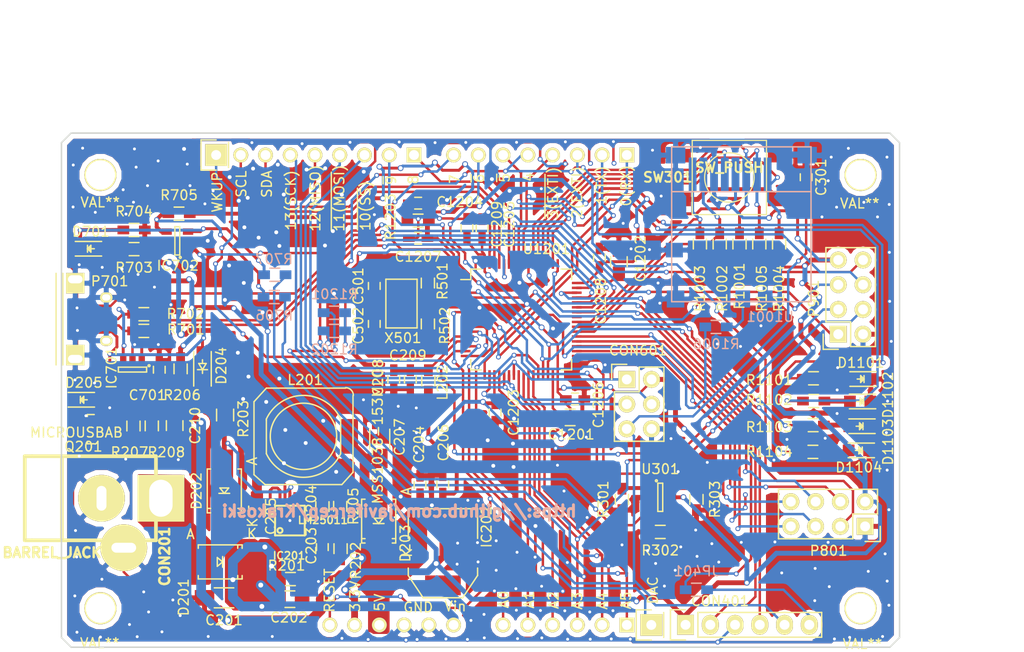
<source format=kicad_pcb>
(kicad_pcb (version 4) (host pcbnew 4.0.0-rc1-stable)
  (title_block (title Krakoski) (date 2015-12-01) (rev 1.0.0) (comment 1 "Javier Fernández") (comment 2 "Alejandro Rosas") (comment 3 https://github.com/alejandrorosas/Kodillo) (comment 4 https://github.com/javifercep/Krakoski))
  (layers (0 F.Cu signal) (31 B.Cu signal) (34 B.Paste user) (35 F.Paste user) (36 B.SilkS user) (37 F.SilkS user) (38 B.Mask user) (39 F.Mask user) (44 Edge.Cuts user))
  (net 0 "")
  (net 1 /B2B/VIN)
  (net 2 GND)
  (net 3 "Net-(C203-Pad1)")
  (net 4 /B2B/5V0)
  (net 5 "Net-(C205-Pad1)")
  (net 6 "Net-(C205-Pad2)")
  (net 7 /B2B/3V3)
  (net 8 "Net-(C207-Pad1)")
  (net 9 /MCU/VDDA)
  (net 10 /B2B/RESET)
  (net 11 "Net-(C501-Pad2)")
  (net 12 "Net-(C502-Pad2)")
  (net 13 /Power/VBUS_FS_0)
  (net 14 /MCU/VCAP_1)
  (net 15 /MCU/VCAP_2)
  (net 16 /MCU/VBAT_L)
  (net 17 /Power/PW_CONN_IN_L)
  (net 18 /Debug/SWCLK)
  (net 19 /Debug/SWDIO)
  (net 20 "Net-(CON401-Pad6)")
  (net 21 /B2B/MISO)
  (net 22 /B2B/SCK)
  (net 23 /B2B/MOSI)
  (net 24 "Net-(D202-Pad2)")
  (net 25 "Net-(D205-Pad2)")
  (net 26 "Net-(D205-Pad1)")
  (net 27 "Net-(D701-Pad2)")
  (net 28 "Net-(D701-Pad1)")
  (net 29 "Net-(D1101-Pad2)")
  (net 30 "Net-(D1102-Pad2)")
  (net 31 "Net-(D1103-Pad2)")
  (net 32 "Net-(D1104-Pad2)")
  (net 33 "Net-(IC201-Pad2)")
  (net 34 "Net-(IC201-Pad3)")
  (net 35 "Net-(IC201-Pad6)")
  (net 36 /MCU/USB_D-)
  (net 37 /MCU/USB_D+)
  (net 38 /MCU/USB_ID)
  (net 39 "Net-(IC701-Pad6)")
  (net 40 "Net-(IC702-Pad4)")
  (net 41 /Debug/SWO)
  (net 42 /B2B/DAC)
  (net 43 /MCU/SYSWKUP)
  (net 44 /USB/USB_D+_I)
  (net 45 /USB/USB_D-_I)
  (net 46 /NRF24L01/CE)
  (net 47 /MCU/SPI_NSS0)
  (net 48 /NRF24L01/SCK)
  (net 49 /NRF24L01/MOSI)
  (net 50 /NRF24L01/MISO)
  (net 51 /MCU/GPIO_2)
  (net 52 /MCU/UART_TX1)
  (net 53 /ESP8266/CE)
  (net 54 /MCU/ADC_4)
  (net 55 /MCU/GPIO_3)
  (net 56 /ESP8266/GPIO0)
  (net 57 /MCU/UART_RX1)
  (net 58 "Net-(Q201-Pad1)")
  (net 59 /Boot/ENABLE_BOOT)
  (net 60 /Boot/BOOT)
  (net 61 "Net-(R303-Pad1)")
  (net 62 /Clocks/OSC_IN)
  (net 63 /Clocks/OSC_OUT)
  (net 64 /MCU/ADC_5)
  (net 65 /MCU/ADC_6)
  (net 66 /MCU/SDIO_CMD)
  (net 67 /MCU/SDIO_D0)
  (net 68 /MCU/SDIO_D1)
  (net 69 /MCU/SDIO_D2)
  (net 70 /MCU/SDIO_D3)
  (net 71 /SDIO/CD)
  (net 72 /MCU/GPIO_7)
  (net 73 /IO/LED1)
  (net 74 /IO/LED2)
  (net 75 /IO/LED3)
  (net 76 /IO/LED4)
  (net 77 /MCU/BOOT_L)
  (net 78 /Boot/BOOT_STATE)
  (net 79 /B2B/UART_RX)
  (net 80 /B2B/GPIO4)
  (net 81 /B2B/CS)
  (net 82 /MCU/UART_RX0)
  (net 83 /MCU/ADC_3)
  (net 84 /MCU/ADC_2)
  (net 85 /MCU/ADC_1)
  (net 86 /MCU/I2C_SCL)
  (net 87 /MCU/I2C_SDA)
  (net 88 /MCU/SDIO_CK)
  (net 89 "Net-(U1201-Pad41)")
  (module Capacitors_SMD:C_1206_HandSoldering (layer F.Cu) (at 126.67996 121.93016 180)
    (fp_text reference C201 (at 0 -2.3 180) (layer F.SilkS))
    (fp_text value 10u)
    (pad 1 smd rect (at -2 0 180) (size 2 1.6) (layers F.Cu F.Paste F.Mask) (net 1 /B2B/VIN))
    (pad 2 smd rect (at 2 0 180) (size 2 1.6) (layers F.Cu F.Paste F.Mask) (net 2 GND))
  )
  (module Capacitors_SMD:C_0805_HandSoldering (layer F.Cu) (at 133.44144 122.06986)
    (fp_text reference C202 (at -0.09144 1.88214) (layer F.SilkS))
    (fp_text value 100n)
    (pad 1 smd rect (at -1.25 0) (size 1.5 1.25) (layers F.Cu F.Paste F.Mask) (net 1 /B2B/VIN))
    (pad 2 smd rect (at 1.25 0) (size 1.5 1.25) (layers F.Cu F.Paste F.Mask) (net 2 GND))
  )
  (module Capacitors_SMD:C_0603_HandSoldering (layer F.Cu) (at 136.77 116.72 90)
    (fp_text reference C203 (at 0.134 -1.134 90) (layer F.SilkS))
    (fp_text value 22n)
    (pad 1 smd rect (at -0.95 0 90) (size 1.2 0.75) (layers F.Cu F.Paste F.Mask) (net 3 "Net-(C203-Pad1)"))
    (pad 2 smd rect (at 0.95 0 90) (size 1.2 0.75) (layers F.Cu F.Paste F.Mask) (net 2 GND))
  )
  (module Capacitors_SMD:C_0603_HandSoldering (layer F.Cu) (at 146.79168 110.3376 90)
    (fp_text reference C204 (at 4.1576 -0.10168 90) (layer F.SilkS))
    (fp_text value 1u)
    (pad 1 smd rect (at -0.95 0 90) (size 1.2 0.75) (layers F.Cu F.Paste F.Mask) (net 4 /B2B/5V0))
    (pad 2 smd rect (at 0.95 0 90) (size 1.2 0.75) (layers F.Cu F.Paste F.Mask) (net 2 GND))
  )
  (module Capacitors_SMD:C_0805_HandSoldering (layer F.Cu) (at 130.0607 113.0173 90)
    (fp_text reference C205 (at -0.5327 1.4293 270) (layer F.SilkS))
    (fp_text value 100n)
    (pad 1 smd rect (at -1.25 0 90) (size 1.5 1.25) (layers F.Cu F.Paste F.Mask) (net 5 "Net-(C205-Pad1)"))
    (pad 2 smd rect (at 1.25 0 90) (size 1.5 1.25) (layers F.Cu F.Paste F.Mask) (net 6 "Net-(C205-Pad2)"))
  )
  (module Capacitors_SMD:C_0603_HandSoldering (layer F.Cu) (at 149.12848 110.27664 90)
    (fp_text reference C206 (at 4.28664 0.07152 90) (layer F.SilkS))
    (fp_text value 10u)
    (pad 1 smd rect (at -0.95 0 90) (size 1.2 0.75) (layers F.Cu F.Paste F.Mask) (net 7 /B2B/3V3))
    (pad 2 smd rect (at 0.95 0 90) (size 1.2 0.75) (layers F.Cu F.Paste F.Mask) (net 2 GND))
  )
  (module Capacitors_SMD:C_1206_HandSoldering (layer F.Cu) (at 142.66164 105.6132 90)
    (fp_text reference C207 (at 0.1932 2.03836 90) (layer F.SilkS))
    (fp_text value 22u)
    (pad 1 smd rect (at -2 0 90) (size 2 1.6) (layers F.Cu F.Paste F.Mask) (net 8 "Net-(C207-Pad1)"))
    (pad 2 smd rect (at 2 0 90) (size 2 1.6) (layers F.Cu F.Paste F.Mask) (net 2 GND))
  )
  (module Capacitors_SMD:C_0603_HandSoldering (layer F.Cu) (at 144.1 99.5 270)
    (fp_text reference C208 (at -0.186 1.606 270) (layer F.SilkS))
    (fp_text value 1u)
    (pad 1 smd rect (at -0.95 0 270) (size 1.2 0.75) (layers F.Cu F.Paste F.Mask) (net 9 /MCU/VDDA))
    (pad 2 smd rect (at 0.95 0 270) (size 1.2 0.75) (layers F.Cu F.Paste F.Mask) (net 2 GND))
  )
  (module Capacitors_SMD:C_0603_HandSoldering (layer F.Cu) (at 145.8 99.5 270)
    (fp_text reference C209 (at -2.472 0.258 540) (layer F.SilkS))
    (fp_text value 100n)
    (pad 1 smd rect (at -0.95 0 270) (size 1.2 0.75) (layers F.Cu F.Paste F.Mask) (net 9 /MCU/VDDA))
    (pad 2 smd rect (at 0.95 0 270) (size 1.2 0.75) (layers F.Cu F.Paste F.Mask) (net 2 GND))
  )
  (module Capacitors_SMD:C_0805_HandSoldering (layer F.Cu) (at 121.6152 104.2416 270)
    (fp_text reference C210 (at 0 -2.1 270) (layer F.SilkS))
    (fp_text value 4u7)
    (pad 1 smd rect (at -1.25 0 270) (size 1.5 1.25) (layers F.Cu F.Paste F.Mask) (net 4 /B2B/5V0))
    (pad 2 smd rect (at 1.25 0 270) (size 1.5 1.25) (layers F.Cu F.Paste F.Mask) (net 2 GND))
  )
  (module Capacitors_SMD:C_0603_HandSoldering (layer F.Cu) (at 186.41568 78.73492 90)
    (fp_text reference C301 (at -0.00508 1.54432 90) (layer F.SilkS))
    (fp_text value 100n)
    (pad 1 smd rect (at -0.95 0 90) (size 1.2 0.75) (layers F.Cu F.Paste F.Mask) (net 10 /B2B/RESET))
    (pad 2 smd rect (at 0.95 0 90) (size 1.2 0.75) (layers F.Cu F.Paste F.Mask) (net 2 GND))
  )
  (module Capacitors_SMD:C_0603_HandSoldering (layer F.Cu) (at 142.1 89.9 90)
    (fp_text reference C501 (at -0.016 -1.638 90) (layer F.SilkS))
    (fp_text value 4.7p)
    (pad 1 smd rect (at -0.95 0 90) (size 1.2 0.75) (layers F.Cu F.Paste F.Mask) (net 2 GND))
    (pad 2 smd rect (at 0.95 0 90) (size 1.2 0.75) (layers F.Cu F.Paste F.Mask) (net 11 "Net-(C501-Pad2)"))
  )
  (module Capacitors_SMD:C_0603_HandSoldering (layer F.Cu) (at 142.1 93.8 270)
    (fp_text reference C502 (at 0.18 1.638 270) (layer F.SilkS))
    (fp_text value 4.7p)
    (pad 1 smd rect (at -0.95 0 270) (size 1.2 0.75) (layers F.Cu F.Paste F.Mask) (net 2 GND))
    (pad 2 smd rect (at 0.95 0 270) (size 1.2 0.75) (layers F.Cu F.Paste F.Mask) (net 12 "Net-(C502-Pad2)"))
  )
  (module Capacitors_SMD:C_0603_HandSoldering (layer F.Cu) (at 120.03786 98.50374 270)
    (fp_text reference C701 (at 2.60626 1.20786 540) (layer F.SilkS))
    (fp_text value 100n)
    (pad 1 smd rect (at -0.95 0 270) (size 1.2 0.75) (layers F.Cu F.Paste F.Mask) (net 2 GND))
    (pad 2 smd rect (at 0.95 0 270) (size 1.2 0.75) (layers F.Cu F.Paste F.Mask) (net 13 /Power/VBUS_FS_0))
  )
  (module Capacitors_SMD:C_0805_HandSoldering (layer F.Cu) (at 162.2 103.4)
    (fp_text reference C1201 (at 0.106 1.756) (layer F.SilkS))
    (fp_text value 2u2)
    (pad 1 smd rect (at -1.25 0) (size 1.5 1.25) (layers F.Cu F.Paste F.Mask) (net 14 /MCU/VCAP_1))
    (pad 2 smd rect (at 1.25 0) (size 1.5 1.25) (layers F.Cu F.Paste F.Mask) (net 2 GND))
  )
  (module Capacitors_SMD:C_0805_HandSoldering (layer F.Cu) (at 167.2 87.4 90)
    (fp_text reference C1202 (at 0.278 2.218 90) (layer F.SilkS))
    (fp_text value 2u2)
    (pad 1 smd rect (at -1.25 0 90) (size 1.5 1.25) (layers F.Cu F.Paste F.Mask) (net 15 /MCU/VCAP_2))
    (pad 2 smd rect (at 1.25 0 90) (size 1.5 1.25) (layers F.Cu F.Paste F.Mask) (net 2 GND))
  )
  (module Capacitors_SMD:C_0603_HandSoldering (layer F.Cu) (at 154.5 102.9 270)
    (fp_text reference C1203 (at 0 -1.9 270) (layer F.SilkS))
    (fp_text value 100n)
    (pad 1 smd rect (at -0.95 0 270) (size 1.2 0.75) (layers F.Cu F.Paste F.Mask) (net 7 /B2B/3V3))
    (pad 2 smd rect (at 0.95 0 270) (size 1.2 0.75) (layers F.Cu F.Paste F.Mask) (net 2 GND))
  )
  (module Capacitors_SMD:C_0603_HandSoldering (layer F.Cu) (at 146.6 81.4)
    (fp_text reference C1204 (at 4.276 -0.12) (layer F.SilkS))
    (fp_text value 100n)
    (pad 1 smd rect (at -0.95 0) (size 1.2 0.75) (layers F.Cu F.Paste F.Mask) (net 7 /B2B/3V3))
    (pad 2 smd rect (at 0.95 0) (size 1.2 0.75) (layers F.Cu F.Paste F.Mask) (net 2 GND))
  )
  (module Capacitors_SMD:C_0603_HandSoldering (layer F.Cu) (at 153.16 83.99 90)
    (fp_text reference C1205 (at 0.424 2.796 90) (layer F.SilkS))
    (fp_text value 100n)
    (pad 1 smd rect (at -0.95 0 90) (size 1.2 0.75) (layers F.Cu F.Paste F.Mask) (net 7 /B2B/3V3))
    (pad 2 smd rect (at 0.95 0 90) (size 1.2 0.75) (layers F.Cu F.Paste F.Mask) (net 2 GND))
  )
  (module Capacitors_SMD:C_0603_HandSoldering (layer F.Cu) (at 162.7 101.5)
    (fp_text reference C1206 (at 2.4 0.608 90) (layer F.SilkS))
    (fp_text value 100n)
    (pad 1 smd rect (at -0.95 0) (size 1.2 0.75) (layers F.Cu F.Paste F.Mask) (net 7 /B2B/3V3))
    (pad 2 smd rect (at 0.95 0) (size 1.2 0.75) (layers F.Cu F.Paste F.Mask) (net 2 GND))
  )
  (module Capacitors_SMD:C_0603_HandSoldering (layer F.Cu) (at 146.6 85 180)
    (fp_text reference C1207 (at 0 -1.9 180) (layer F.SilkS))
    (fp_text value 1u)
    (pad 1 smd rect (at -0.95 0 180) (size 1.2 0.75) (layers F.Cu F.Paste F.Mask) (net 16 /MCU/VBAT_L))
    (pad 2 smd rect (at 0.95 0 180) (size 1.2 0.75) (layers F.Cu F.Paste F.Mask) (net 2 GND))
  )
  (module Capacitors_SMD:C_0603_HandSoldering (layer F.Cu) (at 165.2 87 90)
    (fp_text reference C1208 (at -4.44 0.154 90) (layer F.SilkS))
    (fp_text value 100n)
    (pad 1 smd rect (at -0.95 0 90) (size 1.2 0.75) (layers F.Cu F.Paste F.Mask) (net 7 /B2B/3V3))
    (pad 2 smd rect (at 0.95 0 90) (size 1.2 0.75) (layers F.Cu F.Paste F.Mask) (net 2 GND))
  )
  (module Capacitors_SMD:C_0603_HandSoldering (layer F.Cu) (at 151.61 83.96 90)
    (fp_text reference C1209 (at 0.394 3.076 90) (layer F.SilkS))
    (fp_text value 4,7u)
    (pad 1 smd rect (at -0.95 0 90) (size 1.2 0.75) (layers F.Cu F.Paste F.Mask) (net 7 /B2B/3V3))
    (pad 2 smd rect (at 0.95 0 90) (size 1.2 0.75) (layers F.Cu F.Paste F.Mask) (net 2 GND))
  )
  (module ComponentLib:JACK_ALIM_MOD (layer F.Cu) (at 114.10696 111.70412)
    (fp_text reference CON201 (at 6.48304 5.97588 90) (layer F.SilkS) (effects (font (size 1.016 1.016) (thickness 0.254))))
    (fp_text value BARREL_JACK (at -5.08 5.588) (layer F.SilkS) (effects (font (size 1.016 1.016) (thickness 0.254))))
    (pad 2 thru_hole circle (at 0 0) (size 4.8006 4.8006) (drill oval 1.016 2.54) (layers *.Cu *.Mask F.SilkS) (net 2 GND))
    (pad 1 thru_hole rect (at 6.096 0) (size 4.8006 4.8006) (drill oval 2.4 3.8) (layers *.Cu *.Mask F.SilkS) (net 17 /Power/PW_CONN_IN_L))
    (pad 3 thru_hole circle (at 2.286 5.08) (size 4.8006 4.8006) (drill oval 2.54 1.016) (layers *.Cu *.Mask F.SilkS) (net 2 GND))
  )
  (module Pin_Headers:Pin_Header_Straight_1x06 (layer F.Cu) (at 174.04 124.7 90)
    (fp_text reference CON401 (at 2.44 3.54 360) (layer F.SilkS))
    (fp_text value SWD)
    (pad 1 thru_hole rect (at 0 0 90) (size 2.032 1.7272) (drill 1.016) (layers *.Cu *.Mask F.SilkS) (net 7 /B2B/3V3))
    (pad 2 thru_hole oval (at 0 2.54 90) (size 2.032 1.7272) (drill 1.016) (layers *.Cu *.Mask F.SilkS) (net 18 /Debug/SWCLK))
    (pad 3 thru_hole oval (at 0 5.08 90) (size 2.032 1.7272) (drill 1.016) (layers *.Cu *.Mask F.SilkS) (net 2 GND))
    (pad 4 thru_hole oval (at 0 7.62 90) (size 2.032 1.7272) (drill 1.016) (layers *.Cu *.Mask F.SilkS) (net 19 /Debug/SWDIO))
    (pad 5 thru_hole oval (at 0 10.16 90) (size 2.032 1.7272) (drill 1.016) (layers *.Cu *.Mask F.SilkS) (net 10 /B2B/RESET))
    (pad 6 thru_hole oval (at 0 12.7 90) (size 2.032 1.7272) (drill 1.016) (layers *.Cu *.Mask F.SilkS) (net 20 "Net-(CON401-Pad6)"))
  )
  (module Pin_Headers:Pin_Header_Straight_2x03 (layer F.Cu) (at 168.01084 99.5)
    (fp_text reference CON601 (at 1.15316 -2.98) (layer F.SilkS))
    (fp_text value AVR-ISP-6)
    (pad 1 thru_hole rect (at 0 0) (size 1.7272 1.7272) (drill 1.016) (layers *.Cu *.Mask F.SilkS) (net 21 /B2B/MISO))
    (pad 2 thru_hole oval (at 2.54 0) (size 1.7272 1.7272) (drill 1.016) (layers *.Cu *.Mask F.SilkS) (net 7 /B2B/3V3))
    (pad 3 thru_hole oval (at 0 2.54) (size 1.7272 1.7272) (drill 1.016) (layers *.Cu *.Mask F.SilkS) (net 22 /B2B/SCK))
    (pad 4 thru_hole oval (at 2.54 2.54) (size 1.7272 1.7272) (drill 1.016) (layers *.Cu *.Mask F.SilkS) (net 23 /B2B/MOSI))
    (pad 5 thru_hole oval (at 0 5.08) (size 1.7272 1.7272) (drill 1.016) (layers *.Cu *.Mask F.SilkS) (net 10 /B2B/RESET))
    (pad 6 thru_hole oval (at 2.54 5.08) (size 1.7272 1.7272) (drill 1.016) (layers *.Cu *.Mask F.SilkS) (net 2 GND))
  )
  (module Diodes_SMD:SMA_Handsoldering (layer F.Cu) (at 126.2888 118.24208 180)
    (fp_text reference D201 (at 3.7488 -3.62792 450) (layer F.SilkS))
    (fp_text value D_Schottky)
    (fp_text user K (at -3.25 2.9 180) (layer F.SilkS))
    (fp_text user A (at 3.05 2.85 180) (layer F.SilkS))
    (pad 1 smd rect (at -2.49936 0 180) (size 3.50012 1.80086) (layers F.Cu F.Paste F.Mask) (net 1 /B2B/VIN))
    (pad 2 smd rect (at 2.49936 0 180) (size 3.50012 1.80086) (layers F.Cu F.Paste F.Mask) (net 17 /Power/PW_CONN_IN_L))
  )
  (module Diodes_SMD:SMA_Handsoldering (layer F.Cu) (at 126.7079 110.94974 90)
    (fp_text reference D202 (at 0 -2.85 90) (layer F.SilkS))
    (fp_text value D_Schottky)
    (fp_text user K (at -3.25 2.9 90) (layer F.SilkS))
    (fp_text user A (at 3.05 2.85 90) (layer F.SilkS))
    (pad 1 smd rect (at -2.49936 0 90) (size 3.50012 1.80086) (layers F.Cu F.Paste F.Mask) (net 6 "Net-(C205-Pad2)"))
    (pad 2 smd rect (at 2.49936 0 90) (size 3.50012 1.80086) (layers F.Cu F.Paste F.Mask) (net 24 "Net-(D202-Pad2)"))
  )
  (module Diodes_SMD:SMA_Handsoldering (layer F.Cu) (at 142.54988 114.05108 90)
    (fp_text reference D203 (at -2.28092 2.73812 90) (layer F.SilkS))
    (fp_text value D_Schottky)
    (fp_text user K (at -3.25 2.9 90) (layer F.SilkS))
    (fp_text user A (at 3.05 2.85 90) (layer F.SilkS))
    (pad 1 smd rect (at -2.49936 0 90) (size 3.50012 1.80086) (layers F.Cu F.Paste F.Mask) (net 4 /B2B/5V0))
    (pad 2 smd rect (at 2.49936 0 90) (size 3.50012 1.80086) (layers F.Cu F.Paste F.Mask) (net 8 "Net-(C207-Pad1)"))
  )
  (module Diodes_SMD:SOD-123 (layer F.Cu) (at 124.47 98.18 90)
    (fp_text reference D204 (at 0.08 1.93 90) (layer F.SilkS))
    (fp_text value D_Schottky)
    (pad 1 smd rect (at -1.635 0 90) (size 0.91 1.22) (layers F.Cu F.Paste F.Mask) (net 4 /B2B/5V0))
    (pad 2 smd rect (at 1.635 0 90) (size 0.91 1.22) (layers F.Cu F.Paste F.Mask) (net 13 /Power/VBUS_FS_0))
  )
  (module LEDs:LED-0805 (layer F.Cu) (at 112.29086 101.58984)
    (fp_text reference D205 (at 0 -1.75) (layer F.SilkS))
    (fp_text value LED)
    (pad 2 smd rect (at 1.04902 0 180) (size 1.19888 1.19888) (layers F.Cu F.Paste F.Mask) (net 25 "Net-(D205-Pad2)"))
    (pad 1 smd rect (at -1.04902 0 180) (size 1.19888 1.19888) (layers F.Cu F.Paste F.Mask) (net 26 "Net-(D205-Pad1)"))
  )
  (module LEDs:LED-0805 (layer F.Cu) (at 113.02 86.08)
    (fp_text reference D701 (at 0 -1.75) (layer F.SilkS))
    (fp_text value LED)
    (pad 2 smd rect (at 1.04902 0 180) (size 1.19888 1.19888) (layers F.Cu F.Paste F.Mask) (net 27 "Net-(D701-Pad2)"))
    (pad 1 smd rect (at -1.04902 0 180) (size 1.19888 1.19888) (layers F.Cu F.Paste F.Mask) (net 28 "Net-(D701-Pad1)"))
  )
  (module LEDs:LED-0805 (layer F.Cu) (at 192.0073 99.4595 180)
    (fp_text reference D1101 (at -0.0167 1.6695 180) (layer F.SilkS))
    (fp_text value LED)
    (pad 2 smd rect (at 1.04902 0) (size 1.19888 1.19888) (layers F.Cu F.Paste F.Mask) (net 29 "Net-(D1101-Pad2)"))
    (pad 1 smd rect (at -1.04902 0) (size 1.19888 1.19888) (layers F.Cu F.Paste F.Mask) (net 2 GND))
  )
  (module LEDs:LED-0805 (layer F.Cu) (at 191.9562 101.7648 180)
    (fp_text reference D1102 (at -2.8618 0.6728 270) (layer F.SilkS))
    (fp_text value LED)
    (pad 2 smd rect (at 1.04902 0) (size 1.19888 1.19888) (layers F.Cu F.Paste F.Mask) (net 30 "Net-(D1102-Pad2)"))
    (pad 1 smd rect (at -1.04902 0) (size 1.19888 1.19888) (layers F.Cu F.Paste F.Mask) (net 2 GND))
  )
  (module LEDs:LED-0805 (layer F.Cu) (at 191.8973 104.3063 180)
    (fp_text reference D1103 (at -2.9207 -1.6117 270) (layer F.SilkS))
    (fp_text value LED)
    (pad 2 smd rect (at 1.04902 0) (size 1.19888 1.19888) (layers F.Cu F.Paste F.Mask) (net 31 "Net-(D1103-Pad2)"))
    (pad 1 smd rect (at -1.04902 0) (size 1.19888 1.19888) (layers F.Cu F.Paste F.Mask) (net 2 GND))
  )
  (module LEDs:LED-0805 (layer F.Cu) (at 191.8254 106.7884 180)
    (fp_text reference D1104 (at 0 -1.75 180) (layer F.SilkS))
    (fp_text value LED)
    (pad 2 smd rect (at 1.04902 0) (size 1.19888 1.19888) (layers F.Cu F.Paste F.Mask) (net 32 "Net-(D1104-Pad2)"))
    (pad 1 smd rect (at -1.04902 0) (size 1.19888 1.19888) (layers F.Cu F.Paste F.Mask) (net 2 GND))
  )
  (module ComponentLib:VSSOP10 (layer F.Cu) (at 133.44144 113.9952)
    (fp_text reference IC201 (at -0.09144 3.6068) (layer F.SilkS) (effects (font (size 0.762 0.762) (thickness 0.1524))))
    (fp_text value LM25011 (at 3.3782 -0.0381) (layer F.SilkS) (effects (font (size 0.762 0.762) (thickness 0.1524))))
    (pad 1 smd rect (at -1.016 2.4025) (size 0.3 1.02) (layers F.Cu F.Paste F.Mask) (net 1 /B2B/VIN))
    (pad 2 smd rect (at -0.508 2.4025) (size 0.3 1.02) (layers F.Cu F.Paste F.Mask) (net 33 "Net-(IC201-Pad2)"))
    (pad 3 smd rect (at 0 2.4025) (size 0.3 1.02) (layers F.Cu F.Paste F.Mask) (net 34 "Net-(IC201-Pad3)"))
    (pad 4 smd rect (at 0.508 2.4025) (size 0.3 1.02) (layers F.Cu F.Paste F.Mask) (net 3 "Net-(C203-Pad1)"))
    (pad 5 smd rect (at 1.016 2.4025) (size 0.3 1.02) (layers F.Cu F.Paste F.Mask) (net 2 GND))
    (pad 6 smd rect (at 1.016 -2.4025) (size 0.3 1.02) (layers F.Cu F.Paste F.Mask) (net 35 "Net-(IC201-Pad6)"))
    (pad 7 smd rect (at 0.508 -2.4025) (size 0.3 1.02) (layers F.Cu F.Paste F.Mask) (net 2 GND))
    (pad 8 smd rect (at 0 -2.4025) (size 0.3 1.02) (layers F.Cu F.Paste F.Mask) (net 24 "Net-(D202-Pad2)"))
    (pad 9 smd rect (at -0.508 -2.4025) (size 0.3 1.02) (layers F.Cu F.Paste F.Mask) (net 6 "Net-(C205-Pad2)"))
    (pad 10 smd rect (at -1.016 -2.4025) (size 0.3 1.02) (layers F.Cu F.Paste F.Mask) (net 5 "Net-(C205-Pad1)"))
    (pad 11 smd rect (at 0 0) (size 1.9 1.73) (layers F.Cu F.Paste F.Mask) (net 2 GND))
  )
  (module TO_SOT_Packages_SMD:SOT-223 (layer F.Cu) (at 149.14372 117.348 180)
    (fp_text reference IC202 (at -4.47628 2.708 270) (layer F.SilkS))
    (fp_text value LD1117S33)
    (pad 4 smd rect (at 0 -3.302 180) (size 3.6576 2.032) (layers F.Cu F.Paste F.Mask))
    (pad 2 smd rect (at 0 3.302 180) (size 1.016 2.032) (layers F.Cu F.Paste F.Mask) (net 7 /B2B/3V3))
    (pad 3 smd rect (at 2.286 3.302 180) (size 1.016 2.032) (layers F.Cu F.Paste F.Mask) (net 4 /B2B/5V0))
    (pad 1 smd rect (at -2.286 3.302 180) (size 1.016 2.032) (layers F.Cu F.Paste F.Mask) (net 2 GND))
  )
  (module TO_SOT_Packages_SMD:SOT-23-6 (layer F.Cu) (at 117.28704 98.49104 270)
    (fp_text reference IC701 (at -0.17104 2.14704 270) (layer F.SilkS))
    (fp_text value USBLC6-4)
    (pad 1 smd rect (at -1.1 -0.95 270) (size 1.06 0.65) (layers F.Cu F.Paste F.Mask) (net 45 /USB/USB_D-_I))
    (pad 2 smd rect (at -1.1 0 270) (size 1.06 0.65) (layers F.Cu F.Paste F.Mask) (net 2 GND))
    (pad 3 smd rect (at -1.1 0.95 270) (size 1.06 0.65) (layers F.Cu F.Paste F.Mask) (net 44 /USB/USB_D+_I))
    (pad 4 smd rect (at 1.1 0.95 270) (size 1.06 0.65) (layers F.Cu F.Paste F.Mask) (net 38 /MCU/USB_ID))
    (pad 6 smd rect (at 1.1 -0.95 270) (size 1.06 0.65) (layers F.Cu F.Paste F.Mask) (net 39 "Net-(IC701-Pad6)"))
    (pad 5 smd rect (at 1.1 0 270) (size 1.06 0.65) (layers F.Cu F.Paste F.Mask) (net 13 /Power/VBUS_FS_0))
  )
  (module TO_SOT_Packages_SMD:SOT-23-5 (layer F.Cu) (at 121.88952 85.2678 180)
    (fp_text reference IC702 (at -0.05 -2.55 180) (layer F.SilkS))
    (fp_text value STMPS2141STR)
    (pad 1 smd rect (at -1.1 -0.95 180) (size 1.06 0.65) (layers F.Cu F.Paste F.Mask) (net 13 /Power/VBUS_FS_0))
    (pad 2 smd rect (at -1.1 0 180) (size 1.06 0.65) (layers F.Cu F.Paste F.Mask) (net 2 GND))
    (pad 3 smd rect (at -1.1 0.95 180) (size 1.06 0.65) (layers F.Cu F.Paste F.Mask) (net 28 "Net-(D701-Pad1)"))
    (pad 4 smd rect (at 1.1 0.95 180) (size 1.06 0.65) (layers F.Cu F.Paste F.Mask) (net 40 "Net-(IC702-Pad4)"))
    (pad 5 smd rect (at 1.1 -0.95 180) (size 1.06 0.65) (layers F.Cu F.Paste F.Mask) (net 4 /B2B/5V0))
  )
  (module Resistors_SMD:R_0603_HandSoldering (layer B.Cu) (at 175.15 121.1 180)
    (fp_text reference JP401 (at 0 1.9 180) (layer B.SilkS) (effects (justify mirror)))
    (fp_text value Jumper_NO_Small)
    (pad 1 smd rect (at -1.1 0 180) (size 1.2 0.9) (layers B.Cu B.Paste B.Mask) (net 20 "Net-(CON401-Pad6)"))
    (pad 2 smd rect (at 1.1 0 180) (size 1.2 0.9) (layers B.Cu B.Paste B.Mask) (net 41 /Debug/SWO))
  )
  (module ComponentLib:MSS1038 (layer F.Cu) (at 134.8359 105.3465 90)
    (fp_text reference L201 (at 5.7965 0.1741 360) (layer F.SilkS))
    (fp_text value MSS1038-153MLC (at 0 7.62 90) (layer F.SilkS))
    (pad 1 smd rect (at 0 -4.7 90) (size 3.56 1.78) (layers F.Cu F.Paste F.Mask) (net 6 "Net-(C205-Pad2)"))
    (pad 2 smd rect (at 0 4.7 90) (size 3.56 1.78) (layers F.Cu F.Paste F.Mask) (net 8 "Net-(C207-Pad1)"))
  )
  (module Resistors_SMD:R_0603_HandSoldering (layer F.Cu) (at 147.65 99.65 90)
    (fp_text reference L202 (at -0.172 1.448 90) (layer F.SilkS))
    (fp_text value fcm1608)
    (pad 1 smd rect (at -1.1 0 90) (size 1.2 0.9) (layers F.Cu F.Paste F.Mask) (net 7 /B2B/3V3))
    (pad 2 smd rect (at 1.1 0 90) (size 1.2 0.9) (layers F.Cu F.Paste F.Mask) (net 9 /MCU/VDDA))
  )
  (module Socket_Strips:Socket_Strip_Straight_1x01 (layer F.Cu) (at 170.52516 124.714)
    (fp_text reference DAC (at 0.16284 -3.556 90) (layer F.SilkS))
    (fp_text value CONN_01X01)
    (pad 1 thru_hole rect (at 0 0) (size 2.2352 2.2352) (drill 1.016) (layers *.Cu *.Mask F.SilkS) (net 42 /B2B/DAC))
  )
  (module Socket_Strips:Socket_Strip_Straight_1x01 (layer F.Cu) (at 125.87 76.454)
    (fp_text reference WKUP (at 0.114 3.81 90) (layer F.SilkS))
    (fp_text value CONN_01X01)
    (pad 1 thru_hole rect (at 0 0) (size 2.2352 2.2352) (drill 1.016) (layers *.Cu *.Mask F.SilkS) (net 43 /MCU/SYSWKUP))
  )
  (module ComponentLibv2:uUSB-AB (layer F.Cu) (at 111.5949 93.3069)
    (fp_text reference P701 (at 3.3551 -3.8869 180) (layer F.SilkS))
    (fp_text value MICROUSBAB (at -0.0635 11.6459) (layer F.SilkS))
    (pad 5 smd rect (at 0 1.15) (size 1.9 1.8) (layers F.Cu F.Paste F.Mask) (net 2 GND))
    (pad 8 thru_hole rect (at -0.18 -4.09) (size 1.9 2.1) (drill oval 1.5 0.83 (offset 0 0.4)) (layers *.Cu *.Mask F.SilkS) (net 2 GND))
    (pad 9 thru_hole rect (at -0.18 4.09) (size 1.9 2.1) (drill oval 1.5 0.83 (offset 0 -0.4)) (layers *.Cu *.Mask F.SilkS) (net 2 GND))
    (pad 3 smd rect (at 2.675 0) (size 1.35 0.4) (layers F.Cu F.Paste F.Mask) (net 44 /USB/USB_D+_I))
    (pad 4 smd rect (at 2.675 -0.65) (size 1.35 0.4) (layers F.Cu F.Paste F.Mask) (net 38 /MCU/USB_ID))
    (pad 5 smd rect (at 2.675 -1.3) (size 1.35 0.4) (layers F.Cu F.Paste F.Mask) (net 2 GND))
    (pad 2 smd rect (at 2.675 0.65) (size 1.35 0.4) (layers F.Cu F.Paste F.Mask) (net 45 /USB/USB_D-_I))
    (pad 1 smd rect (at 2.675 1.3) (size 1.35 0.4) (layers F.Cu F.Paste F.Mask) (net 13 /Power/VBUS_FS_0))
    (pad 6 thru_hole oval (at 3 -2.225) (size 1.3 1.05) (drill oval 0.85 0.65) (layers *.Cu *.Mask F.SilkS) (net 2 GND))
    (pad 7 thru_hole oval (at 3 2.225) (size 1.3 1.05) (drill oval 0.85 0.65) (layers *.Cu *.Mask F.SilkS) (net 2 GND))
    (pad 5 smd rect (at 0 -1.15) (size 1.9 1.8) (layers F.Cu F.Paste F.Mask) (net 2 GND))
  )
  (module Socket_Strips:Socket_Strip_Straight_2x04 (layer F.Cu) (at 192.4685 114.5921 180)
    (fp_text reference P801 (at 3.7465 -2.5019 180) (layer F.SilkS))
    (fp_text value CONN_02X04)
    (pad 1 thru_hole rect (at 0 0 180) (size 1.7272 1.7272) (drill 1.016) (layers *.Cu *.Mask F.SilkS) (net 2 GND))
    (pad 2 thru_hole oval (at 0 2.54 180) (size 1.7272 1.7272) (drill 1.016) (layers *.Cu *.Mask F.SilkS) (net 7 /B2B/3V3))
    (pad 3 thru_hole oval (at 2.54 0 180) (size 1.7272 1.7272) (drill 1.016) (layers *.Cu *.Mask F.SilkS) (net 46 /NRF24L01/CE))
    (pad 4 thru_hole oval (at 2.54 2.54 180) (size 1.7272 1.7272) (drill 1.016) (layers *.Cu *.Mask F.SilkS) (net 47 /MCU/SPI_NSS0))
    (pad 5 thru_hole oval (at 5.08 0 180) (size 1.7272 1.7272) (drill 1.016) (layers *.Cu *.Mask F.SilkS) (net 48 /NRF24L01/SCK))
    (pad 6 thru_hole oval (at 5.08 2.54 180) (size 1.7272 1.7272) (drill 1.016) (layers *.Cu *.Mask F.SilkS) (net 49 /NRF24L01/MOSI))
    (pad 7 thru_hole oval (at 7.62 0 180) (size 1.7272 1.7272) (drill 1.016) (layers *.Cu *.Mask F.SilkS) (net 50 /NRF24L01/MISO))
    (pad 8 thru_hole oval (at 7.62 2.54 180) (size 1.7272 1.7272) (drill 1.016) (layers *.Cu *.Mask F.SilkS) (net 51 /MCU/GPIO_2))
  )
  (module Socket_Strips:Socket_Strip_Straight_2x04 (layer F.Cu) (at 189.7126 94.8563 90)
    (fp_text reference P901 (at 3.6703 -2.5146 90) (layer F.SilkS))
    (fp_text value CONN_02X04)
    (pad 1 thru_hole rect (at 0 0 90) (size 1.7272 1.7272) (drill 1.016) (layers *.Cu *.Mask F.SilkS) (net 52 /MCU/UART_TX1))
    (pad 2 thru_hole oval (at 0 2.54 90) (size 1.7272 1.7272) (drill 1.016) (layers *.Cu *.Mask F.SilkS) (net 2 GND))
    (pad 3 thru_hole oval (at 2.54 0 90) (size 1.7272 1.7272) (drill 1.016) (layers *.Cu *.Mask F.SilkS) (net 53 /ESP8266/CE))
    (pad 4 thru_hole oval (at 2.54 2.54 90) (size 1.7272 1.7272) (drill 1.016) (layers *.Cu *.Mask F.SilkS) (net 54 /MCU/ADC_4))
    (pad 5 thru_hole oval (at 5.08 0 90) (size 1.7272 1.7272) (drill 1.016) (layers *.Cu *.Mask F.SilkS) (net 55 /MCU/GPIO_3))
    (pad 6 thru_hole oval (at 5.08 2.54 90) (size 1.7272 1.7272) (drill 1.016) (layers *.Cu *.Mask F.SilkS) (net 56 /ESP8266/GPIO0))
    (pad 7 thru_hole oval (at 7.62 0 90) (size 1.7272 1.7272) (drill 1.016) (layers *.Cu *.Mask F.SilkS) (net 7 /B2B/3V3))
    (pad 8 thru_hole oval (at 7.62 2.54 90) (size 1.7272 1.7272) (drill 1.016) (layers *.Cu *.Mask F.SilkS) (net 57 /MCU/UART_RX1))
  )
  (module TO_SOT_Packages_SMD:SOT-23_Handsoldering (layer F.Cu) (at 113.3094 104.60736 90)
    (fp_text reference Q201 (at -1.79264 -1.0494 360) (layer F.SilkS))
    (fp_text value BC850)
    (pad 1 smd rect (at -0.95 1.50114 90) (size 0.8001 1.80086) (layers F.Cu F.Paste F.Mask) (net 58 "Net-(Q201-Pad1)"))
    (pad 2 smd rect (at 0.95 1.50114 90) (size 0.8001 1.80086) (layers F.Cu F.Paste F.Mask) (net 2 GND))
    (pad 3 smd rect (at 0 -1.50114 90) (size 0.8001 1.80086) (layers F.Cu F.Paste F.Mask) (net 26 "Net-(D205-Pad1)"))
  )
  (module Resistors_SMD:R_0603_HandSoldering (layer F.Cu) (at 133.49732 120.0023)
    (fp_text reference R201 (at -0.40132 -1.3843) (layer F.SilkS))
    (fp_text value 158k)
    (pad 1 smd rect (at -1.1 0) (size 1.2 0.9) (layers F.Cu F.Paste F.Mask) (net 1 /B2B/VIN))
    (pad 2 smd rect (at 1.1 0) (size 1.2 0.9) (layers F.Cu F.Paste F.Mask) (net 33 "Net-(IC201-Pad2)"))
  )
  (module Resistors_SMD:R_0603_HandSoldering (layer F.Cu) (at 138.64 116.88 270)
    (fp_text reference R202 (at 1.23 -1.568 270) (layer F.SilkS))
    (fp_text value 10k)
    (pad 1 smd rect (at -1.1 0 270) (size 1.2 0.9) (layers F.Cu F.Paste F.Mask) (net 4 /B2B/5V0))
    (pad 2 smd rect (at 1.1 0 270) (size 1.2 0.9) (layers F.Cu F.Paste F.Mask) (net 34 "Net-(IC201-Pad3)"))
  )
  (module Resistors_SMD:R_0805_HandSoldering (layer F.Cu) (at 126.79172 103.15448 90)
    (fp_text reference R203 (at -0.39552 1.86828 90) (layer F.SilkS))
    (fp_text value 0R075)
    (pad 1 smd rect (at -1.35 0 90) (size 1.5 1.3) (layers F.Cu F.Paste F.Mask) (net 24 "Net-(D202-Pad2)"))
    (pad 2 smd rect (at 1.35 0 90) (size 1.5 1.3) (layers F.Cu F.Paste F.Mask) (net 2 GND))
  )
  (module Resistors_SMD:R_0603_HandSoldering (layer F.Cu) (at 138.60272 112.53216 90)
    (fp_text reference R204 (at 0.26416 -2.96672 90) (layer F.SilkS))
    (fp_text value 10k)
    (pad 1 smd rect (at -1.1 0 90) (size 1.2 0.9) (layers F.Cu F.Paste F.Mask) (net 4 /B2B/5V0))
    (pad 2 smd rect (at 1.1 0 90) (size 1.2 0.9) (layers F.Cu F.Paste F.Mask) (net 35 "Net-(IC201-Pad6)"))
  )
  (module Resistors_SMD:R_0603_HandSoldering (layer F.Cu) (at 136.779 112.56264 270)
    (fp_text reference R205 (at -0.04064 -3.175 270) (layer F.SilkS))
    (fp_text value 10k)
    (pad 1 smd rect (at -1.1 0 270) (size 1.2 0.9) (layers F.Cu F.Paste F.Mask) (net 35 "Net-(IC201-Pad6)"))
    (pad 2 smd rect (at 1.1 0 270) (size 1.2 0.9) (layers F.Cu F.Paste F.Mask) (net 2 GND))
  )
  (module Resistors_SMD:R_0603_HandSoldering (layer F.Cu) (at 122.2248 98.4123 270)
    (fp_text reference R206 (at 2.6977 -0.1552 360) (layer F.SilkS))
    (fp_text value 330)
    (pad 1 smd rect (at -1.1 0 270) (size 1.2 0.9) (layers F.Cu F.Paste F.Mask) (net 7 /B2B/3V3))
    (pad 2 smd rect (at 1.1 0 270) (size 1.2 0.9) (layers F.Cu F.Paste F.Mask) (net 25 "Net-(D205-Pad2)"))
  )
  (module Resistors_SMD:R_0603_HandSoldering (layer F.Cu) (at 117.38864 104.28224 270)
    (fp_text reference R207 (at 2.69776 0.40864 360) (layer F.SilkS))
    (fp_text value 10k)
    (pad 1 smd rect (at -1.1 0 270) (size 1.2 0.9) (layers F.Cu F.Paste F.Mask) (net 2 GND))
    (pad 2 smd rect (at 1.1 0 270) (size 1.2 0.9) (layers F.Cu F.Paste F.Mask) (net 58 "Net-(Q201-Pad1)"))
  )
  (module Resistors_SMD:R_0603_HandSoldering (layer F.Cu) (at 119.26824 104.27208 270)
    (fp_text reference R208 (at 2.70792 -1.49176 540) (layer F.SilkS))
    (fp_text value 47k)
    (pad 1 smd rect (at -1.1 0 270) (size 1.2 0.9) (layers F.Cu F.Paste F.Mask) (net 4 /B2B/5V0))
    (pad 2 smd rect (at 1.1 0 270) (size 1.2 0.9) (layers F.Cu F.Paste F.Mask) (net 58 "Net-(Q201-Pad1)"))
  )
  (module Resistors_SMD:R_0603_HandSoldering (layer F.Cu) (at 167.51 111.82 90)
    (fp_text reference R301 (at 0 -1.9 90) (layer F.SilkS))
    (fp_text value 47k)
    (pad 1 smd rect (at -1.1 0 90) (size 1.2 0.9) (layers F.Cu F.Paste F.Mask) (net 2 GND))
    (pad 2 smd rect (at 1.1 0 90) (size 1.2 0.9) (layers F.Cu F.Paste F.Mask) (net 59 /Boot/ENABLE_BOOT))
  )
  (module Resistors_SMD:R_0603_HandSoldering (layer F.Cu) (at 171.448 115.162 180)
    (fp_text reference R302 (at 0 -1.9 180) (layer F.SilkS))
    (fp_text value 47k)
    (pad 1 smd rect (at -1.1 0 180) (size 1.2 0.9) (layers F.Cu F.Paste F.Mask) (net 60 /Boot/BOOT))
    (pad 2 smd rect (at 1.1 0 180) (size 1.2 0.9) (layers F.Cu F.Paste F.Mask) (net 2 GND))
  )
  (module Resistors_SMD:R_0603_HandSoldering (layer F.Cu) (at 175.16 111.82 270)
    (fp_text reference R303 (at 0 -1.9 270) (layer F.SilkS))
    (fp_text value 47k)
    (pad 1 smd rect (at -1.1 0 270) (size 1.2 0.9) (layers F.Cu F.Paste F.Mask) (net 61 "Net-(R303-Pad1)"))
    (pad 2 smd rect (at 1.1 0 270) (size 1.2 0.9) (layers F.Cu F.Paste F.Mask) (net 2 GND))
  )
  (module Resistors_SMD:R_0603_HandSoldering (layer F.Cu) (at 147.6 89.6 90)
    (fp_text reference R501 (at 0.192 1.498 90) (layer F.SilkS))
    (fp_text value 0)
    (pad 1 smd rect (at -1.1 0 90) (size 1.2 0.9) (layers F.Cu F.Paste F.Mask) (net 62 /Clocks/OSC_IN))
    (pad 2 smd rect (at 1.1 0 90) (size 1.2 0.9) (layers F.Cu F.Paste F.Mask) (net 11 "Net-(C501-Pad2)"))
  )
  (module Resistors_SMD:R_0603_HandSoldering (layer F.Cu) (at 147.6 93.8 270)
    (fp_text reference R502 (at 0.18 -1.752 270) (layer F.SilkS))
    (fp_text value 0)
    (pad 1 smd rect (at -1.1 0 270) (size 1.2 0.9) (layers F.Cu F.Paste F.Mask) (net 63 /Clocks/OSC_OUT))
    (pad 2 smd rect (at 1.1 0 270) (size 1.2 0.9) (layers F.Cu F.Paste F.Mask) (net 12 "Net-(C502-Pad2)"))
  )
  (module Resistors_SMD:R_0603_HandSoldering (layer F.Cu) (at 118.45036 94.51594 180)
    (fp_text reference R701 (at -4.30964 0.14594 180) (layer F.SilkS))
    (fp_text value 22)
    (pad 1 smd rect (at -1.1 0 180) (size 1.2 0.9) (layers F.Cu F.Paste F.Mask) (net 37 /MCU/USB_D+))
    (pad 2 smd rect (at 1.1 0 180) (size 1.2 0.9) (layers F.Cu F.Paste F.Mask) (net 45 /USB/USB_D-_I))
  )
  (module Resistors_SMD:R_0603_HandSoldering (layer F.Cu) (at 118.45036 92.80144 180)
    (fp_text reference R702 (at -4.26964 0.03144 180) (layer F.SilkS))
    (fp_text value 22)
    (pad 1 smd rect (at -1.1 0 180) (size 1.2 0.9) (layers F.Cu F.Paste F.Mask) (net 36 /MCU/USB_D-))
    (pad 2 smd rect (at 1.1 0 180) (size 1.2 0.9) (layers F.Cu F.Paste F.Mask) (net 44 /USB/USB_D+_I))
  )
  (module Resistors_SMD:R_0603_HandSoldering (layer F.Cu) (at 117.45 86.12 180)
    (fp_text reference R703 (at 0 -1.9 180) (layer F.SilkS))
    (fp_text value 620)
    (pad 1 smd rect (at -1.1 0 180) (size 1.2 0.9) (layers F.Cu F.Paste F.Mask) (net 7 /B2B/3V3))
    (pad 2 smd rect (at 1.1 0 180) (size 1.2 0.9) (layers F.Cu F.Paste F.Mask) (net 27 "Net-(D701-Pad2)"))
  )
  (module Resistors_SMD:R_0603_HandSoldering (layer F.Cu) (at 117.45 84.15)
    (fp_text reference R704 (at 0 -1.9) (layer F.SilkS))
    (fp_text value 47k)
    (pad 1 smd rect (at -1.1 0) (size 1.2 0.9) (layers F.Cu F.Paste F.Mask) (net 28 "Net-(D701-Pad1)"))
    (pad 2 smd rect (at 1.1 0) (size 1.2 0.9) (layers F.Cu F.Paste F.Mask) (net 7 /B2B/3V3))
  )
  (module Resistors_SMD:R_0603_HandSoldering (layer F.Cu) (at 122.06224 82.47888)
    (fp_text reference R705 (at 0 -1.9) (layer F.SilkS))
    (fp_text value 10k)
    (pad 1 smd rect (at -1.1 0) (size 1.2 0.9) (layers F.Cu F.Paste F.Mask) (net 40 "Net-(IC702-Pad4)"))
    (pad 2 smd rect (at 1.1 0) (size 1.2 0.9) (layers F.Cu F.Paste F.Mask) (net 7 /B2B/3V3))
  )
  (module Resistors_SMD:R_0603_HandSoldering (layer B.Cu) (at 131.83616 91.04122)
    (fp_text reference R706 (at 0 1.9) (layer B.SilkS) (effects (justify mirror)))
    (fp_text value 0 hide)
    (pad 1 smd rect (at -1.1 0) (size 1.2 0.9) (layers B.Cu B.Paste B.Mask) (net 40 "Net-(IC702-Pad4)"))
    (pad 2 smd rect (at 1.1 0) (size 1.2 0.9) (layers B.Cu B.Paste B.Mask) (net 64 /MCU/ADC_5))
  )
  (module Resistors_SMD:R_0603_HandSoldering (layer B.Cu) (at 131.89204 88.75014)
    (fp_text reference R707 (at -0.07204 -1.61014) (layer B.SilkS) (effects (justify mirror)))
    (fp_text value 0 hide)
    (pad 1 smd rect (at -1.1 0) (size 1.2 0.9) (layers B.Cu B.Paste B.Mask) (net 28 "Net-(D701-Pad1)"))
    (pad 2 smd rect (at 1.1 0) (size 1.2 0.9) (layers B.Cu B.Paste B.Mask) (net 65 /MCU/ADC_6))
  )
  (module Resistors_SMD:R_0603_HandSoldering (layer F.Cu) (at 179.578 85.598 270)
    (fp_text reference R1001 (at 4.318 0 270) (layer F.SilkS))
    (fp_text value 47K)
    (pad 1 smd rect (at -1.1 0 270) (size 1.2 0.9) (layers F.Cu F.Paste F.Mask) (net 66 /MCU/SDIO_CMD))
    (pad 2 smd rect (at 1.1 0 270) (size 1.2 0.9) (layers F.Cu F.Paste F.Mask) (net 7 /B2B/3V3))
  )
  (module Resistors_SMD:R_0603_HandSoldering (layer F.Cu) (at 177.546 85.598 270)
    (fp_text reference R1002 (at 4.572 -0.254 270) (layer F.SilkS))
    (fp_text value 47K)
    (pad 1 smd rect (at -1.1 0 270) (size 1.2 0.9) (layers F.Cu F.Paste F.Mask) (net 67 /MCU/SDIO_D0))
    (pad 2 smd rect (at 1.1 0 270) (size 1.2 0.9) (layers F.Cu F.Paste F.Mask) (net 7 /B2B/3V3))
  )
  (module Resistors_SMD:R_0603_HandSoldering (layer F.Cu) (at 175.514 85.598 270)
    (fp_text reference R1003 (at 4.572 0 270) (layer F.SilkS))
    (fp_text value 47K)
    (pad 1 smd rect (at -1.1 0 270) (size 1.2 0.9) (layers F.Cu F.Paste F.Mask) (net 68 /MCU/SDIO_D1))
    (pad 2 smd rect (at 1.1 0 270) (size 1.2 0.9) (layers F.Cu F.Paste F.Mask) (net 7 /B2B/3V3))
  )
  (module Resistors_SMD:R_0603_HandSoldering (layer F.Cu) (at 183.642 85.598 270)
    (fp_text reference R1004 (at 4.572 0 270) (layer F.SilkS))
    (fp_text value 47K)
    (pad 1 smd rect (at -1.1 0 270) (size 1.2 0.9) (layers F.Cu F.Paste F.Mask) (net 69 /MCU/SDIO_D2))
    (pad 2 smd rect (at 1.1 0 270) (size 1.2 0.9) (layers F.Cu F.Paste F.Mask) (net 7 /B2B/3V3))
  )
  (module Resistors_SMD:R_0603_HandSoldering (layer F.Cu) (at 181.61 85.598 270)
    (fp_text reference R1005 (at 4.572 -0.254 270) (layer F.SilkS))
    (fp_text value 47K)
    (pad 1 smd rect (at -1.1 0 270) (size 1.2 0.9) (layers F.Cu F.Paste F.Mask) (net 70 /MCU/SDIO_D3))
    (pad 2 smd rect (at 1.1 0 270) (size 1.2 0.9) (layers F.Cu F.Paste F.Mask) (net 7 /B2B/3V3))
  )
  (module Resistors_SMD:R_0603_HandSoldering (layer B.Cu) (at 177.165 94.107 180)
    (fp_text reference R1006 (at -0.025 -1.763 180) (layer B.SilkS) (effects (justify mirror)))
    (fp_text value 0)
    (pad 1 smd rect (at -1.1 0 180) (size 1.2 0.9) (layers B.Cu B.Paste B.Mask) (net 71 /SDIO/CD))
    (pad 2 smd rect (at 1.1 0 180) (size 1.2 0.9) (layers B.Cu B.Paste B.Mask) (net 72 /MCU/GPIO_7))
  )
  (module Resistors_SMD:R_0603_HandSoldering (layer F.Cu) (at 187.1686 99.3833 180)
    (fp_text reference R1101 (at 4.5426 -0.1847 180) (layer F.SilkS))
    (fp_text value 510)
    (pad 1 smd rect (at -1.1 0 180) (size 1.2 0.9) (layers F.Cu F.Paste F.Mask) (net 29 "Net-(D1101-Pad2)"))
    (pad 2 smd rect (at 1.1 0 180) (size 1.2 0.9) (layers F.Cu F.Paste F.Mask) (net 73 /IO/LED1))
  )
  (module Resistors_SMD:R_0603_HandSoldering (layer F.Cu) (at 187.19 101.72 180)
    (fp_text reference R1102 (at 4.564 0.12 180) (layer F.SilkS))
    (fp_text value 510)
    (pad 1 smd rect (at -1.1 0 180) (size 1.2 0.9) (layers F.Cu F.Paste F.Mask) (net 30 "Net-(D1102-Pad2)"))
    (pad 2 smd rect (at 1.1 0 180) (size 1.2 0.9) (layers F.Cu F.Paste F.Mask) (net 74 /IO/LED2))
  )
  (module Resistors_SMD:R_0603_HandSoldering (layer F.Cu) (at 187.1348 104.192 180)
    (fp_text reference R1103 (at 4.5088 -0.202 180) (layer F.SilkS))
    (fp_text value 510)
    (pad 1 smd rect (at -1.1 0 180) (size 1.2 0.9) (layers F.Cu F.Paste F.Mask) (net 31 "Net-(D1103-Pad2)"))
    (pad 2 smd rect (at 1.1 0 180) (size 1.2 0.9) (layers F.Cu F.Paste F.Mask) (net 75 /IO/LED3))
  )
  (module Resistors_SMD:R_0603_HandSoldering (layer F.Cu) (at 187.11 106.94 180)
    (fp_text reference R1104 (at 4.484 0.006 180) (layer F.SilkS))
    (fp_text value 510)
    (pad 1 smd rect (at -1.1 0 180) (size 1.2 0.9) (layers F.Cu F.Paste F.Mask) (net 32 "Net-(D1104-Pad2)"))
    (pad 2 smd rect (at 1.1 0 180) (size 1.2 0.9) (layers F.Cu F.Paste F.Mask) (net 76 /IO/LED4))
  )
  (module Resistors_SMD:R_0603_HandSoldering (layer B.Cu) (at 138 92.65 180)
    (fp_text reference R1201 (at 0 1.9 180) (layer B.SilkS) (effects (justify mirror)))
    (fp_text value 0 hide)
    (pad 1 smd rect (at -1.1 0 180) (size 1.2 0.9) (layers B.Cu B.Paste B.Mask) (net 77 /MCU/BOOT_L))
    (pad 2 smd rect (at 1.1 0 180) (size 1.2 0.9) (layers B.Cu B.Paste B.Mask) (net 60 /Boot/BOOT))
  )
  (module Resistors_SMD:R_0603_HandSoldering (layer B.Cu) (at 138 94.52)
    (fp_text reference R1202 (at 0 1.9) (layer B.SilkS) (effects (justify mirror)))
    (fp_text value 1K hide)
    (pad 1 smd rect (at -1.1 0) (size 1.2 0.9) (layers B.Cu B.Paste B.Mask) (net 2 GND))
    (pad 2 smd rect (at 1.1 0) (size 1.2 0.9) (layers B.Cu B.Paste B.Mask) (net 77 /MCU/BOOT_L))
  )
  (module Resistors_SMD:R_0603_HandSoldering (layer F.Cu) (at 146.6 83.2 180)
    (fp_text reference R1203 (at 2.836 0.396 270) (layer F.SilkS))
    (fp_text value 47)
    (pad 1 smd rect (at -1.1 0 180) (size 1.2 0.9) (layers F.Cu F.Paste F.Mask) (net 16 /MCU/VBAT_L))
    (pad 2 smd rect (at 1.1 0 180) (size 1.2 0.9) (layers F.Cu F.Paste F.Mask) (net 7 /B2B/3V3))
  )
  (module ComponentLib:SW_PUSH_SMALL_SMD (layer F.Cu) (at 178.5366 78.76286 180)
    (fp_text reference SW301 (at 6.3246 0.02286 180) (layer F.SilkS) (effects (font (size 1.016 1.016) (thickness 0.2032))))
    (fp_text value SW_PUSH (at 0 1.016 180) (layer F.SilkS) (effects (font (size 1.016 1.016) (thickness 0.2032))))
    (pad 1 smd rect (at 5 -2.25 180) (size 2.1 1.4) (layers F.Cu F.Paste F.Mask) (net 10 /B2B/RESET))
    (pad 2 smd rect (at 5 2.25 180) (size 2.1 1.4) (layers F.Cu F.Paste F.Mask) (net 2 GND))
    (pad 1 smd rect (at -5 -2.25 180) (size 2.1 1.4) (layers F.Cu F.Paste F.Mask) (net 10 /B2B/RESET))
    (pad 2 smd rect (at -5 2.25 180) (size 2.1 1.4) (layers F.Cu F.Paste F.Mask) (net 2 GND))
  )
  (module TO_SOT_Packages_SMD:SOT-23-6 (layer F.Cu) (at 171.448 111.606)
    (fp_text reference U301 (at 0 -2.9) (layer F.SilkS))
    (fp_text value SN74LVC1G373)
    (pad 1 smd rect (at -1.1 -0.95) (size 1.06 0.65) (layers F.Cu F.Paste F.Mask) (net 59 /Boot/ENABLE_BOOT))
    (pad 2 smd rect (at -1.1 0) (size 1.06 0.65) (layers F.Cu F.Paste F.Mask) (net 2 GND))
    (pad 3 smd rect (at -1.1 0.95) (size 1.06 0.65) (layers F.Cu F.Paste F.Mask) (net 78 /Boot/BOOT_STATE))
    (pad 4 smd rect (at 1.1 0.95) (size 1.06 0.65) (layers F.Cu F.Paste F.Mask) (net 60 /Boot/BOOT))
    (pad 6 smd rect (at 1.1 -0.95) (size 1.06 0.65) (layers F.Cu F.Paste F.Mask) (net 61 "Net-(R303-Pad1)"))
    (pad 5 smd rect (at 1.1 0) (size 1.06 0.65) (layers F.Cu F.Paste F.Mask) (net 7 /B2B/3V3))
  )
  (module ComponentLibv2:ArduinoUNOShieldR3 (layer F.Cu) (at 150.749 100.584)
    (fp_text reference U601 hide)
    (fp_text value ARDUINO_UNO_R3 hide)
    (fp_text user SCL (at -22.2885 -21.1455 90) (layer F.SilkS))
    (fp_text user SDA (at -19.6723 -21.1455 90) (layer F.SilkS))
    (fp_text user A5 (at 17.1831 21.6154 90) (layer F.SilkS))
    (fp_text user A4 (at 14.7574 21.6535 90) (layer F.SilkS))
    (fp_text user A3 (at 12.1793 21.6535 90) (layer F.SilkS))
    (fp_text user A2 (at 9.7536 21.59 90) (layer F.SilkS))
    (fp_text user A1 (at 7.239 21.5392 90) (layer F.SilkS))
    (fp_text user A0 (at 4.6101 21.5138 90) (layer F.SilkS))
    (fp_text user Vin (at -0.329 22.216 180) (layer F.SilkS))
    (fp_text user GND (at -4.139 22.326 180) (layer F.SilkS))
    (fp_text user 5V (at -8.10006 21.82114 90) (layer F.SilkS))
    (fp_text user 3.3V (at -10.61466 21.20646 90) (layer F.SilkS))
    (fp_text user RESET (at -13.24102 20.59178 90) (layer F.SilkS))
    (fp_text user "0(RX)" (at 17.1958 -20.9804 90) (layer F.SilkS))
    (fp_text user "1(TX)" (at 14.6812 -21.0185 90) (layer F.SilkS))
    (fp_text user "2(EXTI)" (at 12.1666 -20.2946 90) (layer F.SilkS))
    (fp_text user "~3(EXTI)" (at 9.6901 -20.2184 90) (layer F.SilkS))
    (fp_text user 4 (at 7.2136 -21.8567 90) (layer F.SilkS))
    (fp_text user ~5 (at 4.7371 -21.7805 90) (layer F.SilkS))
    (fp_text user ~6 (at 2.1082 -21.7424 90) (layer F.SilkS))
    (fp_text user 7 (at -0.38862 -21.6535 90) (layer F.SilkS))
    (fp_text user 8 (at -4.6355 -21.59762 90) (layer F.SilkS))
    (fp_text user ~9 (at -6.92658 -21.54174 90) (layer F.SilkS))
    (fp_text user "~10(SS)" (at -9.55294 -18.91538 90) (layer F.SilkS))
    (fp_text user "~11(MOSI)" (at -12.23518 -19.6977 90) (layer F.SilkS))
    (fp_text user "12(MISO)" (at -14.6939 -19.6977 90) (layer F.SilkS))
    (fp_text user "13(SCK)" (at -17.2085 -19.47418 90) (layer F.SilkS))
    (pad 0 thru_hole rect (at 17.27 -24.13) (size 1.524 1.524) (drill 1.016) (layers *.Cu *.Mask F.SilkS) (net 79 /B2B/UART_RX))
    (pad 2 thru_hole circle (at 12.19 -24.13) (size 1.524 1.524) (drill 1.016) (layers *.Cu *.Mask F.SilkS) (net 46 /NRF24L01/CE))
    (pad 3 thru_hole circle (at 9.65 -24.13) (size 1.524 1.524) (drill 1.016) (layers *.Cu *.Mask F.SilkS) (net 73 /IO/LED1))
    (pad 4 thru_hole circle (at 7.11 -24.13) (size 1.524 1.524) (drill 1.016) (layers *.Cu *.Mask F.SilkS) (net 56 /ESP8266/GPIO0))
    (pad 5 thru_hole circle (at 4.57 -24.13) (size 1.524 1.524) (drill 1.016) (layers *.Cu *.Mask F.SilkS) (net 74 /IO/LED2))
    (pad 6 thru_hole circle (at 2.03 -24.13) (size 1.524 1.524) (drill 1.016) (layers *.Cu *.Mask F.SilkS) (net 75 /IO/LED3))
    (pad 7 thru_hole circle (at -0.51 -24.13) (size 1.524 1.524) (drill 1.016) (layers *.Cu *.Mask F.SilkS) (net 53 /ESP8266/CE))
    (pad 8 thru_hole rect (at -4.574 -24.13) (size 1.524 1.524) (drill 1.016) (layers *.Cu *.Mask F.SilkS) (net 80 /B2B/GPIO4))
    (pad 9 thru_hole circle (at -7.114 -24.13) (size 1.524 1.524) (drill 1.016) (layers *.Cu *.Mask F.SilkS) (net 76 /IO/LED4))
    (pad 10 thru_hole circle (at -9.654 -24.13) (size 1.524 1.524) (drill 1.016) (layers *.Cu *.Mask F.SilkS) (net 81 /B2B/CS))
    (pad 11 thru_hole circle (at -12.194 -24.13) (size 1.524 1.524) (drill 1.016) (layers *.Cu *.Mask F.SilkS) (net 23 /B2B/MOSI))
    (pad 12 thru_hole circle (at -14.734 -24.13) (size 1.524 1.524) (drill 1.016) (layers *.Cu *.Mask F.SilkS) (net 21 /B2B/MISO))
    (pad 13 thru_hole circle (at -17.27 -24.13) (size 1.524 1.524) (drill 1.016) (layers *.Cu *.Mask F.SilkS) (net 22 /B2B/SCK))
    (pad 1 thru_hole circle (at 14.73 -24.13) (size 1.524 1.524) (drill 1.016) (layers *.Cu *.Mask F.SilkS) (net 82 /MCU/UART_RX0))
    (pad 14 thru_hole rect (at 17.27 24.13) (size 1.524 1.524) (drill 1.016) (layers *.Cu *.Mask F.SilkS) (net 65 /MCU/ADC_6))
    (pad 15 thru_hole circle (at 14.73 24.13) (size 1.524 1.524) (drill 1.016) (layers *.Cu *.Mask F.SilkS) (net 64 /MCU/ADC_5))
    (pad 16 thru_hole circle (at 12.19 24.13) (size 1.524 1.524) (drill 1.016) (layers *.Cu *.Mask F.SilkS) (net 54 /MCU/ADC_4))
    (pad 17 thru_hole circle (at 9.65 24.13) (size 1.524 1.524) (drill 1.016) (layers *.Cu *.Mask F.SilkS) (net 83 /MCU/ADC_3))
    (pad 18 thru_hole circle (at 7.11 24.13) (size 1.524 1.524) (drill 1.016) (layers *.Cu *.Mask F.SilkS) (net 84 /MCU/ADC_2))
    (pad 19 thru_hole circle (at 4.57 24.13) (size 1.524 1.524) (drill 1.016) (layers *.Cu *.Mask F.SilkS) (net 85 /MCU/ADC_1))
    (pad 20 thru_hole circle (at -0.51 24.13) (size 1.524 1.524) (drill 1.016) (layers *.Cu *.Mask F.SilkS) (net 1 /B2B/VIN))
    (pad 21 thru_hole circle (at -5.59 24.13) (size 1.524 1.524) (drill 1.016) (layers *.Cu *.Mask F.SilkS) (net 2 GND))
    (pad 22 thru_hole circle (at -8.13 24.13) (size 1.524 1.524) (drill 1.016) (layers *.Cu *.Mask F.SilkS) (net 4 /B2B/5V0))
    (pad 23 thru_hole circle (at -10.67 24.13) (size 1.524 1.524) (drill 1.016) (layers *.Cu *.Mask F.SilkS) (net 7 /B2B/3V3))
    (pad 24 thru_hole circle (at -13.21 24.13) (size 1.524 1.524) (drill 1.016) (layers *.Cu *.Mask F.SilkS) (net 10 /B2B/RESET))
    (pad 25 thru_hole circle (at -3.05 24.13) (size 1.524 1.524) (drill 1.016) (layers *.Cu *.Mask F.SilkS) (net 2 GND))
    (pad 26 thru_hole circle (at -19.81 -24.13) (size 1.524 1.524) (drill 1.016) (layers *.Cu *.Mask F.SilkS) (net 86 /MCU/I2C_SCL))
    (pad 27 thru_hole circle (at -22.35 -24.13) (size 1.524 1.524) (drill 1.016) (layers *.Cu *.Mask F.SilkS) (net 87 /MCU/I2C_SDA))
  )
  (module ComponentLibv2:uSDCard (layer B.Cu) (at 179.76596 84.26704 180)
    (fp_text reference U1001 (at -2.95404 -8.80296 180) (layer B.SilkS) (effects (justify mirror)))
    (fp_text value SD_CARD)
    (pad 1 smd rect (at -2.7 4.8 180) (size 0.8 3.5) (drill (offset 0 1)) (layers B.Cu B.Paste B.Mask) (net 69 /MCU/SDIO_D2))
    (pad 2 smd rect (at -1.6 4.8 180) (size 0.8 3.5) (drill (offset 0 1)) (layers B.Cu B.Paste B.Mask) (net 70 /MCU/SDIO_D3))
    (pad 3 smd rect (at -0.5 4.8 180) (size 0.8 3.5) (drill (offset 0 1)) (layers B.Cu B.Paste B.Mask) (net 66 /MCU/SDIO_CMD))
    (pad 4 smd rect (at 0.6 4.8 180) (size 0.8 3.5) (drill (offset 0 1)) (layers B.Cu B.Paste B.Mask) (net 7 /B2B/3V3))
    (pad 5 smd rect (at 1.7 4.8 180) (size 0.8 3.5) (drill (offset 0 1)) (layers B.Cu B.Paste B.Mask) (net 88 /MCU/SDIO_CK))
    (pad 6 smd rect (at 2.8 4.8 180) (size 0.8 3.5) (drill (offset 0 1)) (layers B.Cu B.Paste B.Mask) (net 2 GND))
    (pad 7 smd rect (at 3.9 4.8 180) (size 0.8 3.5) (drill (offset 0 1)) (layers B.Cu B.Paste B.Mask) (net 67 /MCU/SDIO_D0))
    (pad 8 smd rect (at 5 4.8 180) (size 0.8 3.5) (drill (offset 0 1)) (layers B.Cu B.Paste B.Mask) (net 68 /MCU/SDIO_D1))
    (pad 9 smd rect (at 6.45 7.8 180) (size 2 1.7) (drill (offset 0.3 0)) (layers B.Cu B.Paste B.Mask) (net 2 GND))
    (pad 9 smd rect (at -6.45 7.8 180) (size 2 1.7) (drill (offset -0.3 0)) (layers B.Cu B.Paste B.Mask) (net 2 GND))
    (pad 9 smd rect (at 6.575 -1.95 180) (size 1.75 1.5) (drill (offset 0.3 0)) (layers B.Cu B.Paste B.Mask) (net 2 GND))
    (pad 9 smd rect (at 6.45 -6.675 180) (size 1.8 1.75) (drill (offset 0.3 -0.3)) (layers B.Cu B.Paste B.Mask) (net 2 GND))
    (pad 9 smd rect (at -2.45 -6.675 180) (size 1.5 1.75) (drill (offset 0 -0.3)) (layers B.Cu B.Paste B.Mask) (net 2 GND))
    (pad 10 smd rect (at -0.15 -6.675 180) (size 1.5 1.75) (drill (offset 0 -0.3)) (layers B.Cu B.Paste B.Mask) (net 71 /SDIO/CD))
  )
  (module Housings_QFP:LQFP-64_10x10mm_Pitch0.5mm (layer F.Cu) (at 157.1752 93.345)
    (fp_text reference U1201 (at 2.5908 -7.239) (layer F.SilkS))
    (fp_text value STM32F205RCTX)
    (pad 1 smd rect (at -5.7 -3.75) (size 1 0.25) (layers F.Cu F.Paste F.Mask) (net 16 /MCU/VBAT_L))
    (pad 2 smd rect (at -5.7 -3.25) (size 1 0.25) (layers F.Cu F.Paste F.Mask) (net 56 /ESP8266/GPIO0))
    (pad 3 smd rect (at -5.7 -2.75) (size 1 0.25) (layers F.Cu F.Paste F.Mask) (net 78 /Boot/BOOT_STATE))
    (pad 4 smd rect (at -5.7 -2.25) (size 1 0.25) (layers F.Cu F.Paste F.Mask) (net 55 /MCU/GPIO_3))
    (pad 5 smd rect (at -5.7 -1.75) (size 1 0.25) (layers F.Cu F.Paste F.Mask) (net 62 /Clocks/OSC_IN))
    (pad 6 smd rect (at -5.7 -1.25) (size 1 0.25) (layers F.Cu F.Paste F.Mask) (net 63 /Clocks/OSC_OUT))
    (pad 7 smd rect (at -5.7 -0.75) (size 1 0.25) (layers F.Cu F.Paste F.Mask) (net 10 /B2B/RESET))
    (pad 8 smd rect (at -5.7 -0.25) (size 1 0.25) (layers F.Cu F.Paste F.Mask) (net 59 /Boot/ENABLE_BOOT))
    (pad 9 smd rect (at -5.7 0.25) (size 1 0.25) (layers F.Cu F.Paste F.Mask) (net 72 /MCU/GPIO_7))
    (pad 10 smd rect (at -5.7 0.75) (size 1 0.25) (layers F.Cu F.Paste F.Mask) (net 85 /MCU/ADC_1))
    (pad 11 smd rect (at -5.7 1.25) (size 1 0.25) (layers F.Cu F.Paste F.Mask) (net 84 /MCU/ADC_2))
    (pad 12 smd rect (at -5.7 1.75) (size 1 0.25) (layers F.Cu F.Paste F.Mask) (net 2 GND))
    (pad 13 smd rect (at -5.7 2.25) (size 1 0.25) (layers F.Cu F.Paste F.Mask) (net 9 /MCU/VDDA))
    (pad 14 smd rect (at -5.7 2.75) (size 1 0.25) (layers F.Cu F.Paste F.Mask) (net 43 /MCU/SYSWKUP))
    (pad 15 smd rect (at -5.7 3.25) (size 1 0.25) (layers F.Cu F.Paste F.Mask) (net 53 /ESP8266/CE))
    (pad 16 smd rect (at -5.7 3.75) (size 1 0.25) (layers F.Cu F.Paste F.Mask) (net 79 /B2B/UART_RX))
    (pad 17 smd rect (at -3.75 5.7 90) (size 1 0.25) (layers F.Cu F.Paste F.Mask) (net 82 /MCU/UART_RX0))
    (pad 18 smd rect (at -3.25 5.7 90) (size 1 0.25) (layers F.Cu F.Paste F.Mask) (net 2 GND))
    (pad 19 smd rect (at -2.75 5.7 90) (size 1 0.25) (layers F.Cu F.Paste F.Mask) (net 7 /B2B/3V3))
    (pad 20 smd rect (at -2.25 5.7 90) (size 1 0.25) (layers F.Cu F.Paste F.Mask) (net 42 /B2B/DAC))
    (pad 21 smd rect (at -1.75 5.7 90) (size 1 0.25) (layers F.Cu F.Paste F.Mask) (net 22 /B2B/SCK))
    (pad 22 smd rect (at -1.25 5.7 90) (size 1 0.25) (layers F.Cu F.Paste F.Mask) (net 23 /B2B/MOSI))
    (pad 23 smd rect (at -0.75 5.7 90) (size 1 0.25) (layers F.Cu F.Paste F.Mask) (net 21 /B2B/MISO))
    (pad 24 smd rect (at -0.25 5.7 90) (size 1 0.25) (layers F.Cu F.Paste F.Mask) (net 83 /MCU/ADC_3))
    (pad 25 smd rect (at 0.25 5.7 90) (size 1 0.25) (layers F.Cu F.Paste F.Mask) (net 54 /MCU/ADC_4))
    (pad 26 smd rect (at 0.75 5.7 90) (size 1 0.25) (layers F.Cu F.Paste F.Mask) (net 64 /MCU/ADC_5))
    (pad 27 smd rect (at 1.25 5.7 90) (size 1 0.25) (layers F.Cu F.Paste F.Mask) (net 65 /MCU/ADC_6))
    (pad 28 smd rect (at 1.75 5.7 90) (size 1 0.25) (layers F.Cu F.Paste F.Mask) (net 81 /B2B/CS))
    (pad 29 smd rect (at 2.25 5.7 90) (size 1 0.25) (layers F.Cu F.Paste F.Mask) (net 76 /IO/LED4))
    (pad 30 smd rect (at 2.75 5.7 90) (size 1 0.25) (layers F.Cu F.Paste F.Mask) (net 75 /IO/LED3))
    (pad 31 smd rect (at 3.25 5.7 90) (size 1 0.25) (layers F.Cu F.Paste F.Mask) (net 14 /MCU/VCAP_1))
    (pad 32 smd rect (at 3.75 5.7 90) (size 1 0.25) (layers F.Cu F.Paste F.Mask) (net 7 /B2B/3V3))
    (pad 33 smd rect (at 5.7 3.75) (size 1 0.25) (layers F.Cu F.Paste F.Mask) (net 47 /MCU/SPI_NSS0))
    (pad 34 smd rect (at 5.7 3.25) (size 1 0.25) (layers F.Cu F.Paste F.Mask) (net 48 /NRF24L01/SCK))
    (pad 35 smd rect (at 5.7 2.75) (size 1 0.25) (layers F.Cu F.Paste F.Mask) (net 50 /NRF24L01/MISO))
    (pad 36 smd rect (at 5.7 2.25) (size 1 0.25) (layers F.Cu F.Paste F.Mask) (net 49 /NRF24L01/MOSI))
    (pad 37 smd rect (at 5.7 1.75) (size 1 0.25) (layers F.Cu F.Paste F.Mask) (net 51 /MCU/GPIO_2))
    (pad 38 smd rect (at 5.7 1.25) (size 1 0.25) (layers F.Cu F.Paste F.Mask) (net 46 /NRF24L01/CE))
    (pad 39 smd rect (at 5.7 0.75) (size 1 0.25) (layers F.Cu F.Paste F.Mask) (net 67 /MCU/SDIO_D0))
    (pad 40 smd rect (at 5.7 0.25) (size 1 0.25) (layers F.Cu F.Paste F.Mask) (net 68 /MCU/SDIO_D1))
    (pad 41 smd rect (at 5.7 -0.25) (size 1 0.25) (layers F.Cu F.Paste F.Mask) (net 89 "Net-(U1201-Pad41)"))
    (pad 42 smd rect (at 5.7 -0.75) (size 1 0.25) (layers F.Cu F.Paste F.Mask) (net 13 /Power/VBUS_FS_0))
    (pad 43 smd rect (at 5.7 -1.25) (size 1 0.25) (layers F.Cu F.Paste F.Mask) (net 38 /MCU/USB_ID))
    (pad 44 smd rect (at 5.7 -1.75) (size 1 0.25) (layers F.Cu F.Paste F.Mask) (net 36 /MCU/USB_D-))
    (pad 45 smd rect (at 5.7 -2.25) (size 1 0.25) (layers F.Cu F.Paste F.Mask) (net 37 /MCU/USB_D+))
    (pad 46 smd rect (at 5.7 -2.75) (size 1 0.25) (layers F.Cu F.Paste F.Mask) (net 19 /Debug/SWDIO))
    (pad 47 smd rect (at 5.7 -3.25) (size 1 0.25) (layers F.Cu F.Paste F.Mask) (net 15 /MCU/VCAP_2))
    (pad 48 smd rect (at 5.7 -3.75) (size 1 0.25) (layers F.Cu F.Paste F.Mask) (net 7 /B2B/3V3))
    (pad 49 smd rect (at 3.75 -5.7 90) (size 1 0.25) (layers F.Cu F.Paste F.Mask) (net 18 /Debug/SWCLK))
    (pad 50 smd rect (at 3.25 -5.7 90) (size 1 0.25) (layers F.Cu F.Paste F.Mask) (net 80 /B2B/GPIO4))
    (pad 51 smd rect (at 2.75 -5.7 90) (size 1 0.25) (layers F.Cu F.Paste F.Mask) (net 69 /MCU/SDIO_D2))
    (pad 52 smd rect (at 2.25 -5.7 90) (size 1 0.25) (layers F.Cu F.Paste F.Mask) (net 70 /MCU/SDIO_D3))
    (pad 53 smd rect (at 1.75 -5.7 90) (size 1 0.25) (layers F.Cu F.Paste F.Mask) (net 88 /MCU/SDIO_CK))
    (pad 54 smd rect (at 1.25 -5.7 90) (size 1 0.25) (layers F.Cu F.Paste F.Mask) (net 66 /MCU/SDIO_CMD))
    (pad 55 smd rect (at 0.75 -5.7 90) (size 1 0.25) (layers F.Cu F.Paste F.Mask) (net 41 /Debug/SWO))
    (pad 56 smd rect (at 0.25 -5.7 90) (size 1 0.25) (layers F.Cu F.Paste F.Mask) (net 73 /IO/LED1))
    (pad 57 smd rect (at -0.25 -5.7 90) (size 1 0.25) (layers F.Cu F.Paste F.Mask) (net 74 /IO/LED2))
    (pad 58 smd rect (at -0.75 -5.7 90) (size 1 0.25) (layers F.Cu F.Paste F.Mask) (net 52 /MCU/UART_TX1))
    (pad 59 smd rect (at -1.25 -5.7 90) (size 1 0.25) (layers F.Cu F.Paste F.Mask) (net 57 /MCU/UART_RX1))
    (pad 60 smd rect (at -1.75 -5.7 90) (size 1 0.25) (layers F.Cu F.Paste F.Mask) (net 77 /MCU/BOOT_L))
    (pad 61 smd rect (at -2.25 -5.7 90) (size 1 0.25) (layers F.Cu F.Paste F.Mask) (net 86 /MCU/I2C_SCL))
    (pad 62 smd rect (at -2.75 -5.7 90) (size 1 0.25) (layers F.Cu F.Paste F.Mask) (net 87 /MCU/I2C_SDA))
    (pad 63 smd rect (at -3.25 -5.7 90) (size 1 0.25) (layers F.Cu F.Paste F.Mask) (net 2 GND))
    (pad 64 smd rect (at -3.75 -5.7 90) (size 1 0.25) (layers F.Cu F.Paste F.Mask) (net 7 /B2B/3V3))
  )
  (module ComponentLibv2:7A-25.000MAAJ-T (layer F.Cu) (at 144.89 91.71 90)
    (fp_text reference X501 (at -3.54 0.144 360) (layer F.SilkS))
    (fp_text value "25 MHz")
    (pad 1 smd rect (at -1.85 0 90) (size 1.7 2.4) (layers F.Cu F.Paste F.Mask) (net 12 "Net-(C502-Pad2)"))
    (pad 2 smd rect (at 1.85 0 90) (size 1.7 2.4) (layers F.Cu F.Paste F.Mask) (net 11 "Net-(C501-Pad2)"))
  )
  (module ComponentLib:3MMDRILL (layer F.Cu) (at 113.92 78.22)
    (fp_text reference 3MMDRILL hide)
    (fp_text value VAL** (at 0.0508 3.0988) (layer F.SilkS))
    (pad 2 thru_hole circle (at 0.08 0.28) (size 3.3 3.3) (drill 3) (layers *.Cu *.Mask F.SilkS))
  )
  (module ComponentLib:3MMDRILL (layer F.Cu) (at 113.88 123.48)
    (fp_text reference 3MMDRILL hide)
    (fp_text value VAL** (at 0.0508 3.0988) (layer F.SilkS))
    (pad 2 thru_hole circle (at 0.12 -0.48) (size 3.3 3.3) (drill 3) (layers *.Cu *.Mask F.SilkS))
  )
  (module ComponentLib:3MMDRILL (layer F.Cu) (at 192.15 123.57)
    (fp_text reference 3MMDRILL hide)
    (fp_text value VAL** (at 0.0508 3.0988) (layer F.SilkS))
    (pad 2 thru_hole circle (at -0.15 -0.57) (size 3.3 3.3) (drill 3) (layers *.Cu *.Mask F.SilkS))
  )
  (module ComponentLib:3MMDRILL (layer F.Cu) (at 191.87 78.33)
    (fp_text reference 3MMDRILL hide)
    (fp_text value VAL** (at 0.0508 3.0988) (layer F.SilkS))
    (pad 2 thru_hole circle (at 0.13 0.17) (size 3.3 3.3) (drill 3) (layers *.Cu *.Mask F.SilkS))
  )
  (gr_line (start 110 75.19) (end 110.99 74.2) (angle 90) (layer Edge.Cuts) (width 0.15))
  (gr_line (start 196 75.19) (end 195.01 74.2) (angle 90) (layer Edge.Cuts) (width 0.15))
  (gr_text https://github.com/javifercep/Krakoski (at 144.65 113.03) (layer B.SilkS) (effects (font (size 1.2 1.2) (thickness 0.3)) (justify mirror)))
  (gr_line (start 110.99546 127.00508) (end 110.00232 126.01194) (angle 90) (layer Edge.Cuts) (width 0.15))
  (gr_line (start 196.00672 126.00432) (end 195.01358 126.99746) (angle 90) (layer Edge.Cuts) (width 0.15))
  (gr_line (start 195 74.2) (end 111 74.2) (angle 90) (layer Edge.Cuts) (width 0.15))
  (gr_line (start 196 126) (end 196 75.2) (angle 90) (layer Edge.Cuts) (width 0.15))
  (gr_line (start 111 127) (end 195 127) (angle 90) (layer Edge.Cuts) (width 0.15))
  (gr_line (start 110 75.2) (end 110 126) (angle 90) (layer Edge.Cuts) (width 0.15))
  (segment (start 131.55 118.67) (end 131.55 119.97) (width 1) (layer B.Cu) (net 1))
  (segment (start 132.45 120.87) (end 132.45 122.81) (width 1) (layer B.Cu) (net 1))
  (segment (start 131.55 119.97) (end 132.45 120.87) (width 1) (layer B.Cu) (net 1))
  (segment (start 130.56 122.81) (end 132.45 122.81) (width 1) (layer B.Cu) (net 1))
  (segment (start 132.45 122.81) (end 132.62 122.81) (width 1) (layer B.Cu) (net 1))
  (segment (start 132.62 122.81) (end 132.63 122.8) (width 1) (layer B.Cu) (net 1))
  (segment (start 127.59 120.07) (end 127.59 121.9) (width 1) (layer B.Cu) (net 1))
  (segment (start 130.58 122.83) (end 130.6 122.83) (width 1) (layer F.Cu) (net 1))
  (segment (start 130.56 122.81) (end 130.58 122.83) (width 1) (layer F.Cu) (net 1))
  (via (at 130.56 122.81) (size 0.8) (drill 0.5) (layers F.Cu B.Cu) (net 1))
  (segment (start 128.5 122.81) (end 130.56 122.81) (width 1) (layer B.Cu) (net 1))
  (segment (start 127.59 121.9) (end 128.5 122.81) (width 1) (layer B.Cu) (net 1))
  (segment (start 130.87 116.71) (end 129.06 116.71) (width 1) (layer B.Cu) (net 1))
  (segment (start 131.55 117.39) (end 130.87 116.71) (width 1) (layer B.Cu) (net 1))
  (via (at 130.87 116.71) (size 0.8) (drill 0.5) (layers F.Cu B.Cu) (net 1))
  (segment (start 130.45 120.62) (end 130.45 119.77) (width 1) (layer F.Cu) (net 1))
  (via (at 131.55 118.67) (size 0.8) (drill 0.5) (layers F.Cu B.Cu) (net 1))
  (segment (start 130.45 119.77) (end 131.55 118.67) (width 1) (layer F.Cu) (net 1))
  (segment (start 131.55 118.67) (end 131.55 117.39) (width 1) (layer B.Cu) (net 1))
  (segment (start 127.55 120.03) (end 127.51 120.03) (width 1) (layer F.Cu) (net 1))
  (segment (start 127.59 120.07) (end 127.55 120.03) (width 1) (layer F.Cu) (net 1))
  (via (at 127.59 120.07) (size 0.8) (drill 0.5) (layers F.Cu B.Cu) (net 1))
  (segment (start 127.59 118.18) (end 127.59 120.07) (width 1) (layer B.Cu) (net 1))
  (segment (start 129.06 116.71) (end 127.59 118.18) (width 1) (layer B.Cu) (net 1))
  (via (at 130.45 120.62) (size 0.8) (drill 0.5) (layers F.Cu B.Cu) (net 1))
  (segment (start 132.63 122.8) (end 130.45 120.62) (width 1) (layer B.Cu) (net 1))
  (segment (start 149.01 122.8) (end 132.63 122.8) (width 1) (layer B.Cu) (net 1))
  (segment (start 150.239 124.029) (end 149.01 122.8) (width 1) (layer B.Cu) (net 1))
  (segment (start 130.45 120.62) (end 129.13984 121.93016) (width 1) (layer F.Cu) (net 1))
  (segment (start 129.13984 121.93016) (end 128.67996 121.93016) (width 1) (layer F.Cu) (net 1))
  (segment (start 150.239 124.714) (end 150.239 124.029) (width 1) (layer B.Cu) (net 1))
  (segment (start 132.39732 120.0023) (end 132.39732 121.86398) (width 0.3) (layer F.Cu) (net 1))
  (segment (start 132.39732 121.86398) (end 132.19144 122.06986) (width 0.3) (layer F.Cu) (net 1))
  (segment (start 128.67996 121.93016) (end 128.67996 118.35028) (width 0.3) (layer F.Cu) (net 1))
  (segment (start 128.67996 118.35028) (end 128.78816 118.24208) (width 0.3) (layer F.Cu) (net 1))
  (segment (start 132.19144 122.06986) (end 128.81966 122.06986) (width 0.3) (layer F.Cu) (net 1))
  (segment (start 128.81966 122.06986) (end 128.67996 121.93016) (width 0.3) (layer F.Cu) (net 1))
  (segment (start 132.42544 116.3977) (end 132.42544 116.24544) (width 0.3) (layer F.Cu) (net 1))
  (segment (start 132.42544 116.24544) (end 132.21 116.03) (width 0.3) (layer F.Cu) (net 1))
  (segment (start 130.45 116.03) (end 128.78816 117.69184) (width 0.3) (layer F.Cu) (net 1))
  (segment (start 132.21 116.03) (end 130.45 116.03) (width 0.3) (layer F.Cu) (net 1))
  (segment (start 128.78816 117.69184) (end 128.78816 118.24208) (width 0.3) (layer F.Cu) (net 1))
  (segment (start 128.78816 118.24208) (end 131.06792 118.24208) (width 0.3) (layer F.Cu) (net 1))
  (segment (start 132.23 116.59314) (end 132.42544 116.3977) (width 0.3) (layer F.Cu) (net 1))
  (segment (start 132.23 117.08) (end 132.23 116.59314) (width 0.3) (layer F.Cu) (net 1))
  (segment (start 131.06792 118.24208) (end 132.23 117.08) (width 0.3) (layer F.Cu) (net 1))
  (segment (start 132.42544 116.3977) (end 132.42544 119.97418) (width 0.3) (layer F.Cu) (net 1))
  (segment (start 132.42544 119.97418) (end 132.39732 120.0023) (width 0.3) (layer F.Cu) (net 1))
  (segment (start 129.54 75.184) (end 129.364 75.184) (width 0.25) (layer B.Cu) (net 2))
  (via (at 122.58 75.83) (size 0.6) (drill 0.4) (layers F.Cu B.Cu) (net 2))
  (segment (start 122.96 75.83) (end 122.58 75.83) (width 0.25) (layer B.Cu) (net 2))
  (segment (start 123.89 74.9) (end 122.96 75.83) (width 0.25) (layer B.Cu) (net 2))
  (segment (start 129.08 74.9) (end 123.89 74.9) (width 0.25) (layer B.Cu) (net 2))
  (segment (start 129.364 75.184) (end 129.08 74.9) (width 0.25) (layer B.Cu) (net 2))
  (segment (start 122.58 75.83) (end 122.55 75.83) (width 0.25) (layer F.Cu) (net 2))
  (segment (start 122.55 75.83) (end 122.58 75.83) (width 0.25) (layer F.Cu) (net 2))
  (segment (start 112.51 103.23) (end 112.51 102.8) (width 0.25) (layer F.Cu) (net 2))
  (via (at 112.51 103.23) (size 0.5) (drill 0.3) (layers F.Cu B.Cu) (net 2))
  (segment (start 111.88 99.55) (end 111.39 99.55) (width 0.25) (layer F.Cu) (net 2))
  (segment (start 112.31 99.98) (end 111.88 99.55) (width 0.25) (layer F.Cu) (net 2))
  (segment (start 112.31 102.6) (end 112.31 99.98) (width 0.25) (layer F.Cu) (net 2))
  (segment (start 112.51 102.8) (end 112.31 102.6) (width 0.25) (layer F.Cu) (net 2))
  (segment (start 112.51 103.23) (end 112.57 103.23) (width 0.25) (layer F.Cu) (net 2))
  (segment (start 112.93736 103.65736) (end 112.51 103.23) (width 0.25) (layer F.Cu) (net 2))
  (segment (start 114.81054 103.65736) (end 112.93736 103.65736) (width 0.25) (layer F.Cu) (net 2))
  (segment (start 111.82 106.86) (end 111.82 107.37) (width 0.25) (layer F.Cu) (net 2))
  (segment (start 113.36 105.32) (end 111.82 106.86) (width 0.25) (layer F.Cu) (net 2))
  (segment (start 113.36 104.02) (end 113.36 105.32) (width 0.25) (layer F.Cu) (net 2))
  (segment (start 112.57 103.23) (end 113.36 104.02) (width 0.25) (layer F.Cu) (net 2))
  (segment (start 134.69 75.29) (end 129.646 75.29) (width 0.25) (layer B.Cu) (net 2))
  (via (at 129.54 75.184) (size 0.5) (drill 0.3) (layers F.Cu B.Cu) (net 2))
  (segment (start 129.646 75.29) (end 129.54 75.184) (width 0.25) (layer B.Cu) (net 2))
  (segment (start 129.54 75.184) (end 129.542 75.182) (width 0.25) (layer F.Cu) (net 2))
  (segment (start 129.542 75.182) (end 129.54 75.184) (width 0.25) (layer F.Cu) (net 2))
  (segment (start 129.54 75.184) (end 129.54 75.18) (width 0.25) (layer F.Cu) (net 2))
  (segment (start 134.69 75.29) (end 139.47 75.29) (width 0.25) (layer B.Cu) (net 2))
  (segment (start 139.47 75.29) (end 139.61 75.15) (width 0.25) (layer B.Cu) (net 2))
  (segment (start 144.66 75.12) (end 139.64 75.12) (width 0.25) (layer B.Cu) (net 2))
  (segment (start 139.64 75.12) (end 139.61 75.15) (width 0.25) (layer B.Cu) (net 2))
  (segment (start 144.66 75.12) (end 148.272 75.12) (width 0.25) (layer B.Cu) (net 2))
  (segment (start 148.336 75.22) (end 148.27 75.22) (width 0.25) (layer F.Cu) (net 2))
  (segment (start 148.336 75.184) (end 148.336 75.22) (width 0.25) (layer F.Cu) (net 2))
  (via (at 148.336 75.184) (size 0.5) (drill 0.3) (layers F.Cu B.Cu) (net 2))
  (segment (start 148.272 75.12) (end 148.336 75.184) (width 0.25) (layer B.Cu) (net 2))
  (segment (start 144.66 75.12) (end 151.45 75.12) (width 0.25) (layer B.Cu) (net 2))
  (segment (start 151.45 75.12) (end 151.49 75.16) (width 0.25) (layer B.Cu) (net 2))
  (segment (start 154.02 75.16) (end 151.49 75.16) (width 0.25) (layer B.Cu) (net 2))
  (segment (start 154.02 75.16) (end 156.69 75.16) (width 0.25) (layer B.Cu) (net 2))
  (segment (start 156.69 75.16) (end 156.7 75.15) (width 0.25) (layer B.Cu) (net 2))
  (segment (start 161.71 75.1) (end 156.75 75.1) (width 0.25) (layer B.Cu) (net 2))
  (segment (start 156.75 75.1) (end 156.7 75.15) (width 0.25) (layer B.Cu) (net 2))
  (segment (start 166.64 75.08) (end 161.73 75.08) (width 0.25) (layer B.Cu) (net 2))
  (segment (start 161.73 75.08) (end 161.71 75.1) (width 0.25) (layer B.Cu) (net 2))
  (segment (start 164.15 75.07) (end 166.63 75.07) (width 0.25) (layer F.Cu) (net 2))
  (segment (start 166.63 75.07) (end 166.64 75.08) (width 0.25) (layer F.Cu) (net 2))
  (segment (start 159.18 75.09) (end 161.7 75.09) (width 0.25) (layer F.Cu) (net 2))
  (segment (start 161.7 75.09) (end 161.71 75.1) (width 0.25) (layer F.Cu) (net 2))
  (segment (start 156.69 75.16) (end 156.7 75.15) (width 0.25) (layer F.Cu) (net 2))
  (segment (start 148.27 75.22) (end 151.43 75.22) (width 0.25) (layer F.Cu) (net 2))
  (segment (start 151.43 75.22) (end 151.49 75.16) (width 0.25) (layer F.Cu) (net 2))
  (via (at 151.49 75.16) (size 0.5) (drill 0.3) (layers F.Cu B.Cu) (net 2))
  (segment (start 142.19 75.1) (end 144.64 75.1) (width 0.25) (layer F.Cu) (net 2))
  (segment (start 144.64 75.1) (end 144.66 75.12) (width 0.25) (layer F.Cu) (net 2))
  (segment (start 137.33 75.24) (end 139.52 75.24) (width 0.25) (layer F.Cu) (net 2))
  (segment (start 139.52 75.24) (end 139.61 75.15) (width 0.25) (layer F.Cu) (net 2))
  (segment (start 132.13 75.26) (end 134.66 75.26) (width 0.25) (layer F.Cu) (net 2))
  (segment (start 134.66 75.26) (end 134.69 75.29) (width 0.25) (layer F.Cu) (net 2))
  (segment (start 171.97 102.67) (end 171.97 103.97) (width 0.25) (layer F.Cu) (net 2))
  (segment (start 166.32 98) (end 166.66 97.66) (width 0.25) (layer B.Cu) (net 2))
  (segment (start 166.66 97.66) (end 170.99 97.66) (width 0.25) (layer B.Cu) (net 2))
  (segment (start 170.99 97.66) (end 172.79 99.46) (width 0.25) (layer B.Cu) (net 2))
  (segment (start 172.79 99.46) (end 172.79 101.85) (width 0.25) (layer B.Cu) (net 2))
  (segment (start 172.79 101.85) (end 171.97 102.67) (width 0.25) (layer B.Cu) (net 2))
  (via (at 171.97 102.67) (size 0.5) (drill 0.3) (layers F.Cu B.Cu) (net 2))
  (segment (start 165.79 98) (end 166.32 98) (width 0.25) (layer B.Cu) (net 2))
  (via (at 172.55 105.58) (size 0.5) (drill 0.3) (layers F.Cu B.Cu) (net 2))
  (segment (start 172.55 104.55) (end 172.55 105.58) (width 0.25) (layer F.Cu) (net 2))
  (segment (start 171.97 103.97) (end 172.55 104.55) (width 0.25) (layer F.Cu) (net 2))
  (segment (start 172.55 105.58) (end 172.565 105.565) (width 0.25) (layer B.Cu) (net 2))
  (segment (start 172.565 105.565) (end 172.55 105.58) (width 0.25) (layer B.Cu) (net 2))
  (segment (start 172.55 105.58) (end 172.55 105.55) (width 0.25) (layer B.Cu) (net 2))
  (segment (start 163.65 101.5) (end 163.65 100.4) (width 0.25) (layer F.Cu) (net 2))
  (segment (start 165.79 98) (end 165.79 98.01) (width 0.25) (layer B.Cu) (net 2))
  (via (at 165.79 98) (size 0.5) (drill 0.3) (layers F.Cu B.Cu) (net 2))
  (segment (start 165.35 97.56) (end 165.79 98) (width 0.25) (layer F.Cu) (net 2))
  (segment (start 164.24 97.56) (end 165.35 97.56) (width 0.25) (layer F.Cu) (net 2))
  (segment (start 164.07 97.73) (end 164.24 97.56) (width 0.25) (layer F.Cu) (net 2))
  (segment (start 163 97.73) (end 164.07 97.73) (width 0.25) (layer F.Cu) (net 2))
  (segment (start 162.39 98.34) (end 163 97.73) (width 0.25) (layer F.Cu) (net 2))
  (segment (start 162.39 99.14) (end 162.39 98.34) (width 0.25) (layer F.Cu) (net 2))
  (segment (start 163.65 100.4) (end 162.39 99.14) (width 0.25) (layer F.Cu) (net 2))
  (segment (start 163.45 103.4) (end 163.45 101.7) (width 0.4) (layer F.Cu) (net 2))
  (segment (start 163.45 101.7) (end 163.65 101.5) (width 0.4) (layer F.Cu) (net 2))
  (segment (start 134.69144 122.06986) (end 134.80014 122.06986) (width 0.25) (layer F.Cu) (net 2))
  (segment (start 134.80014 122.06986) (end 136.37 120.5) (width 0.4) (layer F.Cu) (net 2))
  (segment (start 136.37 120.5) (end 136.37 120.25) (width 0.4) (layer F.Cu) (net 2))
  (via (at 136.37 120.25) (size 0.5) (drill 0.3) (layers F.Cu B.Cu) (net 2))
  (via (at 133.44144 113.9952) (size 0.5) (drill 0.3) (layers F.Cu B.Cu) (net 2))
  (segment (start 133.44 114) (end 133.44 113.99664) (width 0.25) (layer B.Cu) (net 2))
  (segment (start 133.44 113.99664) (end 133.44144 113.9952) (width 0.25) (layer B.Cu) (net 2))
  (segment (start 134.45744 116.3977) (end 134.45744 114.91256) (width 0.25) (layer F.Cu) (net 2))
  (segment (start 134.45744 114.91256) (end 133.54008 113.9952) (width 0.25) (layer F.Cu) (net 2))
  (segment (start 133.54008 113.9952) (end 133.44144 113.9952) (width 0.25) (layer F.Cu) (net 2))
  (segment (start 133.94944 111.5927) (end 133.94944 113.4872) (width 0.25) (layer F.Cu) (net 2))
  (segment (start 133.94944 113.4872) (end 133.44144 113.9952) (width 0.25) (layer F.Cu) (net 2))
  (segment (start 173.31596 76.46704) (end 173.31596 75.93404) (width 0.25) (layer B.Cu) (net 2))
  (segment (start 173.31596 75.93404) (end 174.12 75.13) (width 0.25) (layer B.Cu) (net 2))
  (via (at 175.56 75.69) (size 0.5) (drill 0.3) (layers F.Cu B.Cu) (net 2))
  (segment (start 175 75.13) (end 175.56 75.69) (width 0.25) (layer B.Cu) (net 2))
  (segment (start 174.12 75.13) (end 175 75.13) (width 0.25) (layer B.Cu) (net 2))
  (segment (start 176.96596 79.46704) (end 176.96596 80.79596) (width 0.25) (layer B.Cu) (net 2))
  (via (at 177.29 81.12) (size 0.5) (drill 0.3) (layers F.Cu B.Cu) (net 2))
  (segment (start 176.96596 80.79596) (end 177.29 81.12) (width 0.25) (layer B.Cu) (net 2))
  (segment (start 189.6 100.58) (end 189.6 98.34) (width 0.25) (layer B.Cu) (net 2))
  (segment (start 183.44 100.73) (end 183.63 100.54) (width 0.25) (layer F.Cu) (net 2))
  (segment (start 183.63 100.54) (end 189.56 100.54) (width 0.25) (layer F.Cu) (net 2))
  (segment (start 189.56 100.54) (end 189.6 100.58) (width 0.25) (layer F.Cu) (net 2))
  (via (at 189.6 100.58) (size 0.5) (drill 0.3) (layers F.Cu B.Cu) (net 2))
  (segment (start 183.44 102.92) (end 183.44 100.73) (width 0.25) (layer F.Cu) (net 2))
  (via (at 189.65 98.29) (size 0.5) (drill 0.3) (layers F.Cu B.Cu) (net 2))
  (segment (start 189.6 98.34) (end 189.65 98.29) (width 0.25) (layer B.Cu) (net 2))
  (segment (start 184.45 105.66) (end 183.46 105.66) (width 0.25) (layer F.Cu) (net 2))
  (segment (start 183.46 105.66) (end 183.25 105.45) (width 0.25) (layer F.Cu) (net 2))
  (via (at 189.59 103) (size 0.5) (drill 0.3) (layers F.Cu B.Cu) (net 2))
  (segment (start 189.51 102.92) (end 189.59 103) (width 0.25) (layer F.Cu) (net 2))
  (segment (start 183.41 102.92) (end 183.44 102.92) (width 0.25) (layer F.Cu) (net 2))
  (segment (start 183.44 102.92) (end 189.51 102.92) (width 0.25) (layer F.Cu) (net 2))
  (segment (start 183.25 103.08) (end 183.41 102.92) (width 0.25) (layer F.Cu) (net 2))
  (segment (start 183.25 105.45) (end 183.25 103.08) (width 0.25) (layer F.Cu) (net 2))
  (segment (start 179.68 96.11) (end 177.55 96.11) (width 0.25) (layer F.Cu) (net 2))
  (segment (start 181.78 94.01) (end 179.68 96.11) (width 0.25) (layer B.Cu) (net 2))
  (via (at 179.68 96.11) (size 0.5) (drill 0.3) (layers F.Cu B.Cu) (net 2))
  (segment (start 182.21596 90.94204) (end 182.21596 93.55404) (width 0.25) (layer B.Cu) (net 2))
  (via (at 181.78 93.99) (size 0.5) (drill 0.3) (layers F.Cu B.Cu) (net 2))
  (segment (start 182.21596 93.55404) (end 181.78 93.99) (width 0.25) (layer B.Cu) (net 2))
  (segment (start 181.78 93.99) (end 181.78 94.01) (width 0.25) (layer B.Cu) (net 2))
  (via (at 177.3 95.86) (size 0.5) (drill 0.3) (layers F.Cu B.Cu) (net 2))
  (segment (start 177.55 96.11) (end 177.3 95.86) (width 0.25) (layer F.Cu) (net 2))
  (segment (start 171.4 91.67) (end 171.4 89.78) (width 0.25) (layer B.Cu) (net 2))
  (via (at 171.4 91.67) (size 0.5) (drill 0.3) (layers F.Cu B.Cu) (net 2))
  (segment (start 172.12796 90.94204) (end 171.4 91.67) (width 0.25) (layer B.Cu) (net 2))
  (via (at 171.22 89.6) (size 0.5) (drill 0.3) (layers F.Cu B.Cu) (net 2))
  (segment (start 171.4 89.78) (end 171.22 89.6) (width 0.25) (layer B.Cu) (net 2))
  (segment (start 173.31596 90.94204) (end 172.12796 90.94204) (width 0.25) (layer B.Cu) (net 2))
  (segment (start 184.45 105.66) (end 188.25 105.66) (width 0.25) (layer F.Cu) (net 2))
  (via (at 188.37 105.54) (size 0.5) (drill 0.3) (layers F.Cu B.Cu) (net 2))
  (segment (start 188.25 105.66) (end 188.37 105.54) (width 0.25) (layer F.Cu) (net 2))
  (segment (start 183.11 107.78) (end 183.11 106.01) (width 0.25) (layer F.Cu) (net 2))
  (segment (start 184.45 105.66) (end 184.45 105.64) (width 0.25) (layer B.Cu) (net 2))
  (via (at 184.45 105.66) (size 0.5) (drill 0.3) (layers F.Cu B.Cu) (net 2))
  (segment (start 183.11 106.01) (end 183.46 105.66) (width 0.25) (layer F.Cu) (net 2))
  (segment (start 192.87442 106.7884) (end 192.87442 108.83558) (width 0.25) (layer F.Cu) (net 2))
  (segment (start 183.11 107.78) (end 183.11 107.79) (width 0.25) (layer B.Cu) (net 2))
  (via (at 183.11 107.78) (size 0.5) (drill 0.3) (layers F.Cu B.Cu) (net 2))
  (segment (start 184.1 108.77) (end 183.11 107.78) (width 0.25) (layer F.Cu) (net 2))
  (segment (start 192.80884 108.77) (end 184.1 108.77) (width 0.25) (layer F.Cu) (net 2))
  (segment (start 192.87442 108.83558) (end 192.80884 108.77) (width 0.25) (layer F.Cu) (net 2))
  (segment (start 192.4685 114.5921) (end 192.4685 115.6815) (width 0.25) (layer B.Cu) (net 2))
  (via (at 183.21 116.19) (size 0.5) (drill 0.3) (layers F.Cu B.Cu) (net 2))
  (segment (start 188.63 116.19) (end 183.21 116.19) (width 0.25) (layer F.Cu) (net 2))
  (segment (start 188.67 116.23) (end 188.63 116.19) (width 0.25) (layer F.Cu) (net 2))
  (via (at 188.67 116.23) (size 0.5) (drill 0.3) (layers F.Cu B.Cu) (net 2))
  (segment (start 191.92 116.23) (end 188.67 116.23) (width 0.25) (layer B.Cu) (net 2))
  (segment (start 192.4685 115.6815) (end 191.92 116.23) (width 0.25) (layer B.Cu) (net 2))
  (segment (start 177 112.85) (end 177 113.47) (width 0.25) (layer B.Cu) (net 2))
  (via (at 177 112.85) (size 0.5) (drill 0.3) (layers F.Cu B.Cu) (net 2))
  (via (at 179.76 116.23) (size 0.5) (drill 0.3) (layers F.Cu B.Cu) (net 2))
  (segment (start 177 113.47) (end 179.76 116.23) (width 0.25) (layer B.Cu) (net 2))
  (segment (start 177 112.85) (end 179.99 112.85) (width 0.25) (layer B.Cu) (net 2))
  (segment (start 175.66 108.02) (end 174.71 108.97) (width 0.25) (layer F.Cu) (net 2))
  (segment (start 174.71 108.97) (end 173.28 108.97) (width 0.25) (layer F.Cu) (net 2))
  (via (at 173.28 108.97) (size 0.5) (drill 0.3) (layers F.Cu B.Cu) (net 2))
  (segment (start 173.28 108.97) (end 173.36 109.05) (width 0.25) (layer B.Cu) (net 2))
  (segment (start 173.36 109.05) (end 176.19 109.05) (width 0.25) (layer B.Cu) (net 2))
  (segment (start 176.19 109.05) (end 177 109.86) (width 0.25) (layer B.Cu) (net 2))
  (segment (start 177 109.86) (end 177 112.85) (width 0.25) (layer B.Cu) (net 2))
  (segment (start 170.55084 104.58) (end 171.58 104.58) (width 0.25) (layer B.Cu) (net 2))
  (via (at 176.27 108.02) (size 0.5) (drill 0.3) (layers F.Cu B.Cu) (net 2))
  (segment (start 175.02 108.02) (end 176.27 108.02) (width 0.25) (layer B.Cu) (net 2))
  (segment (start 171.58 104.58) (end 172.55 105.55) (width 0.25) (layer B.Cu) (net 2))
  (segment (start 172.55 105.55) (end 175.02 108.02) (width 0.25) (layer B.Cu) (net 2))
  (segment (start 176.27 108.02) (end 175.66 108.02) (width 0.25) (layer F.Cu) (net 2))
  (via (at 180.18 111.34) (size 0.5) (drill 0.3) (layers F.Cu B.Cu) (net 2))
  (segment (start 180.18 112.66) (end 180.18 111.34) (width 0.25) (layer F.Cu) (net 2))
  (segment (start 180.17 112.67) (end 180.18 112.66) (width 0.25) (layer F.Cu) (net 2))
  (via (at 180.17 112.67) (size 0.5) (drill 0.3) (layers F.Cu B.Cu) (net 2))
  (segment (start 179.99 112.85) (end 180.17 112.67) (width 0.25) (layer B.Cu) (net 2))
  (segment (start 167.64 83.47) (end 167.64 81.72) (width 0.25) (layer B.Cu) (net 2))
  (segment (start 167.2 83.91) (end 167.64 83.47) (width 0.25) (layer F.Cu) (net 2))
  (via (at 167.64 83.47) (size 0.5) (drill 0.3) (layers F.Cu B.Cu) (net 2))
  (segment (start 167.2 86.15) (end 167.2 83.91) (width 0.25) (layer F.Cu) (net 2))
  (via (at 171.54 80.67) (size 0.5) (drill 0.3) (layers F.Cu B.Cu) (net 2))
  (segment (start 170.85 79.98) (end 171.54 80.67) (width 0.25) (layer B.Cu) (net 2))
  (segment (start 169.38 79.98) (end 170.85 79.98) (width 0.25) (layer B.Cu) (net 2))
  (segment (start 167.64 81.72) (end 169.38 79.98) (width 0.25) (layer B.Cu) (net 2))
  (segment (start 170.34 86.17) (end 168.53 86.17) (width 0.25) (layer B.Cu) (net 2))
  (segment (start 170.38704 86.21704) (end 170.34 86.17) (width 0.25) (layer B.Cu) (net 2))
  (via (at 170.34 86.17) (size 0.5) (drill 0.3) (layers F.Cu B.Cu) (net 2))
  (segment (start 173.19096 86.21704) (end 170.38704 86.21704) (width 0.25) (layer B.Cu) (net 2))
  (segment (start 168.39 86.15) (end 167.2 86.15) (width 0.25) (layer F.Cu) (net 2))
  (segment (start 168.45 86.09) (end 168.39 86.15) (width 0.25) (layer F.Cu) (net 2))
  (via (at 168.45 86.09) (size 0.5) (drill 0.3) (layers F.Cu B.Cu) (net 2))
  (segment (start 168.53 86.17) (end 168.45 86.09) (width 0.25) (layer B.Cu) (net 2))
  (segment (start 166.64 75.08) (end 166.64 77.24) (width 0.25) (layer F.Cu) (net 2))
  (via (at 166.7 77.3) (size 0.5) (drill 0.3) (layers F.Cu B.Cu) (net 2))
  (segment (start 166.64 77.24) (end 166.7 77.3) (width 0.25) (layer F.Cu) (net 2))
  (segment (start 164.15 75.07) (end 164.15 77.18) (width 0.25) (layer F.Cu) (net 2))
  (via (at 164.29 77.32) (size 0.5) (drill 0.3) (layers F.Cu B.Cu) (net 2))
  (segment (start 164.15 77.18) (end 164.29 77.32) (width 0.25) (layer F.Cu) (net 2))
  (segment (start 159.12 75.15) (end 159.12 76.88) (width 0.25) (layer F.Cu) (net 2))
  (segment (start 161.249998 77.36) (end 161.009998 77.6) (width 0.25) (layer B.Cu) (net 2))
  (segment (start 161.009998 77.6) (end 159.84 77.6) (width 0.25) (layer B.Cu) (net 2))
  (segment (start 159.84 77.6) (end 159.12 76.88) (width 0.25) (layer B.Cu) (net 2))
  (via (at 159.12 76.88) (size 0.5) (drill 0.3) (layers F.Cu B.Cu) (net 2))
  (segment (start 159.24 79.92) (end 159.24 79.82) (width 0.25) (layer F.Cu) (net 2))
  (segment (start 157.49 80.13) (end 157.7 79.92) (width 0.25) (layer B.Cu) (net 2))
  (segment (start 157.7 79.92) (end 159.24 79.92) (width 0.25) (layer B.Cu) (net 2))
  (via (at 159.24 79.92) (size 0.5) (drill 0.3) (layers F.Cu B.Cu) (net 2))
  (segment (start 157.49 80.13) (end 155.98 80.13) (width 0.25) (layer B.Cu) (net 2))
  (via (at 161.7 77.36) (size 0.5) (drill 0.3) (layers F.Cu B.Cu) (net 2))
  (segment (start 159.24 79.82) (end 161.7 77.36) (width 0.25) (layer F.Cu) (net 2))
  (segment (start 161.7 77.36) (end 161.249998 77.36) (width 0.25) (layer B.Cu) (net 2))
  (segment (start 159.12 75.15) (end 159.18 75.09) (width 0.25) (layer F.Cu) (net 2))
  (segment (start 137.85 84.27) (end 138.2 84.27) (width 0.25) (layer F.Cu) (net 2))
  (via (at 142.11 82.58) (size 0.5) (drill 0.3) (layers F.Cu B.Cu) (net 2))
  (segment (start 141.17 83.52) (end 142.11 82.58) (width 0.25) (layer F.Cu) (net 2))
  (segment (start 138.95 83.52) (end 141.17 83.52) (width 0.25) (layer F.Cu) (net 2))
  (segment (start 138.2 84.27) (end 138.95 83.52) (width 0.25) (layer F.Cu) (net 2))
  (segment (start 145.65 85) (end 146.47 85) (width 0.25) (layer F.Cu) (net 2))
  (segment (start 147.73 81.07) (end 149.56 81.07) (width 0.25) (layer B.Cu) (net 2))
  (segment (start 146.64 82.16) (end 147.73 81.07) (width 0.25) (layer B.Cu) (net 2))
  (segment (start 146.64 82.97) (end 146.64 82.16) (width 0.25) (layer B.Cu) (net 2))
  (segment (start 146.61 83) (end 146.64 82.97) (width 0.25) (layer B.Cu) (net 2))
  (via (at 146.61 83) (size 0.5) (drill 0.3) (layers F.Cu B.Cu) (net 2))
  (segment (start 146.61 84.86) (end 146.61 83) (width 0.25) (layer F.Cu) (net 2))
  (segment (start 146.47 85) (end 146.61 84.86) (width 0.25) (layer F.Cu) (net 2))
  (segment (start 151.61 83.01) (end 150.12 83.01) (width 0.25) (layer F.Cu) (net 2))
  (segment (start 149.23 81.4) (end 149.56 81.07) (width 0.25) (layer F.Cu) (net 2))
  (via (at 149.56 81.07) (size 0.6) (drill 0.4) (layers F.Cu B.Cu) (net 2))
  (segment (start 149.23 81.4) (end 147.55 81.4) (width 0.25) (layer F.Cu) (net 2))
  (segment (start 148.35 81.07) (end 149.56 81.07) (width 0.25) (layer B.Cu) (net 2))
  (segment (start 147.85 81.57) (end 148.35 81.07) (width 0.25) (layer B.Cu) (net 2))
  (segment (start 147.85 82.03) (end 147.85 81.57) (width 0.25) (layer B.Cu) (net 2))
  (segment (start 148.79 82.97) (end 147.85 82.03) (width 0.25) (layer B.Cu) (net 2))
  (via (at 148.79 82.97) (size 0.5) (drill 0.3) (layers F.Cu B.Cu) (net 2))
  (segment (start 150.08 82.97) (end 148.79 82.97) (width 0.25) (layer F.Cu) (net 2))
  (segment (start 150.12 83.01) (end 150.08 82.97) (width 0.25) (layer F.Cu) (net 2))
  (segment (start 141.02 78.17) (end 141.11 78.17) (width 0.25) (layer F.Cu) (net 2))
  (via (at 141.02 78.17) (size 0.6) (drill 0.4) (layers F.Cu B.Cu) (net 2))
  (segment (start 142.19 77.09) (end 142.19 75.1) (width 0.25) (layer F.Cu) (net 2))
  (segment (start 141.11 78.17) (end 142.19 77.09) (width 0.25) (layer F.Cu) (net 2))
  (segment (start 153.79 82.3) (end 153.81 82.3) (width 0.25) (layer B.Cu) (net 2))
  (segment (start 153.81 82.3) (end 155.98 80.13) (width 0.25) (layer B.Cu) (net 2))
  (segment (start 153.16 82.93) (end 153.79 82.3) (width 0.25) (layer F.Cu) (net 2))
  (via (at 153.79 82.3) (size 0.6) (drill 0.4) (layers F.Cu B.Cu) (net 2))
  (segment (start 154.02 78.78) (end 154.02 75.16) (width 0.25) (layer B.Cu) (net 2))
  (via (at 155.98 80.13) (size 0.6) (drill 0.4) (layers F.Cu B.Cu) (net 2))
  (segment (start 155.98 80.13) (end 154.78 78.93) (width 0.25) (layer F.Cu) (net 2))
  (segment (start 154.78 78.93) (end 154.17 78.93) (width 0.25) (layer F.Cu) (net 2))
  (via (at 154.17 78.93) (size 0.6) (drill 0.4) (layers F.Cu B.Cu) (net 2))
  (segment (start 154.17 78.93) (end 154.02 78.78) (width 0.25) (layer B.Cu) (net 2))
  (segment (start 153.16 83.04) (end 153.16 82.93) (width 0.25) (layer F.Cu) (net 2))
  (segment (start 153.9252 87.645) (end 153.9252 86.379998) (width 0.25) (layer F.Cu) (net 2))
  (segment (start 153.63 83.04) (end 153.16 83.04) (width 0.25) (layer F.Cu) (net 2))
  (segment (start 153.975198 83.385198) (end 153.63 83.04) (width 0.25) (layer F.Cu) (net 2))
  (segment (start 153.975198 86.33) (end 153.975198 83.385198) (width 0.25) (layer F.Cu) (net 2))
  (segment (start 153.9252 86.379998) (end 153.975198 86.33) (width 0.25) (layer F.Cu) (net 2))
  (segment (start 156.39 108.49) (end 156.39 111.55) (width 0.25) (layer F.Cu) (net 2))
  (via (at 158.64 114.55) (size 0.6) (drill 0.4) (layers F.Cu B.Cu) (net 2))
  (segment (start 158.64 113.8) (end 158.64 114.55) (width 0.25) (layer F.Cu) (net 2))
  (segment (start 156.39 111.55) (end 158.64 113.8) (width 0.25) (layer F.Cu) (net 2))
  (segment (start 156.33 106.09) (end 156.33 108.43) (width 0.25) (layer F.Cu) (net 2))
  (via (at 154.31 108.37) (size 0.6) (drill 0.4) (layers F.Cu B.Cu) (net 2))
  (segment (start 156.27 108.37) (end 154.31 108.37) (width 0.25) (layer B.Cu) (net 2))
  (segment (start 156.39 108.49) (end 156.27 108.37) (width 0.25) (layer B.Cu) (net 2))
  (via (at 156.39 108.49) (size 0.6) (drill 0.4) (layers F.Cu B.Cu) (net 2))
  (segment (start 156.33 108.43) (end 156.39 108.49) (width 0.25) (layer F.Cu) (net 2))
  (segment (start 154.5 103.85) (end 154.5 104.99) (width 0.25) (layer F.Cu) (net 2))
  (segment (start 156.25 106.17) (end 156.24 106.17) (width 0.25) (layer F.Cu) (net 2))
  (segment (start 156.33 106.09) (end 156.25 106.17) (width 0.25) (layer F.Cu) (net 2))
  (via (at 156.33 106.09) (size 0.6) (drill 0.4) (layers F.Cu B.Cu) (net 2))
  (segment (start 154.08 106.09) (end 156.33 106.09) (width 0.25) (layer B.Cu) (net 2))
  (segment (start 153.74 105.75) (end 154.08 106.09) (width 0.25) (layer B.Cu) (net 2))
  (via (at 153.74 105.75) (size 0.6) (drill 0.4) (layers F.Cu B.Cu) (net 2))
  (segment (start 154.5 104.99) (end 153.74 105.75) (width 0.25) (layer F.Cu) (net 2))
  (segment (start 153.9252 99.045) (end 153.9252 100.4448) (width 0.25) (layer F.Cu) (net 2))
  (segment (start 156.11 103.85) (end 154.5 103.85) (width 0.25) (layer F.Cu) (net 2))
  (segment (start 156.44 103.52) (end 156.11 103.85) (width 0.25) (layer F.Cu) (net 2))
  (via (at 156.44 103.52) (size 0.6) (drill 0.4) (layers F.Cu B.Cu) (net 2))
  (segment (start 156.44 103.26) (end 156.44 103.52) (width 0.25) (layer B.Cu) (net 2))
  (segment (start 154.51 101.33) (end 156.44 103.26) (width 0.25) (layer B.Cu) (net 2))
  (segment (start 153.74 101.33) (end 154.51 101.33) (width 0.25) (layer B.Cu) (net 2))
  (segment (start 153.39 100.98) (end 153.74 101.33) (width 0.25) (layer B.Cu) (net 2))
  (via (at 153.39 100.98) (size 0.6) (drill 0.4) (layers F.Cu B.Cu) (net 2))
  (segment (start 153.9252 100.4448) (end 153.39 100.98) (width 0.25) (layer F.Cu) (net 2))
  (segment (start 157.76 91.74) (end 158.17 91.74) (width 0.25) (layer B.Cu) (net 2))
  (via (at 160.44 94.27) (size 0.6) (drill 0.4) (layers F.Cu B.Cu) (net 2))
  (segment (start 160.44 94.01) (end 160.44 94.27) (width 0.25) (layer B.Cu) (net 2))
  (segment (start 158.17 91.74) (end 160.44 94.01) (width 0.25) (layer B.Cu) (net 2))
  (segment (start 152.9 92.13) (end 157.37 92.13) (width 0.25) (layer F.Cu) (net 2))
  (segment (start 152.235 95.095) (end 152.52 95.38) (width 0.25) (layer F.Cu) (net 2))
  (via (at 152.52 95.38) (size 0.6) (drill 0.4) (layers F.Cu B.Cu) (net 2))
  (segment (start 152.52 95.38) (end 152.33 95.19) (width 0.25) (layer B.Cu) (net 2))
  (segment (start 152.33 95.19) (end 152.02 95.19) (width 0.25) (layer B.Cu) (net 2))
  (segment (start 152.02 95.19) (end 151.76 94.93) (width 0.25) (layer B.Cu) (net 2))
  (segment (start 151.76 94.93) (end 151.76 93.27) (width 0.25) (layer B.Cu) (net 2))
  (segment (start 151.76 93.27) (end 152.9 92.13) (width 0.25) (layer B.Cu) (net 2))
  (via (at 152.9 92.13) (size 0.6) (drill 0.4) (layers F.Cu B.Cu) (net 2))
  (segment (start 151.4752 95.095) (end 152.235 95.095) (width 0.25) (layer F.Cu) (net 2))
  (via (at 152.5 87.32) (size 0.6) (drill 0.4) (layers F.Cu B.Cu) (net 2))
  (segment (start 152.5 88.41) (end 152.5 87.32) (width 0.25) (layer F.Cu) (net 2))
  (segment (start 154.45 90.36) (end 152.5 88.41) (width 0.25) (layer F.Cu) (net 2))
  (segment (start 156.21 90.36) (end 154.45 90.36) (width 0.25) (layer F.Cu) (net 2))
  (segment (start 157 89.57) (end 156.21 90.36) (width 0.25) (layer F.Cu) (net 2))
  (via (at 157 89.57) (size 0.6) (drill 0.4) (layers F.Cu B.Cu) (net 2))
  (segment (start 157 90.98) (end 157 89.57) (width 0.25) (layer B.Cu) (net 2))
  (segment (start 157.76 91.74) (end 157 90.98) (width 0.25) (layer B.Cu) (net 2))
  (via (at 157.76 91.74) (size 0.6) (drill 0.4) (layers F.Cu B.Cu) (net 2))
  (segment (start 157.37 92.13) (end 157.76 91.74) (width 0.25) (layer F.Cu) (net 2))
  (segment (start 130.64 92.61) (end 129.9 92.61) (width 0.25) (layer F.Cu) (net 2))
  (segment (start 131.16 93.13) (end 130.64 92.61) (width 0.25) (layer B.Cu) (net 2))
  (via (at 130.64 92.61) (size 0.6) (drill 0.4) (layers F.Cu B.Cu) (net 2))
  (segment (start 132.36 99.41) (end 132.36 98.9) (width 0.25) (layer B.Cu) (net 2))
  (segment (start 144.64 111.53) (end 136.86 103.75) (width 0.25) (layer B.Cu) (net 2))
  (via (at 136.86 103.75) (size 0.6) (drill 0.4) (layers F.Cu B.Cu) (net 2))
  (segment (start 136.86 103.75) (end 132.52 99.41) (width 0.25) (layer F.Cu) (net 2))
  (segment (start 132.52 99.41) (end 132.36 99.41) (width 0.25) (layer F.Cu) (net 2))
  (via (at 132.36 99.41) (size 0.6) (drill 0.4) (layers F.Cu B.Cu) (net 2))
  (segment (start 148.01 112.43) (end 145.71 112.43) (width 0.25) (layer B.Cu) (net 2))
  (via (at 144.81 111.53) (size 0.6) (drill 0.4) (layers F.Cu B.Cu) (net 2))
  (segment (start 145.71 112.43) (end 144.81 111.53) (width 0.25) (layer B.Cu) (net 2))
  (segment (start 144.81 111.53) (end 144.64 111.53) (width 0.25) (layer B.Cu) (net 2))
  (via (at 131.16 94.56) (size 0.6) (drill 0.4) (layers F.Cu B.Cu) (net 2))
  (segment (start 131.16 97.7) (end 131.16 94.56) (width 0.25) (layer B.Cu) (net 2))
  (segment (start 132.36 98.9) (end 131.16 97.7) (width 0.25) (layer B.Cu) (net 2))
  (segment (start 131.16 94.56) (end 131.16 93.13) (width 0.25) (layer B.Cu) (net 2))
  (via (at 126.77 91.33) (size 0.6) (drill 0.4) (layers F.Cu B.Cu) (net 2))
  (segment (start 128.62 91.33) (end 126.77 91.33) (width 0.25) (layer F.Cu) (net 2))
  (segment (start 129.9 92.61) (end 128.62 91.33) (width 0.25) (layer F.Cu) (net 2))
  (segment (start 151.7 111.91) (end 151.25 111.91) (width 0.25) (layer B.Cu) (net 2))
  (segment (start 147.98 112.46) (end 147.98 112.53) (width 0.25) (layer F.Cu) (net 2))
  (segment (start 148.01 112.43) (end 147.98 112.46) (width 0.25) (layer F.Cu) (net 2))
  (via (at 148.01 112.43) (size 0.6) (drill 0.4) (layers F.Cu B.Cu) (net 2))
  (segment (start 150.73 112.43) (end 148.01 112.43) (width 0.25) (layer B.Cu) (net 2))
  (segment (start 151.25 111.91) (end 150.73 112.43) (width 0.25) (layer B.Cu) (net 2))
  (segment (start 137.97 90.69) (end 137.97 95.17) (width 0.25) (layer F.Cu) (net 2))
  (segment (start 137.04 89.76) (end 137.97 90.69) (width 0.25) (layer B.Cu) (net 2))
  (via (at 137.97 90.69) (size 0.6) (drill 0.4) (layers F.Cu B.Cu) (net 2))
  (segment (start 137.04 85.75) (end 137.04 89.76) (width 0.25) (layer B.Cu) (net 2))
  (segment (start 137.4 95.02) (end 136.9 94.52) (width 0.25) (layer B.Cu) (net 2))
  (segment (start 137.4 95.74) (end 137.4 95.02) (width 0.25) (layer B.Cu) (net 2))
  (segment (start 137.35 95.79) (end 137.4 95.74) (width 0.25) (layer B.Cu) (net 2))
  (via (at 137.35 95.79) (size 0.6) (drill 0.4) (layers F.Cu B.Cu) (net 2))
  (segment (start 137.97 95.17) (end 137.35 95.79) (width 0.25) (layer F.Cu) (net 2))
  (segment (start 125.56 80.13) (end 127.18 80.13) (width 0.25) (layer F.Cu) (net 2))
  (segment (start 128.5 80.85) (end 129.11 80.85) (width 0.25) (layer B.Cu) (net 2))
  (segment (start 128.2 81.15) (end 128.5 80.85) (width 0.25) (layer B.Cu) (net 2))
  (via (at 128.2 81.15) (size 0.6) (drill 0.4) (layers F.Cu B.Cu) (net 2))
  (segment (start 127.18 80.13) (end 128.2 81.15) (width 0.25) (layer F.Cu) (net 2))
  (segment (start 141.02 78.17) (end 141.02 78.28) (width 0.25) (layer F.Cu) (net 2))
  (segment (start 132.2 77.52) (end 132.63 77.95) (width 0.25) (layer F.Cu) (net 2))
  (segment (start 132.63 77.95) (end 135.15 77.95) (width 0.25) (layer F.Cu) (net 2))
  (via (at 135.15 77.95) (size 0.6) (drill 0.4) (layers F.Cu B.Cu) (net 2))
  (segment (start 135.15 77.95) (end 135.29 77.81) (width 0.25) (layer B.Cu) (net 2))
  (segment (start 135.29 77.81) (end 137.06 77.81) (width 0.25) (layer B.Cu) (net 2))
  (via (at 137.06 77.81) (size 0.6) (drill 0.4) (layers F.Cu B.Cu) (net 2))
  (segment (start 137.06 77.81) (end 137.42 78.17) (width 0.25) (layer F.Cu) (net 2))
  (segment (start 137.42 78.17) (end 141.02 78.17) (width 0.25) (layer F.Cu) (net 2))
  (segment (start 132.2 77.44) (end 132.2 77.52) (width 0.25) (layer F.Cu) (net 2))
  (via (at 138.77 80.53) (size 0.6) (drill 0.4) (layers F.Cu B.Cu) (net 2))
  (segment (start 141.02 78.28) (end 138.77 80.53) (width 0.25) (layer F.Cu) (net 2))
  (segment (start 129.66 77.85) (end 131.79 77.85) (width 0.25) (layer B.Cu) (net 2))
  (segment (start 128.79 78.72) (end 129.66 77.85) (width 0.25) (layer B.Cu) (net 2))
  (via (at 129.66 77.85) (size 0.6) (drill 0.4) (layers F.Cu B.Cu) (net 2))
  (segment (start 127.26 78.72) (end 128.79 78.72) (width 0.25) (layer B.Cu) (net 2))
  (via (at 132.81 80.51) (size 0.6) (drill 0.4) (layers F.Cu B.Cu) (net 2))
  (segment (start 132.81 78.05) (end 132.81 80.51) (width 0.25) (layer F.Cu) (net 2))
  (segment (start 132.2 77.44) (end 132.81 78.05) (width 0.25) (layer F.Cu) (net 2))
  (via (at 132.2 77.44) (size 0.6) (drill 0.4) (layers F.Cu B.Cu) (net 2))
  (segment (start 131.79 77.85) (end 132.2 77.44) (width 0.25) (layer B.Cu) (net 2))
  (segment (start 129.11 80.85) (end 129.11 83.54) (width 0.25) (layer B.Cu) (net 2))
  (segment (start 129.11 83.54) (end 128.77 83.88) (width 0.25) (layer B.Cu) (net 2))
  (via (at 128.77 83.88) (size 0.6) (drill 0.4) (layers F.Cu B.Cu) (net 2))
  (segment (start 128.77 83.88) (end 129.83 84.94) (width 0.25) (layer F.Cu) (net 2))
  (segment (start 129.83 84.94) (end 130.23 84.94) (width 0.25) (layer F.Cu) (net 2))
  (via (at 130.23 84.94) (size 0.6) (drill 0.4) (layers F.Cu B.Cu) (net 2))
  (segment (start 130.23 84.94) (end 130.78 84.39) (width 0.25) (layer B.Cu) (net 2))
  (segment (start 130.78 84.39) (end 132.04 84.39) (width 0.25) (layer B.Cu) (net 2))
  (via (at 132.04 84.39) (size 0.6) (drill 0.4) (layers F.Cu B.Cu) (net 2))
  (segment (start 132.04 84.39) (end 132.16 84.27) (width 0.25) (layer F.Cu) (net 2))
  (segment (start 132.16 84.27) (end 137.85 84.27) (width 0.25) (layer F.Cu) (net 2))
  (via (at 137.85 84.27) (size 0.6) (drill 0.4) (layers F.Cu B.Cu) (net 2))
  (segment (start 137.85 84.27) (end 137.04 85.08) (width 0.25) (layer B.Cu) (net 2))
  (segment (start 137.04 85.08) (end 137.04 85.75) (width 0.25) (layer B.Cu) (net 2))
  (via (at 137.04 85.75) (size 0.6) (drill 0.4) (layers F.Cu B.Cu) (net 2))
  (segment (start 137.04 85.75) (end 137 85.79) (width 0.25) (layer F.Cu) (net 2))
  (segment (start 137 85.79) (end 132.36 85.79) (width 0.25) (layer F.Cu) (net 2))
  (via (at 132.36 85.79) (size 0.6) (drill 0.4) (layers F.Cu B.Cu) (net 2))
  (segment (start 125.56 80.13) (end 125.85 80.13) (width 0.25) (layer F.Cu) (net 2))
  (segment (start 129.6 81.34) (end 129.6 81.36) (width 0.25) (layer F.Cu) (net 2))
  (via (at 129.11 80.85) (size 0.6) (drill 0.4) (layers F.Cu B.Cu) (net 2))
  (segment (start 129.11 80.85) (end 129.6 81.34) (width 0.25) (layer F.Cu) (net 2))
  (segment (start 129.11 80.57) (end 129.11 80.85) (width 0.25) (layer B.Cu) (net 2))
  (segment (start 127.26 78.72) (end 129.11 80.57) (width 0.25) (layer B.Cu) (net 2))
  (via (at 127.26 78.72) (size 0.6) (drill 0.4) (layers F.Cu B.Cu) (net 2))
  (segment (start 125.85 80.13) (end 127.26 78.72) (width 0.25) (layer F.Cu) (net 2))
  (segment (start 128.71 89.59) (end 125.04 89.59) (width 0.25) (layer F.Cu) (net 2))
  (segment (start 125.01 88.42) (end 125.25 88.66) (width 0.25) (layer F.Cu) (net 2))
  (segment (start 125.25 88.66) (end 126.34 88.66) (width 0.25) (layer F.Cu) (net 2))
  (segment (start 126.34 88.66) (end 127.2 87.8) (width 0.25) (layer F.Cu) (net 2))
  (via (at 127.2 87.8) (size 0.6) (drill 0.4) (layers F.Cu B.Cu) (net 2))
  (segment (start 127.2 87.8) (end 128.71 89.31) (width 0.25) (layer B.Cu) (net 2))
  (segment (start 128.71 89.31) (end 128.71 89.59) (width 0.25) (layer B.Cu) (net 2))
  (via (at 128.71 89.59) (size 0.6) (drill 0.4) (layers F.Cu B.Cu) (net 2))
  (segment (start 125.01 85.26) (end 125.01 88.42) (width 0.25) (layer F.Cu) (net 2))
  (via (at 123.35 87.9) (size 0.6) (drill 0.4) (layers F.Cu B.Cu) (net 2))
  (segment (start 125.04 89.59) (end 123.35 87.9) (width 0.25) (layer F.Cu) (net 2))
  (segment (start 122.98952 85.2678) (end 125.0022 85.2678) (width 0.25) (layer F.Cu) (net 2))
  (segment (start 124.99 85.24) (end 124.97 85.24) (width 0.25) (layer B.Cu) (net 2))
  (segment (start 125.01 85.26) (end 124.99 85.24) (width 0.25) (layer B.Cu) (net 2))
  (via (at 125.01 85.26) (size 0.6) (drill 0.4) (layers F.Cu B.Cu) (net 2))
  (segment (start 125.0022 85.2678) (end 125.01 85.26) (width 0.25) (layer F.Cu) (net 2))
  (segment (start 126.79172 101.80448) (end 126.79172 100.38828) (width 0.25) (layer F.Cu) (net 2))
  (via (at 135.06 106.03) (size 0.6) (drill 0.4) (layers F.Cu B.Cu) (net 2))
  (segment (start 135.23 106.03) (end 135.06 106.03) (width 0.25) (layer B.Cu) (net 2))
  (segment (start 138.19 108.99) (end 135.23 106.03) (width 0.25) (layer B.Cu) (net 2))
  (via (at 138.19 108.99) (size 0.6) (drill 0.4) (layers F.Cu B.Cu) (net 2))
  (segment (start 133.72 108.99) (end 138.19 108.99) (width 0.25) (layer F.Cu) (net 2))
  (segment (start 132.83 108.1) (end 133.72 108.99) (width 0.25) (layer F.Cu) (net 2))
  (via (at 132.83 108.1) (size 0.6) (drill 0.4) (layers F.Cu B.Cu) (net 2))
  (segment (start 132.83 104.83) (end 132.83 108.1) (width 0.25) (layer B.Cu) (net 2))
  (segment (start 132.97 104.69) (end 132.83 104.83) (width 0.25) (layer B.Cu) (net 2))
  (via (at 132.97 104.69) (size 0.6) (drill 0.4) (layers F.Cu B.Cu) (net 2))
  (segment (start 132.97 103.77) (end 132.97 104.69) (width 0.25) (layer F.Cu) (net 2))
  (segment (start 131.01 101.81) (end 132.97 103.77) (width 0.25) (layer F.Cu) (net 2))
  (via (at 131.01 101.81) (size 0.6) (drill 0.4) (layers F.Cu B.Cu) (net 2))
  (segment (start 128.94 101.81) (end 131.01 101.81) (width 0.25) (layer B.Cu) (net 2))
  (segment (start 128.64 101.51) (end 128.94 101.81) (width 0.25) (layer B.Cu) (net 2))
  (via (at 128.64 101.51) (size 0.6) (drill 0.4) (layers F.Cu B.Cu) (net 2))
  (segment (start 128.64 99.76) (end 128.64 101.51) (width 0.25) (layer F.Cu) (net 2))
  (segment (start 129.19 99.21) (end 128.64 99.76) (width 0.25) (layer F.Cu) (net 2))
  (via (at 129.19 99.21) (size 0.6) (drill 0.4) (layers F.Cu B.Cu) (net 2))
  (segment (start 129.19 97.85) (end 129.19 99.21) (width 0.25) (layer B.Cu) (net 2))
  (segment (start 128.1 96.76) (end 129.19 97.85) (width 0.25) (layer B.Cu) (net 2))
  (via (at 128.1 96.76) (size 0.6) (drill 0.4) (layers F.Cu B.Cu) (net 2))
  (segment (start 128.1 99.08) (end 128.1 96.76) (width 0.25) (layer F.Cu) (net 2))
  (segment (start 126.79172 100.38828) (end 128.1 99.08) (width 0.25) (layer F.Cu) (net 2))
  (segment (start 142.66164 103.6132) (end 142.66164 103.26164) (width 0.25) (layer F.Cu) (net 2))
  (segment (start 142.66164 103.26164) (end 140.99 101.59) (width 0.25) (layer F.Cu) (net 2))
  (via (at 140.99 101.59) (size 0.5) (drill 0.3) (layers F.Cu B.Cu) (net 2))
  (segment (start 140.99 101.59) (end 141.07 101.67) (width 0.25) (layer B.Cu) (net 2))
  (segment (start 141.07 101.67) (end 143.97 101.67) (width 0.25) (layer B.Cu) (net 2))
  (segment (start 143.97 101.67) (end 144.56 102.26) (width 0.25) (layer B.Cu) (net 2))
  (via (at 144.56 102.26) (size 0.5) (drill 0.3) (layers F.Cu B.Cu) (net 2))
  (segment (start 144.56 102.26) (end 144.73 102.43) (width 0.25) (layer F.Cu) (net 2))
  (segment (start 144.73 102.43) (end 146.41 102.43) (width 0.25) (layer F.Cu) (net 2))
  (via (at 146.41 102.43) (size 0.5) (drill 0.3) (layers F.Cu B.Cu) (net 2))
  (segment (start 146.41 102.43) (end 146.43 102.45) (width 0.25) (layer B.Cu) (net 2))
  (segment (start 146.43 102.45) (end 146.43 104.97) (width 0.25) (layer B.Cu) (net 2))
  (via (at 146.43 104.97) (size 0.5) (drill 0.3) (layers F.Cu B.Cu) (net 2))
  (segment (start 146.43 104.97) (end 145.98 104.52) (width 0.25) (layer F.Cu) (net 2))
  (segment (start 145.98 104.52) (end 144.73 104.52) (width 0.25) (layer F.Cu) (net 2))
  (via (at 144.73 104.52) (size 0.5) (drill 0.3) (layers F.Cu B.Cu) (net 2))
  (segment (start 144.73 104.52) (end 146.43 106.22) (width 0.25) (layer B.Cu) (net 2))
  (segment (start 146.43 106.22) (end 146.43 107.04) (width 0.25) (layer B.Cu) (net 2))
  (via (at 146.43 107.04) (size 0.5) (drill 0.3) (layers F.Cu B.Cu) (net 2))
  (segment (start 146.43 107.04) (end 146.44 107.05) (width 0.25) (layer F.Cu) (net 2))
  (segment (start 146.44 107.05) (end 146.47 107.05) (width 0.25) (layer F.Cu) (net 2))
  (segment (start 167.52 116.49) (end 166.75 116.49) (width 0.25) (layer F.Cu) (net 2))
  (segment (start 160.71 106.56) (end 160.71 106.59) (width 0.25) (layer F.Cu) (net 2))
  (via (at 160.71 106.56) (size 0.5) (drill 0.3) (layers F.Cu B.Cu) (net 2))
  (segment (start 162.72 106.56) (end 160.71 106.56) (width 0.25) (layer B.Cu) (net 2))
  (segment (start 163.85 105.43) (end 162.72 106.56) (width 0.25) (layer B.Cu) (net 2))
  (via (at 163.85 105.43) (size 0.5) (drill 0.3) (layers F.Cu B.Cu) (net 2))
  (segment (start 163.85 110.29) (end 163.85 105.43) (width 0.25) (layer F.Cu) (net 2))
  (segment (start 165.19 111.63) (end 163.85 110.29) (width 0.25) (layer F.Cu) (net 2))
  (via (at 165.19 111.63) (size 0.5) (drill 0.3) (layers F.Cu B.Cu) (net 2))
  (segment (start 162.1 108.54) (end 165.19 111.63) (width 0.25) (layer B.Cu) (net 2))
  (segment (start 161.13 108.54) (end 162.1 108.54) (width 0.25) (layer B.Cu) (net 2))
  (segment (start 160.9 108.31) (end 161.13 108.54) (width 0.25) (layer B.Cu) (net 2))
  (via (at 160.9 108.31) (size 0.5) (drill 0.3) (layers F.Cu B.Cu) (net 2))
  (segment (start 160.9 110.29) (end 160.9 108.31) (width 0.25) (layer F.Cu) (net 2))
  (segment (start 161.57 110.96) (end 160.9 110.29) (width 0.25) (layer F.Cu) (net 2))
  (via (at 161.57 110.96) (size 0.5) (drill 0.3) (layers F.Cu B.Cu) (net 2))
  (segment (start 161.57 111.31) (end 161.57 110.96) (width 0.25) (layer B.Cu) (net 2))
  (segment (start 163.94 113.68) (end 161.57 111.31) (width 0.25) (layer B.Cu) (net 2))
  (via (at 163.94 113.68) (size 0.5) (drill 0.3) (layers F.Cu B.Cu) (net 2))
  (segment (start 166.75 116.49) (end 163.94 113.68) (width 0.25) (layer F.Cu) (net 2))
  (segment (start 170.348 111.606) (end 169.274 111.606) (width 0.25) (layer F.Cu) (net 2))
  (segment (start 168.08 112.92) (end 167.51 112.92) (width 0.25) (layer F.Cu) (net 2))
  (segment (start 168.76 112.24) (end 168.08 112.92) (width 0.25) (layer F.Cu) (net 2))
  (segment (start 168.76 112.12) (end 168.76 112.24) (width 0.25) (layer F.Cu) (net 2))
  (segment (start 169.274 111.606) (end 168.76 112.12) (width 0.25) (layer F.Cu) (net 2))
  (segment (start 166.59 123.25) (end 166.59 120.93) (width 0.25) (layer F.Cu) (net 2))
  (segment (start 166.46 123.38) (end 166.59 123.25) (width 0.25) (layer B.Cu) (net 2))
  (via (at 166.59 123.25) (size 0.5) (drill 0.3) (layers F.Cu B.Cu) (net 2))
  (segment (start 164.21 123.38) (end 166.46 123.38) (width 0.25) (layer B.Cu) (net 2))
  (segment (start 171.95 120.8) (end 171.95 120.89) (width 0.25) (layer B.Cu) (net 2))
  (segment (start 171.87 120.72) (end 171.95 120.8) (width 0.25) (layer B.Cu) (net 2))
  (via (at 171.87 120.72) (size 0.5) (drill 0.3) (layers F.Cu B.Cu) (net 2))
  (segment (start 171.87 119.3) (end 171.87 120.72) (width 0.25) (layer F.Cu) (net 2))
  (segment (start 170.97 118.4) (end 171.87 119.3) (width 0.25) (layer F.Cu) (net 2))
  (via (at 170.97 118.4) (size 0.5) (drill 0.3) (layers F.Cu B.Cu) (net 2))
  (segment (start 172.28 118.4) (end 170.97 118.4) (width 0.25) (layer B.Cu) (net 2))
  (segment (start 172.98 119.1) (end 172.28 118.4) (width 0.25) (layer B.Cu) (net 2))
  (via (at 172.98 119.1) (size 0.5) (drill 0.3) (layers F.Cu B.Cu) (net 2))
  (segment (start 173.79 119.1) (end 172.98 119.1) (width 0.25) (layer F.Cu) (net 2))
  (segment (start 175.22 117.67) (end 173.79 119.1) (width 0.25) (layer F.Cu) (net 2))
  (via (at 175.22 117.67) (size 0.5) (drill 0.3) (layers F.Cu B.Cu) (net 2))
  (segment (start 176.86 117.67) (end 175.22 117.67) (width 0.25) (layer B.Cu) (net 2))
  (segment (start 177.45 118.26) (end 176.86 117.67) (width 0.25) (layer B.Cu) (net 2))
  (via (at 177.45 118.26) (size 0.5) (drill 0.3) (layers F.Cu B.Cu) (net 2))
  (segment (start 177.45 117.08) (end 177.45 118.26) (width 0.25) (layer F.Cu) (net 2))
  (segment (start 176.74 116.37) (end 177.45 117.08) (width 0.25) (layer F.Cu) (net 2))
  (via (at 176.74 116.37) (size 0.5) (drill 0.3) (layers F.Cu B.Cu) (net 2))
  (segment (start 176.48 116.37) (end 176.74 116.37) (width 0.25) (layer B.Cu) (net 2))
  (segment (start 175.08 114.97) (end 176.48 116.37) (width 0.25) (layer B.Cu) (net 2))
  (via (at 175.08 114.97) (size 0.5) (drill 0.3) (layers F.Cu B.Cu) (net 2))
  (segment (start 175.08 115.17) (end 175.08 114.97) (width 0.25) (layer F.Cu) (net 2))
  (segment (start 173.55 116.7) (end 175.08 115.17) (width 0.25) (layer F.Cu) (net 2))
  (via (at 173.55 116.7) (size 0.5) (drill 0.3) (layers F.Cu B.Cu) (net 2))
  (segment (start 170.54 116.7) (end 173.55 116.7) (width 0.25) (layer B.Cu) (net 2))
  (segment (start 170.16 117.08) (end 170.54 116.7) (width 0.25) (layer B.Cu) (net 2))
  (via (at 170.16 117.08) (size 0.5) (drill 0.3) (layers F.Cu B.Cu) (net 2))
  (segment (start 168.11 117.08) (end 170.16 117.08) (width 0.25) (layer F.Cu) (net 2))
  (segment (start 167.52 116.49) (end 168.11 117.08) (width 0.25) (layer F.Cu) (net 2))
  (via (at 167.52 116.49) (size 0.5) (drill 0.3) (layers F.Cu B.Cu) (net 2))
  (segment (start 167.52 117.27) (end 167.52 116.49) (width 0.25) (layer B.Cu) (net 2))
  (segment (start 166.14 118.65) (end 167.52 117.27) (width 0.25) (layer B.Cu) (net 2))
  (via (at 166.14 118.65) (size 0.5) (drill 0.3) (layers F.Cu B.Cu) (net 2))
  (segment (start 166.14 120.48) (end 166.14 118.65) (width 0.25) (layer F.Cu) (net 2))
  (segment (start 166.59 120.93) (end 166.14 120.48) (width 0.25) (layer F.Cu) (net 2))
  (segment (start 159.15 123.23) (end 156.71 123.23) (width 0.25) (layer B.Cu) (net 2))
  (segment (start 159.18 123.26) (end 159.15 123.23) (width 0.25) (layer B.Cu) (net 2))
  (via (at 159.15 123.23) (size 0.5) (drill 0.3) (layers F.Cu B.Cu) (net 2))
  (segment (start 152.69 116.26) (end 154.42 116.26) (width 0.25) (layer B.Cu) (net 2))
  (via (at 161.65 123.26) (size 0.5) (drill 0.3) (layers F.Cu B.Cu) (net 2))
  (segment (start 164.09 123.26) (end 161.65 123.26) (width 0.25) (layer B.Cu) (net 2))
  (segment (start 164.21 123.38) (end 164.09 123.26) (width 0.25) (layer B.Cu) (net 2))
  (via (at 164.21 123.38) (size 0.5) (drill 0.3) (layers F.Cu B.Cu) (net 2))
  (segment (start 164.21 120.35) (end 164.21 123.38) (width 0.25) (layer F.Cu) (net 2))
  (segment (start 163.61 119.75) (end 164.21 120.35) (width 0.25) (layer F.Cu) (net 2))
  (via (at 163.61 119.75) (size 0.5) (drill 0.3) (layers F.Cu B.Cu) (net 2))
  (segment (start 163.36 119.75) (end 163.61 119.75) (width 0.25) (layer B.Cu) (net 2))
  (segment (start 161.91 118.3) (end 163.36 119.75) (width 0.25) (layer B.Cu) (net 2))
  (via (at 161.91 118.3) (size 0.5) (drill 0.3) (layers F.Cu B.Cu) (net 2))
  (segment (start 161.91 120.78) (end 161.91 118.3) (width 0.25) (layer F.Cu) (net 2))
  (segment (start 161.44 121.25) (end 161.91 120.78) (width 0.25) (layer F.Cu) (net 2))
  (via (at 161.44 121.25) (size 0.5) (drill 0.3) (layers F.Cu B.Cu) (net 2))
  (segment (start 159.78 121.25) (end 161.44 121.25) (width 0.25) (layer B.Cu) (net 2))
  (segment (start 159.27 120.74) (end 159.78 121.25) (width 0.25) (layer B.Cu) (net 2))
  (via (at 159.27 120.74) (size 0.5) (drill 0.3) (layers F.Cu B.Cu) (net 2))
  (segment (start 158.68 120.15) (end 159.27 120.74) (width 0.25) (layer F.Cu) (net 2))
  (segment (start 158.68 117.83) (end 158.68 120.15) (width 0.25) (layer F.Cu) (net 2))
  (segment (start 158.6 117.75) (end 158.68 117.83) (width 0.25) (layer F.Cu) (net 2))
  (via (at 158.6 117.75) (size 0.5) (drill 0.3) (layers F.Cu B.Cu) (net 2))
  (segment (start 157.25 117.75) (end 158.6 117.75) (width 0.25) (layer B.Cu) (net 2))
  (segment (start 156.75 117.25) (end 157.25 117.75) (width 0.25) (layer B.Cu) (net 2))
  (via (at 156.75 117.25) (size 0.5) (drill 0.3) (layers F.Cu B.Cu) (net 2))
  (segment (start 156.75 120.87) (end 156.75 117.25) (width 0.25) (layer F.Cu) (net 2))
  (segment (start 156.63 120.99) (end 156.75 120.87) (width 0.25) (layer F.Cu) (net 2))
  (via (at 156.63 120.99) (size 0.5) (drill 0.3) (layers F.Cu B.Cu) (net 2))
  (segment (start 156.5 120.99) (end 156.63 120.99) (width 0.25) (layer B.Cu) (net 2))
  (segment (start 154.61 119.1) (end 156.5 120.99) (width 0.25) (layer B.Cu) (net 2))
  (via (at 154.61 119.1) (size 0.5) (drill 0.3) (layers F.Cu B.Cu) (net 2))
  (segment (start 154.61 116.07) (end 154.61 119.1) (width 0.25) (layer F.Cu) (net 2))
  (via (at 154.61 116.07) (size 0.5) (drill 0.3) (layers F.Cu B.Cu) (net 2))
  (segment (start 154.42 116.26) (end 154.61 116.07) (width 0.25) (layer B.Cu) (net 2))
  (segment (start 161.65 123.26) (end 159.18 123.26) (width 0.25) (layer B.Cu) (net 2))
  (via (at 156.68 123.2) (size 0.5) (drill 0.3) (layers F.Cu B.Cu) (net 2))
  (segment (start 156.71 123.23) (end 156.68 123.2) (width 0.25) (layer B.Cu) (net 2))
  (segment (start 151.42972 114.046) (end 151.42972 112.18028) (width 0.25) (layer F.Cu) (net 2))
  (via (at 152.77 111.95) (size 0.5) (drill 0.3) (layers F.Cu B.Cu) (net 2))
  (segment (start 151.74 111.95) (end 152.77 111.95) (width 0.25) (layer B.Cu) (net 2))
  (segment (start 151.7 111.91) (end 151.74 111.95) (width 0.25) (layer B.Cu) (net 2))
  (via (at 151.7 111.91) (size 0.5) (drill 0.3) (layers F.Cu B.Cu) (net 2))
  (segment (start 151.42972 112.18028) (end 151.7 111.91) (width 0.25) (layer F.Cu) (net 2))
  (segment (start 150.65 116.31) (end 150.65 116.28) (width 0.25) (layer F.Cu) (net 2))
  (segment (start 151.42972 115.50028) (end 151.42972 114.046) (width 0.25) (layer F.Cu) (net 2))
  (segment (start 150.65 116.28) (end 151.42972 115.50028) (width 0.25) (layer F.Cu) (net 2))
  (segment (start 153.36 123.63) (end 153.36 122.29) (width 0.25) (layer F.Cu) (net 2))
  (via (at 152.75 118.24) (size 0.5) (drill 0.3) (layers F.Cu B.Cu) (net 2))
  (segment (start 152.75 116.32) (end 152.75 118.24) (width 0.25) (layer F.Cu) (net 2))
  (segment (start 152.69 116.26) (end 152.75 116.32) (width 0.25) (layer F.Cu) (net 2))
  (via (at 152.69 116.26) (size 0.5) (drill 0.3) (layers F.Cu B.Cu) (net 2))
  (segment (start 150.7 116.26) (end 152.69 116.26) (width 0.25) (layer B.Cu) (net 2))
  (segment (start 150.65 116.31) (end 150.7 116.26) (width 0.25) (layer B.Cu) (net 2))
  (via (at 150.65 116.31) (size 0.5) (drill 0.3) (layers F.Cu B.Cu) (net 2))
  (segment (start 150.65 118.42) (end 150.65 116.31) (width 0.25) (layer F.Cu) (net 2))
  (segment (start 150.6 118.47) (end 150.65 118.42) (width 0.25) (layer F.Cu) (net 2))
  (via (at 150.6 118.47) (size 0.5) (drill 0.3) (layers F.Cu B.Cu) (net 2))
  (segment (start 151.68 118.47) (end 150.6 118.47) (width 0.25) (layer B.Cu) (net 2))
  (segment (start 154.43 121.22) (end 151.68 118.47) (width 0.25) (layer B.Cu) (net 2))
  (via (at 154.43 121.22) (size 0.5) (drill 0.3) (layers F.Cu B.Cu) (net 2))
  (segment (start 153.36 122.29) (end 154.43 121.22) (width 0.25) (layer F.Cu) (net 2))
  (segment (start 114.95 102.41) (end 114.95 104.24) (width 0.25) (layer B.Cu) (net 2))
  (segment (start 114.95 104.24) (end 111.82 107.37) (width 0.25) (layer B.Cu) (net 2))
  (via (at 111.82 107.37) (size 0.5) (drill 0.3) (layers F.Cu B.Cu) (net 2))
  (segment (start 118.27 125.42) (end 120.31 125.42) (width 0.25) (layer B.Cu) (net 2))
  (segment (start 111.82 107.37) (end 112.13 107.68) (width 0.25) (layer F.Cu) (net 2))
  (segment (start 112.13 107.68) (end 116.59 107.68) (width 0.25) (layer F.Cu) (net 2))
  (via (at 116.59 107.68) (size 0.5) (drill 0.3) (layers F.Cu B.Cu) (net 2))
  (segment (start 116.59 107.68) (end 116.65 107.74) (width 0.25) (layer B.Cu) (net 2))
  (segment (start 116.65 107.74) (end 121.99 107.74) (width 0.25) (layer B.Cu) (net 2))
  (via (at 121.99 107.74) (size 0.5) (drill 0.3) (layers F.Cu B.Cu) (net 2))
  (segment (start 121.99 107.74) (end 121.28 108.45) (width 0.25) (layer F.Cu) (net 2))
  (segment (start 121.28 108.45) (end 111.84 108.45) (width 0.25) (layer F.Cu) (net 2))
  (segment (start 111.84 108.45) (end 111.18 109.11) (width 0.25) (layer F.Cu) (net 2))
  (segment (start 111.18 109.11) (end 111.18 114.76) (width 0.25) (layer F.Cu) (net 2))
  (segment (start 111.18 114.76) (end 111.44 115.02) (width 0.25) (layer F.Cu) (net 2))
  (via (at 111.44 115.02) (size 0.5) (drill 0.3) (layers F.Cu B.Cu) (net 2))
  (segment (start 111.44 115.02) (end 111.56 115.14) (width 0.25) (layer B.Cu) (net 2))
  (segment (start 111.56 115.14) (end 111.56 117.73) (width 0.25) (layer B.Cu) (net 2))
  (via (at 111.56 117.73) (size 0.5) (drill 0.3) (layers F.Cu B.Cu) (net 2))
  (segment (start 111.56 117.73) (end 113.85 120.02) (width 0.25) (layer F.Cu) (net 2))
  (segment (start 113.85 120.02) (end 114.15 120.02) (width 0.25) (layer F.Cu) (net 2))
  (via (at 114.15 120.02) (size 0.5) (drill 0.3) (layers F.Cu B.Cu) (net 2))
  (segment (start 114.15 120.02) (end 113.93 120.24) (width 0.25) (layer B.Cu) (net 2))
  (segment (start 113.93 120.24) (end 112.86 120.24) (width 0.25) (layer B.Cu) (net 2))
  (segment (start 112.86 120.24) (end 111.37 121.73) (width 0.25) (layer B.Cu) (net 2))
  (via (at 111.37 121.73) (size 0.5) (drill 0.3) (layers F.Cu B.Cu) (net 2))
  (segment (start 111.37 121.73) (end 111.59 121.95) (width 0.25) (layer F.Cu) (net 2))
  (segment (start 111.59 121.95) (end 111.59 125.46) (width 0.25) (layer F.Cu) (net 2))
  (via (at 111.59 125.46) (size 0.5) (drill 0.3) (layers F.Cu B.Cu) (net 2))
  (segment (start 111.59 125.46) (end 112.09 125.96) (width 0.25) (layer B.Cu) (net 2))
  (segment (start 112.09 125.96) (end 114 125.96) (width 0.25) (layer B.Cu) (net 2))
  (via (at 114 125.96) (size 0.5) (drill 0.3) (layers F.Cu B.Cu) (net 2))
  (segment (start 114 125.96) (end 114.04 125.92) (width 0.25) (layer F.Cu) (net 2))
  (segment (start 114.04 125.92) (end 117.77 125.92) (width 0.25) (layer F.Cu) (net 2))
  (via (at 117.77 125.92) (size 0.5) (drill 0.3) (layers F.Cu B.Cu) (net 2))
  (segment (start 117.77 125.92) (end 118.27 125.42) (width 0.25) (layer B.Cu) (net 2))
  (segment (start 117.51 95.92) (end 119.94 95.92) (width 0.25) (layer B.Cu) (net 2))
  (segment (start 117.28704 96.14296) (end 117.51 95.92) (width 0.25) (layer F.Cu) (net 2))
  (via (at 117.51 95.92) (size 0.5) (drill 0.3) (layers F.Cu B.Cu) (net 2))
  (segment (start 117.28704 97.39104) (end 117.28704 96.14296) (width 0.25) (layer F.Cu) (net 2))
  (segment (start 120.03786 96.01786) (end 120.03786 97.55374) (width 0.25) (layer F.Cu) (net 2))
  (segment (start 119.94 95.92) (end 120.03786 96.01786) (width 0.25) (layer F.Cu) (net 2))
  (via (at 119.94 95.92) (size 0.5) (drill 0.3) (layers F.Cu B.Cu) (net 2))
  (segment (start 114.95 102.41) (end 116.6164 102.41) (width 0.25) (layer F.Cu) (net 2))
  (segment (start 116.6164 102.41) (end 117.38864 103.18224) (width 0.25) (layer F.Cu) (net 2))
  (segment (start 113.39 99.87) (end 113.97 99.87) (width 0.25) (layer B.Cu) (net 2))
  (segment (start 113.97 99.87) (end 114.95 100.85) (width 0.25) (layer B.Cu) (net 2))
  (segment (start 114.95 100.85) (end 114.95 102.41) (width 0.25) (layer B.Cu) (net 2))
  (via (at 113.39 99.87) (size 0.5) (drill 0.3) (layers F.Cu B.Cu) (net 2))
  (segment (start 111.71 99.87) (end 113.39 99.87) (width 0.25) (layer B.Cu) (net 2))
  (segment (start 111.39 99.55) (end 111.71 99.87) (width 0.25) (layer B.Cu) (net 2))
  (via (at 111.39 99.55) (size 0.5) (drill 0.3) (layers F.Cu B.Cu) (net 2))
  (segment (start 111.4149 99.5251) (end 111.39 99.55) (width 0.25) (layer F.Cu) (net 2))
  (segment (start 111.4149 97.3969) (end 111.4149 99.5251) (width 0.25) (layer F.Cu) (net 2))
  (segment (start 114.81054 102.54946) (end 114.81054 103.65736) (width 0.25) (layer F.Cu) (net 2))
  (segment (start 114.95 102.41) (end 114.81054 102.54946) (width 0.25) (layer F.Cu) (net 2))
  (via (at 114.95 102.41) (size 0.5) (drill 0.3) (layers F.Cu B.Cu) (net 2))
  (via (at 111.64 94.47) (size 0.5) (drill 0.3) (layers F.Cu B.Cu) (net 2))
  (segment (start 111.64 94.47) (end 111.6269 94.4569) (width 0.25) (layer F.Cu) (net 2))
  (segment (start 111.6269 94.4569) (end 111.5949 94.4569) (width 0.25) (layer F.Cu) (net 2))
  (via (at 111.5949 92.1569) (size 0.5) (drill 0.3) (layers F.Cu B.Cu) (net 2))
  (segment (start 111.6 92.15) (end 111.6 92.1518) (width 0.25) (layer B.Cu) (net 2))
  (segment (start 111.6 92.1518) (end 111.5949 92.1569) (width 0.25) (layer B.Cu) (net 2))
  (segment (start 111.5949 94.4569) (end 111.5949 97.2169) (width 0.25) (layer F.Cu) (net 2))
  (segment (start 111.5949 97.2169) (end 111.4149 97.3969) (width 0.25) (layer F.Cu) (net 2))
  (segment (start 111.5949 92.1569) (end 111.5949 94.4569) (width 0.25) (layer F.Cu) (net 2))
  (segment (start 111.5949 92.1569) (end 111.5949 89.3969) (width 0.25) (layer F.Cu) (net 2))
  (segment (start 111.5949 89.3969) (end 111.4149 89.2169) (width 0.25) (layer F.Cu) (net 2))
  (segment (start 114.2699 92.0069) (end 114.9931 92.0069) (width 0.25) (layer F.Cu) (net 2))
  (segment (start 115.66 91.34) (end 116.49 91.34) (width 0.25) (layer F.Cu) (net 2))
  (segment (start 114.9931 92.0069) (end 115.66 91.34) (width 0.25) (layer F.Cu) (net 2))
  (segment (start 110.79 87.66) (end 111.76 87.66) (width 0.25) (layer F.Cu) (net 2))
  (segment (start 116.2319 91.0819) (end 114.5949 91.0819) (width 0.25) (layer B.Cu) (net 2))
  (segment (start 116.49 91.34) (end 116.2319 91.0819) (width 0.25) (layer B.Cu) (net 2))
  (via (at 116.49 91.34) (size 0.5) (drill 0.3) (layers F.Cu B.Cu) (net 2))
  (segment (start 120.74 91.34) (end 116.49 91.34) (width 0.25) (layer F.Cu) (net 2))
  (segment (start 121.23 91.83) (end 120.74 91.34) (width 0.25) (layer F.Cu) (net 2))
  (via (at 121.23 91.83) (size 0.5) (drill 0.3) (layers F.Cu B.Cu) (net 2))
  (segment (start 121.23 91.71) (end 121.23 91.83) (width 0.25) (layer B.Cu) (net 2))
  (segment (start 119.54 90.02) (end 121.23 91.71) (width 0.25) (layer B.Cu) (net 2))
  (via (at 119.54 90.02) (size 0.5) (drill 0.3) (layers F.Cu B.Cu) (net 2))
  (segment (start 118.07 90.02) (end 119.54 90.02) (width 0.25) (layer F.Cu) (net 2))
  (segment (start 116.21 88.16) (end 118.07 90.02) (width 0.25) (layer F.Cu) (net 2))
  (via (at 116.21 88.16) (size 0.5) (drill 0.3) (layers F.Cu B.Cu) (net 2))
  (segment (start 116.89 88.84) (end 116.21 88.16) (width 0.25) (layer B.Cu) (net 2))
  (segment (start 117.98 88.84) (end 116.89 88.84) (width 0.25) (layer B.Cu) (net 2))
  (segment (start 117.86 88.72) (end 117.98 88.84) (width 0.25) (layer B.Cu) (net 2))
  (via (at 117.86 88.72) (size 0.5) (drill 0.3) (layers F.Cu B.Cu) (net 2))
  (segment (start 117.57 88.72) (end 117.86 88.72) (width 0.25) (layer F.Cu) (net 2))
  (segment (start 116.84 87.99) (end 117.57 88.72) (width 0.25) (layer F.Cu) (net 2))
  (segment (start 114.18 87.99) (end 116.84 87.99) (width 0.25) (layer F.Cu) (net 2))
  (via (at 114.18 87.99) (size 0.5) (drill 0.3) (layers F.Cu B.Cu) (net 2))
  (segment (start 112.09 87.99) (end 114.18 87.99) (width 0.25) (layer B.Cu) (net 2))
  (segment (start 111.82 87.72) (end 112.09 87.99) (width 0.25) (layer B.Cu) (net 2))
  (via (at 111.82 87.72) (size 0.5) (drill 0.3) (layers F.Cu B.Cu) (net 2))
  (segment (start 111.76 87.66) (end 111.82 87.72) (width 0.25) (layer F.Cu) (net 2))
  (segment (start 111.19 81.79) (end 111.19 83.03) (width 0.25) (layer F.Cu) (net 2))
  (segment (start 111.4149 88.4149) (end 111.4149 89.2169) (width 0.25) (layer F.Cu) (net 2))
  (segment (start 110.79 87.79) (end 111.4149 88.4149) (width 0.25) (layer F.Cu) (net 2))
  (segment (start 110.79 83.43) (end 110.79 87.66) (width 0.25) (layer F.Cu) (net 2))
  (segment (start 110.79 87.66) (end 110.79 87.79) (width 0.25) (layer F.Cu) (net 2))
  (segment (start 111.19 83.03) (end 110.79 83.43) (width 0.25) (layer F.Cu) (net 2))
  (segment (start 122.88 75.53) (end 122.88 75.48) (width 0.25) (layer F.Cu) (net 2))
  (segment (start 122.88 75.53) (end 122.58 75.83) (width 0.25) (layer F.Cu) (net 2))
  (segment (start 122.88 75.48) (end 123.46 74.9) (width 0.25) (layer F.Cu) (net 2))
  (segment (start 123.46 74.9) (end 129.26 74.9) (width 0.25) (layer F.Cu) (net 2))
  (segment (start 129.26 74.9) (end 129.54 75.18) (width 0.25) (layer F.Cu) (net 2))
  (segment (start 129.54 75.18) (end 129.65 75.29) (width 0.25) (layer F.Cu) (net 2))
  (via (at 111.19 81.79) (size 0.5) (drill 0.3) (layers F.Cu B.Cu) (net 2))
  (segment (start 122.58 75.83) (end 117.49 75.83) (width 0.25) (layer F.Cu) (net 2))
  (via (at 117.49 75.83) (size 0.5) (drill 0.3) (layers F.Cu B.Cu) (net 2))
  (segment (start 117.49 75.83) (end 117.41 75.75) (width 0.25) (layer B.Cu) (net 2))
  (segment (start 117.41 75.75) (end 112.17 75.75) (width 0.25) (layer B.Cu) (net 2))
  (via (at 112.17 75.75) (size 0.5) (drill 0.3) (layers F.Cu B.Cu) (net 2))
  (segment (start 112.17 75.75) (end 111.21 76.71) (width 0.25) (layer F.Cu) (net 2))
  (segment (start 111.21 76.71) (end 111.21 77.48) (width 0.25) (layer F.Cu) (net 2))
  (via (at 111.21 77.48) (size 0.5) (drill 0.3) (layers F.Cu B.Cu) (net 2))
  (segment (start 111.21 77.48) (end 111.19 77.5) (width 0.25) (layer B.Cu) (net 2))
  (segment (start 111.19 77.5) (end 111.19 81.79) (width 0.25) (layer B.Cu) (net 2))
  (segment (start 132.1 75.29) (end 129.65 75.29) (width 0.25) (layer F.Cu) (net 2))
  (segment (start 132.13 75.26) (end 132.1 75.29) (width 0.25) (layer F.Cu) (net 2))
  (segment (start 134.69 75.29) (end 134.66 75.26) (width 0.25) (layer B.Cu) (net 2))
  (via (at 134.69 75.29) (size 0.5) (drill 0.3) (layers F.Cu B.Cu) (net 2))
  (segment (start 137.28 75.29) (end 134.69 75.29) (width 0.25) (layer F.Cu) (net 2))
  (segment (start 137.33 75.24) (end 137.28 75.29) (width 0.25) (layer F.Cu) (net 2))
  (segment (start 139.61 75.15) (end 139.52 75.24) (width 0.25) (layer B.Cu) (net 2))
  (via (at 139.61 75.15) (size 0.5) (drill 0.3) (layers F.Cu B.Cu) (net 2))
  (segment (start 142.14 75.15) (end 139.61 75.15) (width 0.25) (layer F.Cu) (net 2))
  (segment (start 142.19 75.1) (end 142.14 75.15) (width 0.25) (layer F.Cu) (net 2))
  (segment (start 144.66 75.12) (end 144.64 75.1) (width 0.25) (layer B.Cu) (net 2))
  (via (at 144.66 75.12) (size 0.5) (drill 0.3) (layers F.Cu B.Cu) (net 2))
  (segment (start 151.49 75.16) (end 151.43 75.22) (width 0.25) (layer B.Cu) (net 2))
  (segment (start 173.31596 76.46704) (end 171.15704 76.46704) (width 0.25) (layer B.Cu) (net 2))
  (segment (start 171.15704 76.46704) (end 170.65 75.96) (width 0.25) (layer B.Cu) (net 2))
  (via (at 170.65 75.96) (size 0.5) (drill 0.3) (layers F.Cu B.Cu) (net 2))
  (segment (start 170.65 75.96) (end 169.77 75.08) (width 0.25) (layer F.Cu) (net 2))
  (segment (start 169.77 75.08) (end 166.64 75.08) (width 0.25) (layer F.Cu) (net 2))
  (via (at 166.64 75.08) (size 0.5) (drill 0.3) (layers F.Cu B.Cu) (net 2))
  (segment (start 166.64 75.08) (end 166.63 75.07) (width 0.25) (layer B.Cu) (net 2))
  (segment (start 164.15 75.07) (end 164.12 75.1) (width 0.25) (layer F.Cu) (net 2))
  (segment (start 164.12 75.1) (end 161.71 75.1) (width 0.25) (layer F.Cu) (net 2))
  (via (at 161.71 75.1) (size 0.5) (drill 0.3) (layers F.Cu B.Cu) (net 2))
  (segment (start 161.71 75.1) (end 161.7 75.09) (width 0.25) (layer B.Cu) (net 2))
  (segment (start 159.18 75.09) (end 159.12 75.15) (width 0.25) (layer F.Cu) (net 2))
  (segment (start 159.12 75.15) (end 156.7 75.15) (width 0.25) (layer F.Cu) (net 2))
  (via (at 156.7 75.15) (size 0.5) (drill 0.3) (layers F.Cu B.Cu) (net 2))
  (segment (start 156.7 75.15) (end 156.69 75.16) (width 0.25) (layer B.Cu) (net 2))
  (segment (start 118.8 78.84) (end 118.8 79.49) (width 0.25) (layer B.Cu) (net 2))
  (segment (start 117.66 77.7) (end 118.8 78.84) (width 0.25) (layer B.Cu) (net 2))
  (via (at 117.66 77.7) (size 0.5) (drill 0.3) (layers F.Cu B.Cu) (net 2))
  (segment (start 119.28 77.7) (end 117.66 77.7) (width 0.25) (layer F.Cu) (net 2))
  (segment (start 119.92 77.06) (end 119.28 77.7) (width 0.25) (layer F.Cu) (net 2))
  (via (at 119.92 77.06) (size 0.5) (drill 0.3) (layers F.Cu B.Cu) (net 2))
  (segment (start 122.58 77.06) (end 119.92 77.06) (width 0.25) (layer B.Cu) (net 2))
  (segment (start 122.91 77.39) (end 122.58 77.06) (width 0.25) (layer B.Cu) (net 2))
  (via (at 122.91 77.39) (size 0.5) (drill 0.3) (layers F.Cu B.Cu) (net 2))
  (segment (start 122.91 77.48) (end 122.91 77.39) (width 0.25) (layer F.Cu) (net 2))
  (segment (start 125.56 80.13) (end 122.91 77.48) (width 0.25) (layer F.Cu) (net 2))
  (via (at 125.56 80.13) (size 0.5) (drill 0.3) (layers F.Cu B.Cu) (net 2))
  (segment (start 125.56 80.63) (end 125.56 80.13) (width 0.25) (layer B.Cu) (net 2))
  (segment (start 124.72 81.47) (end 125.56 80.63) (width 0.25) (layer B.Cu) (net 2))
  (via (at 124.72 81.47) (size 0.5) (drill 0.3) (layers F.Cu B.Cu) (net 2))
  (segment (start 124.72 81.13) (end 124.72 81.47) (width 0.25) (layer F.Cu) (net 2))
  (segment (start 123.19 79.6) (end 124.72 81.13) (width 0.25) (layer F.Cu) (net 2))
  (via (at 123.19 79.6) (size 0.5) (drill 0.3) (layers F.Cu B.Cu) (net 2))
  (segment (start 118.83 79.6) (end 123.19 79.6) (width 0.25) (layer B.Cu) (net 2))
  (via (at 118.83 79.6) (size 0.5) (drill 0.3) (layers F.Cu B.Cu) (net 2))
  (segment (start 116.75 79.6) (end 118.83 79.6) (width 0.25) (layer F.Cu) (net 2))
  (segment (start 116.33 80.02) (end 116.75 79.6) (width 0.25) (layer F.Cu) (net 2))
  (via (at 116.33 80.02) (size 0.5) (drill 0.3) (layers F.Cu B.Cu) (net 2))
  (segment (start 116.33 80.24) (end 116.33 80.02) (width 0.25) (layer B.Cu) (net 2))
  (segment (start 117.39 81.3) (end 116.33 80.24) (width 0.25) (layer B.Cu) (net 2))
  (via (at 117.39 81.3) (size 0.5) (drill 0.3) (layers F.Cu B.Cu) (net 2))
  (segment (start 117.39 81.75) (end 117.39 81.3) (width 0.25) (layer F.Cu) (net 2))
  (segment (start 116.62 82.52) (end 117.39 81.75) (width 0.25) (layer F.Cu) (net 2))
  (via (at 116.62 82.52) (size 0.5) (drill 0.3) (layers F.Cu B.Cu) (net 2))
  (segment (start 113.65 82.52) (end 116.62 82.52) (width 0.25) (layer B.Cu) (net 2))
  (segment (start 113.47 82.34) (end 113.65 82.52) (width 0.25) (layer B.Cu) (net 2))
  (via (at 113.47 82.34) (size 0.5) (drill 0.3) (layers F.Cu B.Cu) (net 2))
  (segment (start 111.74 82.34) (end 113.47 82.34) (width 0.25) (layer F.Cu) (net 2))
  (segment (start 111.19 81.79) (end 111.74 82.34) (width 0.25) (layer F.Cu) (net 2))
  (segment (start 185.96892 76.22) (end 183.67 76.22) (width 0.25) (layer B.Cu) (net 2))
  (segment (start 183.67 75.83) (end 183.67 76.22) (width 0.25) (layer B.Cu) (net 2))
  (segment (start 182.88 75.04) (end 183.67 75.83) (width 0.25) (layer B.Cu) (net 2))
  (segment (start 174.17 75.04) (end 182.88 75.04) (width 0.25) (layer B.Cu) (net 2))
  (segment (start 174.17 75.04) (end 173.31596 75.89404) (width 0.25) (layer B.Cu) (net 2))
  (segment (start 185.96892 76.22) (end 186.21596 76.46704) (width 0.25) (layer B.Cu) (net 2))
  (segment (start 173.31596 76.46704) (end 173.31596 75.89404) (width 0.25) (layer B.Cu) (net 2))
  (segment (start 183.5366 76.51286) (end 183.5366 76.1066) (width 0.25) (layer F.Cu) (net 2))
  (segment (start 183.5366 76.1066) (end 182.49 75.06) (width 0.25) (layer F.Cu) (net 2))
  (segment (start 182.49 75.06) (end 174.15 75.06) (width 0.25) (layer F.Cu) (net 2))
  (segment (start 174.15 75.06) (end 173.5366 75.6734) (width 0.25) (layer F.Cu) (net 2))
  (segment (start 173.5366 75.6734) (end 173.5366 76.51286) (width 0.25) (layer F.Cu) (net 2))
  (segment (start 188.99 76.67) (end 186.41892 76.67) (width 0.25) (layer B.Cu) (net 2))
  (segment (start 186.41892 76.67) (end 186.21596 76.46704) (width 0.25) (layer B.Cu) (net 2))
  (segment (start 192.79 119.21) (end 192.79 119.14) (width 0.25) (layer F.Cu) (net 2))
  (segment (start 187.76 77.92) (end 189.01 76.67) (width 0.25) (layer F.Cu) (net 2))
  (segment (start 187.76 82.53) (end 187.76 77.92) (width 0.25) (layer F.Cu) (net 2))
  (segment (start 188.04 82.81) (end 187.76 82.53) (width 0.25) (layer F.Cu) (net 2))
  (via (at 188.04 82.81) (size 0.5) (drill 0.3) (layers F.Cu B.Cu) (net 2))
  (segment (start 193.74 82.81) (end 188.04 82.81) (width 0.25) (layer B.Cu) (net 2))
  (via (at 193.74 82.81) (size 0.5) (drill 0.3) (layers F.Cu B.Cu) (net 2))
  (segment (start 193.74 82.71) (end 193.74 82.81) (width 0.25) (layer F.Cu) (net 2))
  (segment (start 192.34 81.31) (end 193.74 82.71) (width 0.25) (layer F.Cu) (net 2))
  (via (at 192.34 81.31) (size 0.5) (drill 0.3) (layers F.Cu B.Cu) (net 2))
  (segment (start 190.04 81.31) (end 192.34 81.31) (width 0.25) (layer B.Cu) (net 2))
  (segment (start 189.54 81.81) (end 190.04 81.31) (width 0.25) (layer B.Cu) (net 2))
  (via (at 189.54 81.81) (size 0.5) (drill 0.3) (layers F.Cu B.Cu) (net 2))
  (segment (start 189.54 79.96) (end 189.54 81.81) (width 0.25) (layer F.Cu) (net 2))
  (segment (start 188.68 79.1) (end 189.54 79.96) (width 0.25) (layer F.Cu) (net 2))
  (via (at 188.68 79.1) (size 0.5) (drill 0.3) (layers F.Cu B.Cu) (net 2))
  (segment (start 188.68 76.98) (end 188.68 79.1) (width 0.25) (layer B.Cu) (net 2))
  (segment (start 188.99 76.67) (end 188.68 76.98) (width 0.25) (layer B.Cu) (net 2))
  (via (at 188.99 76.67) (size 0.5) (drill 0.3) (layers F.Cu B.Cu) (net 2))
  (segment (start 189.85 76.67) (end 188.99 76.67) (width 0.25) (layer F.Cu) (net 2))
  (segment (start 190.75 75.77) (end 189.85 76.67) (width 0.25) (layer F.Cu) (net 2))
  (via (at 190.75 75.77) (size 0.5) (drill 0.3) (layers F.Cu B.Cu) (net 2))
  (segment (start 193.81 75.77) (end 190.75 75.77) (width 0.25) (layer B.Cu) (net 2))
  (segment (start 194.71 76.67) (end 193.81 75.77) (width 0.25) (layer B.Cu) (net 2))
  (via (at 194.71 76.67) (size 0.5) (drill 0.3) (layers F.Cu B.Cu) (net 2))
  (segment (start 194.71 81.3) (end 194.71 76.67) (width 0.25) (layer F.Cu) (net 2))
  (segment (start 194.94 81.53) (end 194.71 81.3) (width 0.25) (layer F.Cu) (net 2))
  (via (at 194.94 81.53) (size 0.5) (drill 0.3) (layers F.Cu B.Cu) (net 2))
  (segment (start 194.94 86.43) (end 194.94 81.53) (width 0.25) (layer B.Cu) (net 2))
  (segment (start 194.96 86.45) (end 194.94 86.43) (width 0.25) (layer B.Cu) (net 2))
  (via (at 194.96 86.45) (size 0.5) (drill 0.3) (layers F.Cu B.Cu) (net 2))
  (segment (start 194.96 91.45) (end 194.96 86.45) (width 0.25) (layer F.Cu) (net 2))
  (segment (start 194.99 91.48) (end 194.96 91.45) (width 0.25) (layer F.Cu) (net 2))
  (via (at 194.99 91.48) (size 0.5) (drill 0.3) (layers F.Cu B.Cu) (net 2))
  (segment (start 194.99 95.43) (end 194.99 91.48) (width 0.25) (layer B.Cu) (net 2))
  (segment (start 195.15 95.59) (end 194.99 95.43) (width 0.25) (layer B.Cu) (net 2))
  (via (at 195.15 95.59) (size 0.5) (drill 0.3) (layers F.Cu B.Cu) (net 2))
  (segment (start 195.15 99.13) (end 195.15 95.59) (width 0.25) (layer F.Cu) (net 2))
  (segment (start 195.07 99.21) (end 195.15 99.13) (width 0.25) (layer F.Cu) (net 2))
  (via (at 195.07 99.21) (size 0.5) (drill 0.3) (layers F.Cu B.Cu) (net 2))
  (segment (start 195.07 101.43) (end 195.07 99.21) (width 0.25) (layer B.Cu) (net 2))
  (segment (start 194.77 101.73) (end 195.07 101.43) (width 0.25) (layer B.Cu) (net 2))
  (via (at 194.77 101.73) (size 0.5) (drill 0.3) (layers F.Cu B.Cu) (net 2))
  (segment (start 194.77 104.85) (end 194.77 101.73) (width 0.25) (layer F.Cu) (net 2))
  (segment (start 194.65 104.97) (end 194.77 104.85) (width 0.25) (layer F.Cu) (net 2))
  (via (at 194.65 104.97) (size 0.5) (drill 0.3) (layers F.Cu B.Cu) (net 2))
  (segment (start 194.65 108.73) (end 194.65 104.97) (width 0.25) (layer B.Cu) (net 2))
  (segment (start 194.73 108.81) (end 194.65 108.73) (width 0.25) (layer B.Cu) (net 2))
  (via (at 194.73 108.81) (size 0.5) (drill 0.3) (layers F.Cu B.Cu) (net 2))
  (segment (start 194.73 112.7) (end 194.73 108.81) (width 0.25) (layer F.Cu) (net 2))
  (segment (start 194.91 112.88) (end 194.73 112.7) (width 0.25) (layer F.Cu) (net 2))
  (via (at 194.91 112.88) (size 0.5) (drill 0.3) (layers F.Cu B.Cu) (net 2))
  (segment (start 194.91 117.02) (end 194.91 112.88) (width 0.25) (layer B.Cu) (net 2))
  (segment (start 194.52 117.41) (end 194.91 117.02) (width 0.25) (layer B.Cu) (net 2))
  (via (at 194.52 117.41) (size 0.5) (drill 0.3) (layers F.Cu B.Cu) (net 2))
  (segment (start 192.79 119.14) (end 194.52 117.41) (width 0.25) (layer F.Cu) (net 2))
  (segment (start 177.34 126.48) (end 188.99 126.48) (width 0.25) (layer B.Cu) (net 2))
  (via (at 189.32 126.15) (size 0.5) (drill 0.3) (layers F.Cu B.Cu) (net 2))
  (via (at 188.79 120.78) (size 0.5) (drill 0.3) (layers F.Cu B.Cu) (net 2))
  (segment (start 188.74 120.78) (end 188.79 120.78) (width 0.25) (layer B.Cu) (net 2))
  (segment (start 187.3 122.22) (end 188.74 120.78) (width 0.25) (layer B.Cu) (net 2))
  (via (at 187.3 122.22) (size 0.5) (drill 0.3) (layers F.Cu B.Cu) (net 2))
  (segment (start 186.76 122.22) (end 187.3 122.22) (width 0.25) (layer F.Cu) (net 2))
  (segment (start 183.91 119.37) (end 186.76 122.22) (width 0.25) (layer F.Cu) (net 2))
  (via (at 183.91 119.37) (size 0.5) (drill 0.3) (layers F.Cu B.Cu) (net 2))
  (segment (start 186.88 119.37) (end 183.91 119.37) (width 0.25) (layer B.Cu) (net 2))
  (segment (start 187.34 118.91) (end 186.88 119.37) (width 0.25) (layer B.Cu) (net 2))
  (via (at 187.34 118.91) (size 0.5) (drill 0.3) (layers F.Cu B.Cu) (net 2))
  (segment (start 192.49 118.91) (end 187.34 118.91) (width 0.25) (layer F.Cu) (net 2))
  (segment (start 192.79 119.21) (end 192.49 118.91) (width 0.25) (layer F.Cu) (net 2))
  (via (at 192.79 119.21) (size 0.5) (drill 0.3) (layers F.Cu B.Cu) (net 2))
  (segment (start 193.73 119.21) (end 192.79 119.21) (width 0.25) (layer B.Cu) (net 2))
  (segment (start 194.73 120.21) (end 193.73 119.21) (width 0.25) (layer B.Cu) (net 2))
  (via (at 194.73 120.21) (size 0.5) (drill 0.3) (layers F.Cu B.Cu) (net 2))
  (segment (start 194.73 122.51) (end 194.73 120.21) (width 0.25) (layer F.Cu) (net 2))
  (segment (start 194.91 122.69) (end 194.73 122.51) (width 0.25) (layer F.Cu) (net 2))
  (via (at 194.91 122.69) (size 0.5) (drill 0.3) (layers F.Cu B.Cu) (net 2))
  (segment (start 194.91 125.25) (end 194.91 122.69) (width 0.25) (layer B.Cu) (net 2))
  (segment (start 194.26 125.9) (end 194.91 125.25) (width 0.25) (layer B.Cu) (net 2))
  (via (at 194.26 125.9) (size 0.5) (drill 0.3) (layers F.Cu B.Cu) (net 2))
  (segment (start 190.97 125.9) (end 194.26 125.9) (width 0.25) (layer F.Cu) (net 2))
  (segment (start 190.88 125.99) (end 190.97 125.9) (width 0.25) (layer F.Cu) (net 2))
  (via (at 190.88 125.99) (size 0.5) (drill 0.3) (layers F.Cu B.Cu) (net 2))
  (segment (start 189.48 125.99) (end 190.88 125.99) (width 0.25) (layer B.Cu) (net 2))
  (segment (start 188.99 126.48) (end 189.48 125.99) (width 0.25) (layer B.Cu) (net 2))
  (segment (start 177.34 126.48) (end 188.99 126.48) (width 0.25) (layer F.Cu) (net 2))
  (segment (start 188.99 126.48) (end 189.32 126.15) (width 0.25) (layer F.Cu) (net 2))
  (segment (start 177.345 126.475) (end 177.34 126.48) (width 0.25) (layer B.Cu) (net 2))
  (via (at 177.34 126.48) (size 0.5) (drill 0.3) (layers F.Cu B.Cu) (net 2))
  (segment (start 168.37 126.19) (end 168.37 126.17) (width 0.25) (layer F.Cu) (net 2))
  (segment (start 168.66 126.48) (end 168.37 126.19) (width 0.25) (layer F.Cu) (net 2))
  (segment (start 177.34 126.48) (end 168.66 126.48) (width 0.25) (layer F.Cu) (net 2))
  (segment (start 116.39296 116.78412) (end 116.39296 119.27296) (width 0.25) (layer F.Cu) (net 2))
  (segment (start 116.39296 119.27296) (end 118.44 121.32) (width 0.25) (layer F.Cu) (net 2))
  (via (at 118.44 121.32) (size 0.5) (drill 0.3) (layers F.Cu B.Cu) (net 2))
  (segment (start 118.44 121.32) (end 119.27 122.15) (width 0.25) (layer B.Cu) (net 2))
  (segment (start 119.27 122.15) (end 121.43 122.15) (width 0.25) (layer B.Cu) (net 2))
  (via (at 121.43 122.15) (size 0.5) (drill 0.3) (layers F.Cu B.Cu) (net 2))
  (segment (start 121.43 122.15) (end 122.18 122.9) (width 0.25) (layer F.Cu) (net 2))
  (segment (start 122.18 122.9) (end 122.18 123.75) (width 0.25) (layer F.Cu) (net 2))
  (via (at 122.18 123.75) (size 0.5) (drill 0.3) (layers F.Cu B.Cu) (net 2))
  (segment (start 122.18 123.75) (end 121.81 123.38) (width 0.25) (layer B.Cu) (net 2))
  (segment (start 121.81 123.38) (end 118.94 123.38) (width 0.25) (layer B.Cu) (net 2))
  (via (at 118.94 123.38) (size 0.5) (drill 0.3) (layers F.Cu B.Cu) (net 2))
  (segment (start 118.94 123.38) (end 117.65 124.67) (width 0.25) (layer F.Cu) (net 2))
  (segment (start 117.65 124.67) (end 116.98 124.67) (width 0.25) (layer F.Cu) (net 2))
  (via (at 116.98 124.67) (size 0.5) (drill 0.3) (layers F.Cu B.Cu) (net 2))
  (segment (start 116.98 124.67) (end 117.73 125.42) (width 0.25) (layer B.Cu) (net 2))
  (segment (start 117.73 125.42) (end 120.31 125.42) (width 0.25) (layer B.Cu) (net 2))
  (segment (start 177.345 126.475) (end 179.12 124.7) (width 0.25) (layer B.Cu) (net 2))
  (segment (start 168.68 126.48) (end 177.34 126.48) (width 0.25) (layer B.Cu) (net 2))
  (segment (start 168.37 126.17) (end 168.68 126.48) (width 0.25) (layer B.Cu) (net 2))
  (via (at 168.37 126.17) (size 0.5) (drill 0.3) (layers F.Cu B.Cu) (net 2))
  (segment (start 166.44 126.17) (end 168.37 126.17) (width 0.25) (layer F.Cu) (net 2))
  (via (at 120.31 125.42) (size 0.5) (drill 0.3) (layers F.Cu B.Cu) (net 2))
  (segment (start 120.31 125.42) (end 120.79 125.9) (width 0.25) (layer F.Cu) (net 2))
  (segment (start 120.79 125.9) (end 125.06 125.9) (width 0.25) (layer F.Cu) (net 2))
  (via (at 125.06 125.9) (size 0.5) (drill 0.3) (layers F.Cu B.Cu) (net 2))
  (segment (start 125.06 125.9) (end 131.63 125.9) (width 0.25) (layer B.Cu) (net 2))
  (via (at 131.63 125.9) (size 0.5) (drill 0.3) (layers F.Cu B.Cu) (net 2))
  (segment (start 131.63 125.9) (end 131.82 126.09) (width 0.25) (layer F.Cu) (net 2))
  (segment (start 131.82 126.09) (end 138.78 126.09) (width 0.25) (layer F.Cu) (net 2))
  (via (at 138.78 126.09) (size 0.5) (drill 0.3) (layers F.Cu B.Cu) (net 2))
  (segment (start 138.78 126.09) (end 138.9 126.21) (width 0.25) (layer B.Cu) (net 2))
  (segment (start 138.9 126.21) (end 141.47 126.21) (width 0.25) (layer B.Cu) (net 2))
  (via (at 141.47 126.21) (size 0.5) (drill 0.3) (layers F.Cu B.Cu) (net 2))
  (segment (start 141.47 126.21) (end 141.53 126.27) (width 0.25) (layer F.Cu) (net 2))
  (segment (start 141.53 126.27) (end 145.35 126.27) (width 0.25) (layer F.Cu) (net 2))
  (via (at 145.35 126.27) (size 0.5) (drill 0.3) (layers F.Cu B.Cu) (net 2))
  (segment (start 145.35 126.27) (end 145.41 126.21) (width 0.25) (layer B.Cu) (net 2))
  (segment (start 145.41 126.21) (end 146.49 126.21) (width 0.25) (layer B.Cu) (net 2))
  (via (at 146.49 126.21) (size 0.5) (drill 0.3) (layers F.Cu B.Cu) (net 2))
  (segment (start 146.49 126.21) (end 146.55 126.15) (width 0.25) (layer F.Cu) (net 2))
  (segment (start 146.55 126.15) (end 149.45 126.15) (width 0.25) (layer F.Cu) (net 2))
  (via (at 149.45 126.15) (size 0.5) (drill 0.3) (layers F.Cu B.Cu) (net 2))
  (segment (start 149.45 126.15) (end 149.5 126.2) (width 0.25) (layer B.Cu) (net 2))
  (segment (start 149.5 126.2) (end 151.66 126.2) (width 0.25) (layer B.Cu) (net 2))
  (via (at 151.66 126.2) (size 0.5) (drill 0.3) (layers F.Cu B.Cu) (net 2))
  (segment (start 151.66 126.2) (end 152.02 125.84) (width 0.25) (layer F.Cu) (net 2))
  (segment (start 152.02 125.84) (end 152.02 124.25) (width 0.25) (layer F.Cu) (net 2))
  (via (at 152.02 124.25) (size 0.5) (drill 0.3) (layers F.Cu B.Cu) (net 2))
  (segment (start 152.02 124.25) (end 152.64 123.63) (width 0.25) (layer B.Cu) (net 2))
  (segment (start 152.64 123.63) (end 153.36 123.63) (width 0.25) (layer B.Cu) (net 2))
  (via (at 153.36 123.63) (size 0.5) (drill 0.3) (layers F.Cu B.Cu) (net 2))
  (segment (start 153.36 123.63) (end 153.39 123.66) (width 0.25) (layer F.Cu) (net 2))
  (segment (start 153.39 123.66) (end 153.39 126.04) (width 0.25) (layer F.Cu) (net 2))
  (via (at 153.39 126.04) (size 0.5) (drill 0.3) (layers F.Cu B.Cu) (net 2))
  (segment (start 153.39 126.04) (end 153.47 126.12) (width 0.25) (layer B.Cu) (net 2))
  (segment (start 153.47 126.12) (end 156.8 126.12) (width 0.25) (layer B.Cu) (net 2))
  (via (at 156.8 126.12) (size 0.5) (drill 0.3) (layers F.Cu B.Cu) (net 2))
  (segment (start 156.8 126.12) (end 156.88 126.04) (width 0.25) (layer F.Cu) (net 2))
  (segment (start 156.88 126.04) (end 159.29 126.04) (width 0.25) (layer F.Cu) (net 2))
  (via (at 159.29 126.04) (size 0.5) (drill 0.3) (layers F.Cu B.Cu) (net 2))
  (segment (start 159.29 126.04) (end 159.43 126.18) (width 0.25) (layer B.Cu) (net 2))
  (segment (start 159.43 126.18) (end 161.94 126.18) (width 0.25) (layer B.Cu) (net 2))
  (via (at 161.94 126.18) (size 0.5) (drill 0.3) (layers F.Cu B.Cu) (net 2))
  (segment (start 161.94 126.18) (end 164.26 126.18) (width 0.25) (layer F.Cu) (net 2))
  (via (at 164.26 126.18) (size 0.5) (drill 0.3) (layers F.Cu B.Cu) (net 2))
  (segment (start 164.26 126.18) (end 164.29 126.15) (width 0.25) (layer B.Cu) (net 2))
  (segment (start 164.29 126.15) (end 166.42 126.15) (width 0.25) (layer B.Cu) (net 2))
  (via (at 166.42 126.15) (size 0.5) (drill 0.3) (layers F.Cu B.Cu) (net 2))
  (segment (start 166.42 126.15) (end 166.44 126.17) (width 0.25) (layer F.Cu) (net 2))
  (segment (start 149.66 95.87) (end 149.66 95.82) (width 0.25) (layer F.Cu) (net 2))
  (segment (start 149.66 95.82) (end 150.385 95.095) (width 0.25) (layer F.Cu) (net 2))
  (segment (start 151.4752 95.095) (end 150.385 95.095) (width 0.25) (layer F.Cu) (net 2))
  (segment (start 140.67 93.33) (end 140.67 91.07) (width 0.25) (layer F.Cu) (net 2))
  (segment (start 140.89 90.85) (end 142.1 90.85) (width 0.25) (layer F.Cu) (net 2))
  (segment (start 140.67 91.07) (end 140.89 90.85) (width 0.25) (layer F.Cu) (net 2))
  (segment (start 141.15 92.85) (end 142.1 92.85) (width 0.25) (layer F.Cu) (net 2))
  (segment (start 140.67 93.33) (end 141.15 92.85) (width 0.25) (layer F.Cu) (net 2))
  (segment (start 140.67 95.81) (end 140.67 93.33) (width 0.25) (layer F.Cu) (net 2))
  (segment (start 141.56 96.7) (end 140.67 95.81) (width 0.25) (layer F.Cu) (net 2))
  (segment (start 148.83 96.7) (end 141.56 96.7) (width 0.25) (layer F.Cu) (net 2))
  (segment (start 149.66 95.87) (end 148.83 96.7) (width 0.25) (layer F.Cu) (net 2))
  (segment (start 133.94944 116.3977) (end 133.94944 117.28522) (width 0.3) (layer F.Cu) (net 3))
  (segment (start 136.08 118.36) (end 136.77 117.67) (width 0.3) (layer F.Cu) (net 3))
  (segment (start 135.02422 118.36) (end 136.08 118.36) (width 0.3) (layer F.Cu) (net 3))
  (segment (start 133.94944 117.28522) (end 135.02422 118.36) (width 0.3) (layer F.Cu) (net 3))
  (segment (start 122.27 94.86) (end 122.75 94.86) (width 0.5) (layer F.Cu) (net 4))
  (segment (start 125.995 99.815) (end 126.55 99.26) (width 0.5) (layer F.Cu) (net 4))
  (segment (start 126.55 99.26) (end 126.55 95.46) (width 0.5) (layer F.Cu) (net 4))
  (via (at 122.27 94.86) (size 0.8) (drill 0.5) (layers F.Cu B.Cu) (net 4))
  (segment (start 122.27 94.86) (end 122.02 94.61) (width 0.5) (layer B.Cu) (net 4))
  (segment (start 122.02 94.61) (end 122.02 88.47) (width 0.5) (layer B.Cu) (net 4))
  (segment (start 121.07 87.52) (end 122.02 88.47) (width 0.5) (layer B.Cu) (net 4))
  (via (at 121.07 87.52) (size 0.8) (drill 0.5) (layers F.Cu B.Cu) (net 4))
  (segment (start 125.995 99.815) (end 124.47 99.815) (width 0.5) (layer F.Cu) (net 4))
  (segment (start 125.558694 94.468694) (end 126.55 95.46) (width 0.5) (layer F.Cu) (net 4))
  (segment (start 123.141306 94.468694) (end 125.558694 94.468694) (width 0.5) (layer F.Cu) (net 4))
  (segment (start 122.75 94.86) (end 123.141306 94.468694) (width 0.5) (layer F.Cu) (net 4))
  (segment (start 121.07 87.52) (end 120.3 87.52) (width 0.5) (layer F.Cu) (net 4))
  (segment (start 120.1122 86.2178) (end 120.78952 86.2178) (width 0.5) (layer F.Cu) (net 4))
  (segment (start 119.79 86.54) (end 120.1122 86.2178) (width 0.5) (layer F.Cu) (net 4))
  (segment (start 119.79 87.01) (end 119.79 86.54) (width 0.5) (layer F.Cu) (net 4))
  (segment (start 120.3 87.52) (end 119.79 87.01) (width 0.5) (layer F.Cu) (net 4))
  (segment (start 121.11 87.56) (end 121.11 87.58) (width 0.7) (layer F.Cu) (net 4))
  (segment (start 121.07 87.52) (end 121.11 87.56) (width 0.7) (layer F.Cu) (net 4))
  (segment (start 124.33 103.94) (end 124.1668 103.94) (width 0.4) (layer F.Cu) (net 4))
  (segment (start 140.78 117.72) (end 140.78 117.84) (width 1) (layer F.Cu) (net 4))
  (via (at 140.78 117.84) (size 0.8) (drill 0.5) (layers F.Cu B.Cu) (net 4))
  (segment (start 140.78 117.84) (end 137.32 121.3) (width 1) (layer B.Cu) (net 4))
  (segment (start 137.32 121.3) (end 137.32 121.35) (width 1) (layer B.Cu) (net 4))
  (via (at 137.32 121.35) (size 0.8) (drill 0.5) (layers F.Cu B.Cu) (net 4))
  (segment (start 137.32 121.35) (end 136.61 122.06) (width 1) (layer F.Cu) (net 4))
  (segment (start 136.61 122.06) (end 136.61 123.2) (width 1) (layer F.Cu) (net 4))
  (segment (start 136.61 123.2) (end 135.57 124.24) (width 1) (layer F.Cu) (net 4))
  (segment (start 135.57 124.24) (end 127.06 124.24) (width 1) (layer F.Cu) (net 4))
  (via (at 127.06 124.24) (size 0.8) (drill 0.5) (layers F.Cu B.Cu) (net 4))
  (segment (start 127.06 124.24) (end 124.33 121.51) (width 1) (layer B.Cu) (net 4))
  (segment (start 124.33 121.51) (end 124.33 103.94) (width 1) (layer B.Cu) (net 4))
  (via (at 124.33 103.94) (size 0.8) (drill 0.5) (layers F.Cu B.Cu) (net 4))
  (segment (start 141.94956 116.55044) (end 140.78 117.72) (width 1) (layer F.Cu) (net 4))
  (segment (start 124.1668 103.94) (end 123.2184 102.9916) (width 0.7) (layer F.Cu) (net 4))
  (segment (start 142.54988 116.55044) (end 141.94956 116.55044) (width 1) (layer F.Cu) (net 4))
  (segment (start 121.6152 102.9916) (end 123.2184 102.9916) (width 0.7) (layer F.Cu) (net 4))
  (segment (start 124.47 101.74) (end 124.47 99.815) (width 0.7) (layer F.Cu) (net 4))
  (segment (start 123.2184 102.9916) (end 124.47 101.74) (width 0.7) (layer F.Cu) (net 4))
  (segment (start 119.26824 103.17208) (end 121.43472 103.17208) (width 0.5) (layer F.Cu) (net 4))
  (segment (start 121.43472 103.17208) (end 121.6152 102.9916) (width 0.5) (layer F.Cu) (net 4))
  (segment (start 146.85772 114.046) (end 146.85772 111.35364) (width 0.7) (layer F.Cu) (net 4))
  (segment (start 146.85772 111.35364) (end 146.79168 111.2876) (width 0.7) (layer F.Cu) (net 4))
  (segment (start 142.54988 116.55044) (end 142.54988 124.64488) (width 0.3) (layer F.Cu) (net 4))
  (segment (start 142.54988 124.64488) (end 142.619 124.714) (width 0.3) (layer F.Cu) (net 4))
  (segment (start 142.54988 116.55044) (end 144.35328 116.55044) (width 0.3) (layer F.Cu) (net 4))
  (segment (start 144.35328 116.55044) (end 146.85772 114.046) (width 0.3) (layer F.Cu) (net 4))
  (segment (start 138.64 115.78) (end 141.77944 115.78) (width 0.3) (layer F.Cu) (net 4))
  (segment (start 141.77944 115.78) (end 142.54988 116.55044) (width 0.3) (layer F.Cu) (net 4))
  (segment (start 138.60272 113.63216) (end 139.6316 113.63216) (width 0.3) (layer F.Cu) (net 4))
  (segment (start 139.6316 113.63216) (end 142.54988 116.55044) (width 0.3) (layer F.Cu) (net 4))
  (segment (start 138.60272 113.63216) (end 138.60272 115.74272) (width 0.3) (layer F.Cu) (net 4))
  (segment (start 138.60272 115.74272) (end 138.64 115.78) (width 0.3) (layer F.Cu) (net 4))
  (segment (start 132.42544 111.5927) (end 132.42544 110.91544) (width 0.3) (layer F.Cu) (net 5))
  (segment (start 130.0607 115.1307) (end 130.0607 114.2673) (width 0.3) (layer F.Cu) (net 5))
  (segment (start 130.37 115.44) (end 130.0607 115.1307) (width 0.3) (layer F.Cu) (net 5))
  (segment (start 130.96 115.44) (end 130.37 115.44) (width 0.3) (layer F.Cu) (net 5))
  (segment (start 131.42 114.98) (end 130.96 115.44) (width 0.3) (layer F.Cu) (net 5))
  (segment (start 131.42 110.89) (end 131.42 114.98) (width 0.3) (layer F.Cu) (net 5))
  (segment (start 131.66 110.65) (end 131.42 110.89) (width 0.3) (layer F.Cu) (net 5))
  (segment (start 132.16 110.65) (end 131.66 110.65) (width 0.3) (layer F.Cu) (net 5))
  (segment (start 132.42544 110.91544) (end 132.16 110.65) (width 0.3) (layer F.Cu) (net 5))
  (segment (start 130.0607 111.7673) (end 130.0607 105.4217) (width 1) (layer F.Cu) (net 6))
  (segment (start 130.0607 105.4217) (end 130.1359 105.3465) (width 0.5) (layer F.Cu) (net 6))
  (segment (start 126.7079 113.4491) (end 126.7079 113.4321) (width 0.5) (layer F.Cu) (net 6))
  (segment (start 126.7079 113.4321) (end 128.3727 111.7673) (width 0.7) (layer F.Cu) (net 6))
  (segment (start 128.3727 111.7673) (end 130.0607 111.7673) (width 0.7) (layer F.Cu) (net 6))
  (segment (start 130.0607 111.7673) (end 130.0607 110.2893) (width 0.3) (layer F.Cu) (net 6))
  (segment (start 132.93344 110.31344) (end 132.93344 111.5927) (width 0.3) (layer F.Cu) (net 6))
  (segment (start 132.38 109.76) (end 132.93344 110.31344) (width 0.3) (layer F.Cu) (net 6))
  (segment (start 130.59 109.76) (end 132.38 109.76) (width 0.3) (layer F.Cu) (net 6))
  (segment (start 130.0607 110.2893) (end 130.59 109.76) (width 0.3) (layer F.Cu) (net 6))
  (segment (start 129.53888 82.47888) (end 131.45888 82.47888) (width 0.4) (layer F.Cu) (net 7))
  (via (at 142.97 80.9) (size 0.6) (drill 0.4) (layers F.Cu B.Cu) (net 7))
  (segment (start 142 80.9) (end 142.97 80.9) (width 0.4) (layer F.Cu) (net 7))
  (segment (start 123.16224 82.47888) (end 129.53888 82.47888) (width 0.4) (layer F.Cu) (net 7))
  (via (at 149.21 82.3) (size 0.6) (drill 0.4) (layers F.Cu B.Cu) (net 7))
  (segment (start 149.82 82.3) (end 149.21 82.3) (width 0.3) (layer B.Cu) (net 7))
  (segment (start 152.2 79.92) (end 149.82 82.3) (width 0.3) (layer B.Cu) (net 7))
  (segment (start 152.2 78.17) (end 152.2 79.92) (width 0.3) (layer B.Cu) (net 7))
  (segment (start 151.42 77.39) (end 152.2 78.17) (width 0.3) (layer B.Cu) (net 7))
  (via (at 151.42 77.39) (size 0.6) (drill 0.4) (layers F.Cu B.Cu) (net 7))
  (segment (start 150.79 78.02) (end 151.42 77.39) (width 0.3) (layer F.Cu) (net 7))
  (segment (start 149.11 78.02) (end 150.79 78.02) (width 0.3) (layer F.Cu) (net 7))
  (segment (start 148.32 77.23) (end 149.11 78.02) (width 0.3) (layer F.Cu) (net 7))
  (via (at 148.32 77.23) (size 0.6) (drill 0.4) (layers F.Cu B.Cu) (net 7))
  (segment (start 147.96 77.59) (end 148.32 77.23) (width 0.3) (layer B.Cu) (net 7))
  (segment (start 145.01 77.59) (end 147.96 77.59) (width 0.3) (layer B.Cu) (net 7))
  (segment (start 144.8 77.8) (end 145.01 77.59) (width 0.3) (layer B.Cu) (net 7))
  (via (at 144.8 77.8) (size 0.6) (drill 0.4) (layers F.Cu B.Cu) (net 7))
  (segment (start 142.78 77.8) (end 144.8 77.8) (width 0.3) (layer F.Cu) (net 7))
  (segment (start 142.63 77.65) (end 142.78 77.8) (width 0.3) (layer F.Cu) (net 7))
  (via (at 142.63 77.65) (size 0.6) (drill 0.4) (layers F.Cu B.Cu) (net 7))
  (segment (start 143.03 78.05) (end 142.63 77.65) (width 0.3) (layer B.Cu) (net 7))
  (segment (start 143.03 80.84) (end 143.03 78.05) (width 0.3) (layer B.Cu) (net 7))
  (segment (start 142.97 80.9) (end 143.03 80.84) (width 0.3) (layer B.Cu) (net 7))
  (segment (start 140.07 82.83) (end 142 80.9) (width 0.4) (layer F.Cu) (net 7))
  (segment (start 131.81 82.83) (end 140.07 82.83) (width 0.4) (layer F.Cu) (net 7))
  (segment (start 131.45888 82.47888) (end 131.81 82.83) (width 0.4) (layer F.Cu) (net 7))
  (segment (start 153.35 86.66) (end 153.35 86.58) (width 0.25) (layer F.Cu) (net 7))
  (segment (start 153.16 86.39) (end 153.16 84.94) (width 0.25) (layer F.Cu) (net 7))
  (segment (start 153.35 86.58) (end 153.16 86.39) (width 0.25) (layer F.Cu) (net 7))
  (segment (start 118.55 86.12) (end 118.55 87.66) (width 0.5) (layer F.Cu) (net 7))
  (segment (start 118.55 87.66) (end 120.27 89.38) (width 0.5) (layer F.Cu) (net 7))
  (segment (start 118.55 84.15) (end 118.55 86.12) (width 0.5) (layer F.Cu) (net 7))
  (segment (start 119.52 80.67) (end 119.42 80.67) (width 0.5) (layer F.Cu) (net 7))
  (segment (start 123.16224 81.34224) (end 122.49 80.67) (width 0.5) (layer F.Cu) (net 7))
  (segment (start 122.49 80.67) (end 119.52 80.67) (width 0.5) (layer F.Cu) (net 7))
  (segment (start 123.16224 82.47888) (end 123.16224 81.34224) (width 0.5) (layer F.Cu) (net 7))
  (segment (start 118.55 81.54) (end 118.55 84.15) (width 0.5) (layer F.Cu) (net 7))
  (segment (start 119.42 80.67) (end 118.55 81.54) (width 0.5) (layer F.Cu) (net 7))
  (segment (start 161.75 101.5) (end 161.75 101.98) (width 0.25) (layer F.Cu) (net 7))
  (segment (start 156.48 105.03) (end 153.25 101.8) (width 0.25) (layer B.Cu) (net 7))
  (segment (start 160.75 105.03) (end 156.48 105.03) (width 0.25) (layer B.Cu) (net 7))
  (segment (start 161.28 105.56) (end 160.75 105.03) (width 0.25) (layer B.Cu) (net 7))
  (via (at 161.28 105.56) (size 0.6) (drill 0.4) (layers F.Cu B.Cu) (net 7))
  (segment (start 162.21 104.63) (end 161.28 105.56) (width 0.25) (layer F.Cu) (net 7))
  (segment (start 162.21 102.44) (end 162.21 104.63) (width 0.25) (layer F.Cu) (net 7))
  (segment (start 161.75 101.98) (end 162.21 102.44) (width 0.25) (layer F.Cu) (net 7))
  (segment (start 147.65 105.47) (end 147.65 105.51) (width 0.4) (layer F.Cu) (net 7))
  (via (at 147.65 105.51) (size 0.6) (drill 0.4) (layers F.Cu B.Cu) (net 7))
  (segment (start 147.65 105.51) (end 151.36 101.8) (width 0.4) (layer B.Cu) (net 7))
  (segment (start 151.36 101.8) (end 153.25 101.8) (width 0.4) (layer B.Cu) (net 7))
  (segment (start 153.4 101.95) (end 154.5 101.95) (width 0.4) (layer F.Cu) (net 7))
  (via (at 153.25 101.8) (size 0.6) (drill 0.4) (layers F.Cu B.Cu) (net 7))
  (segment (start 153.25 101.8) (end 153.4 101.95) (width 0.4) (layer F.Cu) (net 7))
  (segment (start 149.12848 111.22664) (end 150.25336 111.22664) (width 0.4) (layer F.Cu) (net 7))
  (segment (start 147.65 105.47) (end 147.65 100.75) (width 0.4) (layer F.Cu) (net 7))
  (segment (start 150.56 108.42) (end 147.65 105.51) (width 0.4) (layer F.Cu) (net 7))
  (segment (start 150.56 110.92) (end 150.56 108.42) (width 0.4) (layer F.Cu) (net 7))
  (segment (start 150.25336 111.22664) (end 150.56 110.92) (width 0.4) (layer F.Cu) (net 7))
  (segment (start 170.55084 99.5) (end 170.55084 99.68916) (width 0.25) (layer F.Cu) (net 7))
  (segment (start 170.55084 99.68916) (end 169.47 100.77) (width 0.25) (layer F.Cu) (net 7))
  (segment (start 161.41 100.51) (end 160.9252 100.51) (width 0.25) (layer F.Cu) (net 7))
  (segment (start 161.56 100.36) (end 161.41 100.51) (width 0.25) (layer F.Cu) (net 7))
  (via (at 161.56 100.36) (size 0.6) (drill 0.4) (layers F.Cu B.Cu) (net 7))
  (segment (start 166.23 100.36) (end 161.56 100.36) (width 0.25) (layer B.Cu) (net 7))
  (segment (start 166.31 100.28) (end 166.23 100.36) (width 0.25) (layer B.Cu) (net 7))
  (via (at 166.31 100.28) (size 0.6) (drill 0.4) (layers F.Cu B.Cu) (net 7))
  (segment (start 166.8 100.77) (end 166.31 100.28) (width 0.25) (layer F.Cu) (net 7))
  (segment (start 169.47 100.77) (end 166.8 100.77) (width 0.25) (layer F.Cu) (net 7))
  (segment (start 178.4 81.85) (end 178.88 81.85) (width 0.3) (layer B.Cu) (net 7))
  (segment (start 187.7463 87.2363) (end 189.7126 87.2363) (width 0.3) (layer B.Cu) (net 7))
  (segment (start 185.54 85.03) (end 187.7463 87.2363) (width 0.3) (layer B.Cu) (net 7))
  (via (at 185.54 85.03) (size 0.6) (drill 0.4) (layers F.Cu B.Cu) (net 7))
  (segment (start 185.54 82.95) (end 185.54 85.03) (width 0.3) (layer F.Cu) (net 7))
  (segment (start 184.77 82.18) (end 185.54 82.95) (width 0.3) (layer F.Cu) (net 7))
  (segment (start 183.2 82.18) (end 184.77 82.18) (width 0.3) (layer F.Cu) (net 7))
  (segment (start 182.84 82.54) (end 183.2 82.18) (width 0.3) (layer F.Cu) (net 7))
  (segment (start 182.84 82.67) (end 182.84 82.54) (width 0.3) (layer F.Cu) (net 7))
  (segment (start 182.6 82.91) (end 182.84 82.67) (width 0.3) (layer F.Cu) (net 7))
  (via (at 182.6 82.91) (size 0.6) (drill 0.4) (layers F.Cu B.Cu) (net 7))
  (segment (start 179.94 82.91) (end 182.6 82.91) (width 0.3) (layer B.Cu) (net 7))
  (segment (start 178.88 81.85) (end 179.94 82.91) (width 0.3) (layer B.Cu) (net 7))
  (segment (start 179.16596 79.46704) (end 179.16596 81.08404) (width 0.3) (layer B.Cu) (net 7))
  (segment (start 171.59 82.49) (end 170.07 80.97) (width 0.3) (layer F.Cu) (net 7))
  (segment (start 175.14 82.49) (end 171.59 82.49) (width 0.3) (layer F.Cu) (net 7))
  (segment (start 175.65 81.98) (end 175.14 82.49) (width 0.3) (layer F.Cu) (net 7))
  (segment (start 178.27 81.98) (end 175.65 81.98) (width 0.3) (layer F.Cu) (net 7))
  (segment (start 178.4 81.85) (end 178.27 81.98) (width 0.3) (layer F.Cu) (net 7))
  (via (at 178.4 81.85) (size 0.6) (drill 0.4) (layers F.Cu B.Cu) (net 7))
  (segment (start 179.16596 81.08404) (end 178.4 81.85) (width 0.3) (layer B.Cu) (net 7))
  (segment (start 163.78 81.43) (end 163.89 81.43) (width 0.3) (layer F.Cu) (net 7))
  (segment (start 163.89 81.43) (end 165.42 79.9) (width 0.3) (layer F.Cu) (net 7))
  (segment (start 165.42 79.9) (end 169 79.9) (width 0.3) (layer F.Cu) (net 7))
  (segment (start 169 79.9) (end 170.07 80.97) (width 0.3) (layer F.Cu) (net 7))
  (segment (start 149.21 82.3) (end 150.25 82.3) (width 0.4) (layer F.Cu) (net 7))
  (via (at 163.78 81.43) (size 0.6) (drill 0.4) (layers F.Cu B.Cu) (net 7))
  (segment (start 161.36 79.01) (end 163.78 81.43) (width 0.4) (layer B.Cu) (net 7))
  (segment (start 155.59 79.01) (end 161.36 79.01) (width 0.4) (layer B.Cu) (net 7))
  (segment (start 152.89 81.71) (end 155.59 79.01) (width 0.4) (layer B.Cu) (net 7))
  (via (at 152.89 81.71) (size 0.6) (drill 0.4) (layers F.Cu B.Cu) (net 7))
  (segment (start 150.84 81.71) (end 152.89 81.71) (width 0.4) (layer F.Cu) (net 7))
  (segment (start 150.25 82.3) (end 150.84 81.71) (width 0.4) (layer F.Cu) (net 7))
  (segment (start 165.74 87.41) (end 165.2 87.95) (width 0.3) (layer F.Cu) (net 7))
  (segment (start 168.64 87.41) (end 165.74 87.41) (width 0.3) (layer F.Cu) (net 7))
  (segment (start 169.16 86.89) (end 168.64 87.41) (width 0.3) (layer F.Cu) (net 7))
  (segment (start 169.16 83.84) (end 169.16 86.89) (width 0.3) (layer F.Cu) (net 7))
  (segment (start 169.02 83.7) (end 169.16 83.84) (width 0.3) (layer F.Cu) (net 7))
  (via (at 169.02 83.7) (size 0.6) (drill 0.4) (layers F.Cu B.Cu) (net 7))
  (segment (start 169.02 82.02) (end 169.02 83.7) (width 0.3) (layer B.Cu) (net 7))
  (segment (start 170.07 80.97) (end 169.02 82.02) (width 0.3) (layer B.Cu) (net 7))
  (via (at 170.07 80.97) (size 0.6) (drill 0.4) (layers F.Cu B.Cu) (net 7))
  (segment (start 160.9252 99.045) (end 160.9252 95.8152) (width 0.25) (layer F.Cu) (net 7))
  (segment (start 153.4252 88.4252) (end 153.4252 87.645) (width 0.25) (layer F.Cu) (net 7))
  (segment (start 153.79 88.79) (end 153.4252 88.4252) (width 0.25) (layer F.Cu) (net 7))
  (via (at 153.79 88.79) (size 0.6) (drill 0.4) (layers F.Cu B.Cu) (net 7))
  (segment (start 153.9 88.79) (end 153.79 88.79) (width 0.25) (layer B.Cu) (net 7))
  (segment (start 159.27 94.16) (end 153.9 88.79) (width 0.25) (layer B.Cu) (net 7))
  (via (at 159.27 94.16) (size 0.6) (drill 0.4) (layers F.Cu B.Cu) (net 7))
  (segment (start 160.9252 95.8152) (end 159.27 94.16) (width 0.25) (layer F.Cu) (net 7))
  (segment (start 149.21 82.3) (end 145.79 82.3) (width 0.3) (layer F.Cu) (net 7))
  (segment (start 145.79 82.3) (end 145.5 82.01) (width 0.3) (layer F.Cu) (net 7))
  (segment (start 123.38 92.12) (end 123.38 89.49) (width 0.5) (layer B.Cu) (net 7))
  (segment (start 122.93 89.38) (end 120.27 89.38) (width 0.5) (layer F.Cu) (net 7))
  (segment (start 123.1 89.21) (end 122.93 89.38) (width 0.5) (layer F.Cu) (net 7))
  (via (at 123.1 89.21) (size 0.6) (drill 0.4) (layers F.Cu B.Cu) (net 7))
  (segment (start 123.38 89.49) (end 123.1 89.21) (width 0.5) (layer B.Cu) (net 7))
  (segment (start 148.45 118.41) (end 148.45 116.93) (width 0.5) (layer B.Cu) (net 7))
  (segment (start 122.2248 96.3152) (end 122.2248 97.3123) (width 0.5) (layer F.Cu) (net 7))
  (segment (start 122.52 96.02) (end 122.2248 96.3152) (width 0.5) (layer F.Cu) (net 7))
  (via (at 122.52 96.02) (size 0.6) (drill 0.4) (layers F.Cu B.Cu) (net 7))
  (segment (start 123.58 94.96) (end 122.52 96.02) (width 0.5) (layer B.Cu) (net 7))
  (segment (start 123.58 92.32) (end 123.58 94.96) (width 0.5) (layer B.Cu) (net 7))
  (segment (start 123.38 92.12) (end 123.58 92.32) (width 0.5) (layer B.Cu) (net 7))
  (via (at 123.38 92.12) (size 0.6) (drill 0.4) (layers F.Cu B.Cu) (net 7))
  (segment (start 127.61 92.12) (end 123.38 92.12) (width 0.5) (layer F.Cu) (net 7))
  (segment (start 127.69 92.2) (end 127.61 92.12) (width 0.5) (layer F.Cu) (net 7))
  (via (at 127.69 92.2) (size 0.6) (drill 0.4) (layers F.Cu B.Cu) (net 7))
  (segment (start 130.49 95) (end 127.69 92.2) (width 0.5) (layer B.Cu) (net 7))
  (segment (start 130.49 98.97) (end 130.49 95) (width 0.5) (layer B.Cu) (net 7))
  (segment (start 148.45 116.93) (end 130.49 98.97) (width 0.5) (layer B.Cu) (net 7))
  (segment (start 186.29 87.84) (end 186.094998 87.84) (width 0.3) (layer F.Cu) (net 7))
  (segment (start 180.84 87.96) (end 179.578 86.698) (width 0.3) (layer F.Cu) (net 7))
  (segment (start 185.974998 87.96) (end 180.84 87.96) (width 0.3) (layer F.Cu) (net 7))
  (segment (start 186.094998 87.84) (end 185.974998 87.96) (width 0.3) (layer F.Cu) (net 7))
  (segment (start 192.4685 110.0885) (end 192.4685 107.9985) (width 0.5) (layer B.Cu) (net 7))
  (segment (start 186.8937 87.2363) (end 189.7126 87.2363) (width 0.5) (layer F.Cu) (net 7))
  (segment (start 186.29 87.84) (end 186.8937 87.2363) (width 0.5) (layer F.Cu) (net 7))
  (via (at 186.29 87.84) (size 0.6) (drill 0.4) (layers F.Cu B.Cu) (net 7))
  (segment (start 186.29 89.33) (end 186.29 87.84) (width 0.5) (layer B.Cu) (net 7))
  (segment (start 186.01 89.61) (end 186.29 89.33) (width 0.5) (layer B.Cu) (net 7))
  (via (at 186.01 89.61) (size 0.6) (drill 0.4) (layers F.Cu B.Cu) (net 7))
  (segment (start 186.32 89.61) (end 186.01 89.61) (width 0.5) (layer F.Cu) (net 7))
  (segment (start 187.76 91.05) (end 186.32 89.61) (width 0.5) (layer F.Cu) (net 7))
  (via (at 187.76 91.05) (size 0.6) (drill 0.4) (layers F.Cu B.Cu) (net 7))
  (segment (start 187.76 91.58) (end 187.76 91.05) (width 0.5) (layer B.Cu) (net 7))
  (segment (start 185.88 93.46) (end 187.76 91.58) (width 0.5) (layer B.Cu) (net 7))
  (via (at 185.88 93.46) (size 0.6) (drill 0.4) (layers F.Cu B.Cu) (net 7))
  (segment (start 185.88 95.02) (end 185.88 93.46) (width 0.5) (layer F.Cu) (net 7))
  (segment (start 187.11 96.25) (end 185.88 95.02) (width 0.5) (layer F.Cu) (net 7))
  (via (at 187.11 96.25) (size 0.6) (drill 0.4) (layers F.Cu B.Cu) (net 7))
  (segment (start 187.11 96.76) (end 187.11 96.25) (width 0.5) (layer B.Cu) (net 7))
  (segment (start 183.26 100.61) (end 187.11 96.76) (width 0.5) (layer B.Cu) (net 7))
  (segment (start 183.26 102) (end 183.26 100.61) (width 0.5) (layer B.Cu) (net 7))
  (segment (start 184.24 102.98) (end 183.26 102) (width 0.5) (layer B.Cu) (net 7))
  (segment (start 187.45 102.98) (end 184.24 102.98) (width 0.5) (layer B.Cu) (net 7))
  (segment (start 192.4685 107.9985) (end 187.45 102.98) (width 0.5) (layer B.Cu) (net 7))
  (segment (start 192.4685 112.0521) (end 192.4685 110.0885) (width 0.5) (layer B.Cu) (net 7))
  (segment (start 171.81 99.5) (end 170.55084 99.5) (width 0.5) (layer F.Cu) (net 7))
  (segment (start 173.01 100.7) (end 171.81 99.5) (width 0.5) (layer F.Cu) (net 7))
  (segment (start 173.01 103.7) (end 173.01 100.7) (width 0.5) (layer F.Cu) (net 7))
  (segment (start 173.89 104.58) (end 173.01 103.7) (width 0.5) (layer F.Cu) (net 7))
  (via (at 173.89 104.58) (size 0.6) (drill 0.4) (layers F.Cu B.Cu) (net 7))
  (segment (start 176.26 106.95) (end 173.89 104.58) (width 0.5) (layer B.Cu) (net 7))
  (segment (start 180.65 106.95) (end 176.26 106.95) (width 0.5) (layer B.Cu) (net 7))
  (segment (start 182.44 108.74) (end 180.65 106.95) (width 0.5) (layer B.Cu) (net 7))
  (segment (start 191.12 108.74) (end 182.44 108.74) (width 0.5) (layer B.Cu) (net 7))
  (segment (start 192.4685 110.0885) (end 191.12 108.74) (width 0.5) (layer B.Cu) (net 7))
  (segment (start 177.7 115.47) (end 177.7 115.48) (width 0.4) (layer B.Cu) (net 7))
  (segment (start 173.804 111.606) (end 173.82 111.59) (width 0.4) (layer F.Cu) (net 7))
  (via (at 173.82 111.59) (size 0.6) (drill 0.4) (layers F.Cu B.Cu) (net 7))
  (segment (start 173.82 111.59) (end 177.7 115.47) (width 0.4) (layer B.Cu) (net 7))
  (segment (start 172.548 111.606) (end 173.804 111.606) (width 0.4) (layer F.Cu) (net 7))
  (segment (start 180.33 118.11) (end 180.33 120.38) (width 0.4) (layer B.Cu) (net 7))
  (segment (start 177.7 115.48) (end 180.33 118.11) (width 0.4) (layer B.Cu) (net 7))
  (segment (start 180.33 120.38) (end 180.33 118.47) (width 0.5) (layer B.Cu) (net 7))
  (segment (start 192.4685 112.0521) (end 193.5121 112.0521) (width 0.4) (layer B.Cu) (net 7))
  (segment (start 177.37 120.38) (end 180.33 120.38) (width 0.5) (layer F.Cu) (net 7))
  (via (at 180.33 120.38) (size 0.6) (drill 0.4) (layers F.Cu B.Cu) (net 7))
  (segment (start 180.33 120.38) (end 183.36 117.35) (width 0.5) (layer B.Cu) (net 7))
  (segment (start 183.36 117.35) (end 190.69 117.35) (width 0.5) (layer B.Cu) (net 7))
  (segment (start 177.37 120.38) (end 174.04 123.71) (width 0.5) (layer F.Cu) (net 7))
  (segment (start 192.55 117.35) (end 190.69 117.35) (width 0.4) (layer B.Cu) (net 7))
  (segment (start 194 115.9) (end 192.55 117.35) (width 0.4) (layer B.Cu) (net 7))
  (segment (start 194 112.54) (end 194 115.9) (width 0.4) (layer B.Cu) (net 7))
  (segment (start 193.5121 112.0521) (end 194 112.54) (width 0.4) (layer B.Cu) (net 7))
  (segment (start 174.04 124.7) (end 174.04 123.71) (width 0.5) (layer F.Cu) (net 7))
  (segment (start 174.04 124.7) (end 174.04 124.07) (width 0.5) (layer F.Cu) (net 7))
  (segment (start 174.04 124.07) (end 171.85 121.88) (width 0.5) (layer F.Cu) (net 7))
  (segment (start 171.85 121.88) (end 169.41 121.88) (width 0.5) (layer F.Cu) (net 7))
  (segment (start 169.41 121.88) (end 169 122.29) (width 0.5) (layer F.Cu) (net 7))
  (via (at 169 122.29) (size 0.6) (drill 0.4) (layers F.Cu B.Cu) (net 7))
  (segment (start 169 122.29) (end 168.78 122.07) (width 0.5) (layer B.Cu) (net 7))
  (segment (start 168.78 122.07) (end 152.11 122.07) (width 0.5) (layer B.Cu) (net 7))
  (segment (start 152.11 122.07) (end 148.45 118.41) (width 0.5) (layer B.Cu) (net 7))
  (segment (start 161.75 101.5) (end 161.62 101.5) (width 0.25) (layer F.Cu) (net 7))
  (segment (start 161.62 101.5) (end 160.9252 100.8052) (width 0.25) (layer F.Cu) (net 7))
  (segment (start 160.9252 100.8052) (end 160.9252 100.51) (width 0.25) (layer F.Cu) (net 7))
  (segment (start 160.9252 100.51) (end 160.9252 99.045) (width 0.25) (layer F.Cu) (net 7))
  (segment (start 154.4252 99.045) (end 154.4252 101.8752) (width 0.25) (layer F.Cu) (net 7))
  (segment (start 154.4252 101.8752) (end 154.5 101.95) (width 0.25) (layer F.Cu) (net 7))
  (segment (start 145.5 83.2) (end 145.5 82.01) (width 0.5) (layer F.Cu) (net 7))
  (segment (start 145.5 82.01) (end 145.5 81.55) (width 0.5) (layer F.Cu) (net 7))
  (segment (start 145.5 81.55) (end 145.65 81.4) (width 0.5) (layer F.Cu) (net 7))
  (segment (start 151.76 84.99) (end 151.76 85.45) (width 0.25) (layer F.Cu) (net 7))
  (segment (start 151.76 85.45) (end 152.75 86.66) (width 0.25) (layer F.Cu) (net 7))
  (segment (start 152.75 86.66) (end 153.35 86.66) (width 0.25) (layer F.Cu) (net 7))
  (segment (start 153.4252 86.7352) (end 153.4252 87.645) (width 0.25) (layer F.Cu) (net 7))
  (segment (start 153.35 86.66) (end 153.4252 86.7352) (width 0.25) (layer F.Cu) (net 7))
  (segment (start 162.8752 89.595) (end 163.905 89.595) (width 0.25) (layer F.Cu) (net 7))
  (segment (start 163.905 89.595) (end 165.2 88.3) (width 0.25) (layer F.Cu) (net 7))
  (segment (start 165.2 88.3) (end 165.2 87.95) (width 0.25) (layer F.Cu) (net 7))
  (segment (start 183.642 86.698) (end 181.61 86.698) (width 0.5) (layer F.Cu) (net 7))
  (segment (start 181.61 86.698) (end 179.578 86.698) (width 0.5) (layer F.Cu) (net 7))
  (segment (start 177.546 86.698) (end 179.578 86.698) (width 0.5) (layer F.Cu) (net 7))
  (segment (start 175.514 86.698) (end 177.546 86.698) (width 0.5) (layer F.Cu) (net 7))
  (segment (start 149.14372 114.046) (end 149.14372 117.71628) (width 0.7) (layer F.Cu) (net 7))
  (segment (start 140.079 122.059) (end 140.079 124.714) (width 0.7) (layer F.Cu) (net 7))
  (segment (start 139.11 121.09) (end 140.079 122.059) (width 0.7) (layer F.Cu) (net 7))
  (via (at 139.11 121.09) (size 0.8) (drill 0.5) (layers F.Cu B.Cu) (net 7))
  (segment (start 140.95 119.25) (end 139.11 121.09) (width 0.7) (layer B.Cu) (net 7))
  (segment (start 147.61 119.25) (end 140.95 119.25) (width 0.7) (layer B.Cu) (net 7))
  (segment (start 148.45 118.41) (end 147.61 119.25) (width 0.7) (layer B.Cu) (net 7))
  (via (at 148.45 118.41) (size 0.8) (drill 0.5) (layers F.Cu B.Cu) (net 7))
  (segment (start 149.14372 117.71628) (end 148.45 118.41) (width 0.7) (layer F.Cu) (net 7))
  (segment (start 149.14372 114.046) (end 149.14372 111.24188) (width 0.7) (layer F.Cu) (net 7))
  (segment (start 149.14372 111.24188) (end 149.12848 111.22664) (width 0.7) (layer F.Cu) (net 7))
  (segment (start 141.1032 107.6132) (end 141.1032 110.10504) (width 1) (layer F.Cu) (net 8))
  (segment (start 141.1032 110.10504) (end 142.54988 111.55172) (width 1) (layer F.Cu) (net 8))
  (segment (start 139.5359 105.3465) (end 139.5359 106.0459) (width 1) (layer F.Cu) (net 8))
  (segment (start 139.5359 106.0459) (end 141.1032 107.6132) (width 1) (layer F.Cu) (net 8))
  (segment (start 141.1032 107.6132) (end 142.66164 107.6132) (width 1) (layer F.Cu) (net 8))
  (segment (start 147.65 98.55) (end 147.65 98.54) (width 0.25) (layer F.Cu) (net 9))
  (segment (start 147.65 98.54) (end 150.595 95.595) (width 0.25) (layer F.Cu) (net 9))
  (segment (start 150.595 95.595) (end 151.4752 95.595) (width 0.25) (layer F.Cu) (net 9))
  (segment (start 145.8 98.55) (end 144.1 98.55) (width 0.5) (layer F.Cu) (net 9))
  (segment (start 147.65 98.55) (end 145.8 98.55) (width 0.5) (layer F.Cu) (net 9))
  (segment (start 171.01 122.69) (end 170.97 122.69) (width 0.25) (layer B.Cu) (net 10))
  (segment (start 171.01 122.69) (end 182.19 122.69) (width 0.25) (layer B.Cu) (net 10))
  (segment (start 184.2 124.7) (end 182.19 122.69) (width 0.25) (layer B.Cu) (net 10))
  (segment (start 168.76 119.36) (end 168.75 119.36) (width 0.25) (layer B.Cu) (net 10))
  (segment (start 168.76 120.123602) (end 168.76 119.36) (width 0.25) (layer B.Cu) (net 10))
  (segment (start 170.46 121.823602) (end 168.76 120.123602) (width 0.25) (layer B.Cu) (net 10))
  (segment (start 170.46 122.18) (end 170.46 121.823602) (width 0.25) (layer B.Cu) (net 10))
  (segment (start 170.97 122.69) (end 170.46 122.18) (width 0.25) (layer B.Cu) (net 10))
  (segment (start 185.08774 81.01286) (end 185.08774 81.01774) (width 0.25) (layer F.Cu) (net 10))
  (segment (start 185.08774 81.01774) (end 186.41568 82.34568) (width 0.25) (layer F.Cu) (net 10))
  (segment (start 186.41568 79.68492) (end 186.41568 82.34568) (width 0.25) (layer F.Cu) (net 10))
  (segment (start 186.41568 82.34568) (end 186.41568 86.55432) (width 0.25) (layer F.Cu) (net 10))
  (segment (start 186.41568 86.55432) (end 185.63 87.34) (width 0.25) (layer F.Cu) (net 10))
  (via (at 185.63 87.34) (size 0.5) (drill 0.3) (layers F.Cu B.Cu) (net 10))
  (segment (start 185.63 87.34) (end 184.57 88.4) (width 0.25) (layer B.Cu) (net 10))
  (segment (start 184.57 88.4) (end 184.57 93.53) (width 0.25) (layer B.Cu) (net 10))
  (segment (start 184.57 93.53) (end 174.81 103.29) (width 0.25) (layer B.Cu) (net 10))
  (segment (start 174.81 103.29) (end 169.30084 103.29) (width 0.25) (layer B.Cu) (net 10))
  (segment (start 169.30084 103.29) (end 168.01084 104.58) (width 0.25) (layer B.Cu) (net 10))
  (segment (start 168.75 120.43) (end 168.75 119.36) (width 0.25) (layer B.Cu) (net 10))
  (segment (start 168.75 119.36) (end 168.75 105.31916) (width 0.25) (layer B.Cu) (net 10))
  (segment (start 168.75 105.31916) (end 168.01084 104.58) (width 0.25) (layer B.Cu) (net 10))
  (segment (start 154 111.48) (end 154 111.75) (width 0.25) (layer F.Cu) (net 10))
  (segment (start 162.68 120.43) (end 168.75 120.43) (width 0.25) (layer B.Cu) (net 10))
  (segment (start 154 111.75) (end 162.68 120.43) (width 0.25) (layer B.Cu) (net 10))
  (via (at 154 111.75) (size 0.5) (drill 0.3) (layers F.Cu B.Cu) (net 10))
  (segment (start 150.3 96.67) (end 150.3 97.68) (width 0.25) (layer B.Cu) (net 10))
  (segment (start 150.385 92.595) (end 150.24 92.74) (width 0.25) (layer F.Cu) (net 10))
  (via (at 150.24 92.74) (size 0.5) (drill 0.3) (layers F.Cu B.Cu) (net 10))
  (segment (start 150.24 92.74) (end 150.3 92.8) (width 0.25) (layer B.Cu) (net 10))
  (segment (start 150.3 92.8) (end 150.3 96.67) (width 0.25) (layer B.Cu) (net 10))
  (segment (start 151.4752 92.595) (end 150.385 92.595) (width 0.25) (layer F.Cu) (net 10))
  (segment (start 137.539 122.591) (end 137.539 124.714) (width 0.25) (layer F.Cu) (net 10))
  (segment (start 138.31 121.82) (end 137.539 122.591) (width 0.25) (layer F.Cu) (net 10))
  (via (at 138.31 121.82) (size 0.5) (drill 0.3) (layers F.Cu B.Cu) (net 10))
  (segment (start 144.73 121.82) (end 138.31 121.82) (width 0.25) (layer B.Cu) (net 10))
  (segment (start 144.78 121.77) (end 144.73 121.82) (width 0.25) (layer B.Cu) (net 10))
  (via (at 144.78 121.77) (size 0.5) (drill 0.3) (layers F.Cu B.Cu) (net 10))
  (segment (start 145.97 122.96) (end 144.78 121.77) (width 0.25) (layer F.Cu) (net 10))
  (segment (start 151.34 122.96) (end 145.97 122.96) (width 0.25) (layer F.Cu) (net 10))
  (segment (start 154 120.3) (end 151.34 122.96) (width 0.25) (layer F.Cu) (net 10))
  (segment (start 154 111.48) (end 154 120.3) (width 0.25) (layer F.Cu) (net 10))
  (segment (start 151.21 108.69) (end 154 111.48) (width 0.25) (layer F.Cu) (net 10))
  (segment (start 151.21 98.59) (end 151.21 108.69) (width 0.25) (layer F.Cu) (net 10))
  (segment (start 150.3 97.68) (end 151.21 98.59) (width 0.25) (layer F.Cu) (net 10))
  (via (at 150.3 97.68) (size 0.5) (drill 0.3) (layers F.Cu B.Cu) (net 10))
  (segment (start 173.5366 81.01286) (end 175.27314 81.01286) (width 0.5) (layer F.Cu) (net 10))
  (segment (start 182.53374 80.01) (end 183.5366 81.01286) (width 0.5) (layer F.Cu) (net 10))
  (segment (start 176.276 80.01) (end 182.53374 80.01) (width 0.5) (layer F.Cu) (net 10))
  (segment (start 175.27314 81.01286) (end 176.276 80.01) (width 0.5) (layer F.Cu) (net 10))
  (segment (start 183.5366 81.01286) (end 185.08774 81.01286) (width 0.5) (layer F.Cu) (net 10))
  (segment (start 185.08774 81.01286) (end 186.41568 79.68492) (width 0.5) (layer F.Cu) (net 10))
  (segment (start 144.89 89.86) (end 144.89 88.64) (width 0.4) (layer F.Cu) (net 11))
  (segment (start 144.89 89.86) (end 144.89 88.88) (width 0.25) (layer F.Cu) (net 11))
  (segment (start 144.89 88.88) (end 145.27 88.5) (width 0.25) (layer F.Cu) (net 11))
  (segment (start 144.89 89.86) (end 144.89 88.85) (width 0.25) (layer F.Cu) (net 11))
  (segment (start 144.89 88.85) (end 144.54 88.5) (width 0.25) (layer F.Cu) (net 11))
  (segment (start 144.89 88.64) (end 144.75 88.5) (width 0.25) (layer F.Cu) (net 11))
  (segment (start 147.6 88.5) (end 145.27 88.5) (width 0.25) (layer F.Cu) (net 11))
  (segment (start 145.27 88.5) (end 144.75 88.5) (width 0.25) (layer F.Cu) (net 11))
  (segment (start 144.75 88.5) (end 144.54 88.5) (width 0.25) (layer F.Cu) (net 11))
  (segment (start 144.54 88.5) (end 142.55 88.5) (width 0.25) (layer F.Cu) (net 11))
  (segment (start 142.55 88.5) (end 142.1 88.95) (width 0.25) (layer F.Cu) (net 11))
  (segment (start 144.89 93.56) (end 144.89 94.71) (width 0.4) (layer F.Cu) (net 12))
  (segment (start 144.89 93.56) (end 144.89 94.55) (width 0.25) (layer F.Cu) (net 12))
  (segment (start 144.89 94.55) (end 145.24 94.9) (width 0.25) (layer F.Cu) (net 12))
  (segment (start 144.89 94.71) (end 144.7 94.9) (width 0.25) (layer F.Cu) (net 12))
  (segment (start 144.89 93.56) (end 144.89 94.41) (width 0.25) (layer F.Cu) (net 12))
  (segment (start 144.89 94.41) (end 144.4 94.9) (width 0.25) (layer F.Cu) (net 12))
  (segment (start 147.6 94.9) (end 145.24 94.9) (width 0.25) (layer F.Cu) (net 12))
  (segment (start 145.24 94.9) (end 144.7 94.9) (width 0.25) (layer F.Cu) (net 12))
  (segment (start 144.7 94.9) (end 144.4 94.9) (width 0.25) (layer F.Cu) (net 12))
  (segment (start 144.4 94.9) (end 142.25 94.9) (width 0.25) (layer F.Cu) (net 12))
  (segment (start 142.25 94.9) (end 142.1 94.75) (width 0.25) (layer F.Cu) (net 12))
  (segment (start 137.46 86.52) (end 137.46 86.51) (width 0.25) (layer F.Cu) (net 13))
  (segment (start 137.46 86.52) (end 130.42 86.52) (width 0.25) (layer F.Cu) (net 13))
  (via (at 130.42 86.52) (size 0.5) (drill 0.3) (layers F.Cu B.Cu) (net 13))
  (segment (start 130.42 86.52) (end 130.27 86.67) (width 0.25) (layer B.Cu) (net 13))
  (segment (start 124.19 86.67) (end 130.27 86.67) (width 0.25) (layer B.Cu) (net 13))
  (segment (start 142.270002 84.209998) (end 142.86 83.62) (width 0.25) (layer F.Cu) (net 13))
  (segment (start 139.760002 84.209998) (end 142.270002 84.209998) (width 0.25) (layer F.Cu) (net 13))
  (segment (start 137.46 86.51) (end 139.760002 84.209998) (width 0.25) (layer F.Cu) (net 13))
  (segment (start 162.8752 92.595) (end 164.655 92.595) (width 0.25) (layer F.Cu) (net 13))
  (segment (start 164.655 92.595) (end 166.7 90.55) (width 0.25) (layer F.Cu) (net 13))
  (segment (start 166.7 90.55) (end 166.7 90.08) (width 0.25) (layer F.Cu) (net 13))
  (via (at 166.7 90.08) (size 0.5) (drill 0.3) (layers F.Cu B.Cu) (net 13))
  (segment (start 166.7 90.08) (end 166.51 89.89) (width 0.25) (layer B.Cu) (net 13))
  (segment (start 166.51 89.89) (end 166.51 89.85) (width 0.25) (layer B.Cu) (net 13))
  (segment (start 166.51 89.85) (end 160.91 84.25) (width 0.25) (layer B.Cu) (net 13))
  (segment (start 160.91 84.25) (end 143.82 84.25) (width 0.25) (layer B.Cu) (net 13))
  (segment (start 143.82 84.25) (end 143.19 83.62) (width 0.25) (layer B.Cu) (net 13))
  (segment (start 143.19 83.62) (end 142.86 83.62) (width 0.25) (layer B.Cu) (net 13))
  (via (at 142.86 83.62) (size 0.5) (drill 0.3) (layers F.Cu B.Cu) (net 13))
  (segment (start 142.86 83.62) (end 142.68 83.8) (width 0.25) (layer F.Cu) (net 13))
  (segment (start 122.98952 86.2178) (end 123.7378 86.2178) (width 0.4) (layer F.Cu) (net 13))
  (segment (start 124.59 87.07) (end 124.59 95.25) (width 0.4) (layer B.Cu) (net 13))
  (segment (start 124.19 86.67) (end 124.59 87.07) (width 0.4) (layer B.Cu) (net 13))
  (via (at 124.19 86.67) (size 0.5) (drill 0.3) (layers F.Cu B.Cu) (net 13))
  (segment (start 123.7378 86.2178) (end 124.19 86.67) (width 0.4) (layer F.Cu) (net 13))
  (via (at 114.96 96.89) (size 0.5) (drill 0.3) (layers F.Cu B.Cu) (net 13))
  (segment (start 124.47 96.545) (end 124.47 95.37) (width 0.3) (layer F.Cu) (net 13))
  (segment (start 124.59 95.25) (end 124.47 95.37) (width 0.3) (layer F.Cu) (net 13))
  (via (at 124.59 95.25) (size 0.5) (drill 0.3) (layers F.Cu B.Cu) (net 13))
  (segment (start 122.88 96.96) (end 124.59 95.25) (width 0.3) (layer B.Cu) (net 13))
  (segment (start 115.03 96.96) (end 122.88 96.96) (width 0.3) (layer B.Cu) (net 13))
  (segment (start 115.03 96.96) (end 114.96 96.89) (width 0.3) (layer B.Cu) (net 13))
  (segment (start 120.03786 99.45374) (end 120.03786 100.30214) (width 0.4) (layer F.Cu) (net 13))
  (segment (start 117.28704 100.50704) (end 117.28704 99.59104) (width 0.4) (layer F.Cu) (net 13))
  (segment (start 117.63 100.85) (end 117.28704 100.50704) (width 0.4) (layer F.Cu) (net 13))
  (segment (start 119.49 100.85) (end 117.63 100.85) (width 0.4) (layer F.Cu) (net 13))
  (segment (start 120.03786 100.30214) (end 119.49 100.85) (width 0.4) (layer F.Cu) (net 13))
  (segment (start 114.2699 94.6069) (end 115.1669 94.6069) (width 0.3) (layer F.Cu) (net 13))
  (segment (start 117.28704 98.86704) (end 117.28704 99.59104) (width 0.3) (layer F.Cu) (net 13))
  (segment (start 116.91 98.49) (end 117.28704 98.86704) (width 0.3) (layer F.Cu) (net 13))
  (segment (start 115.33 98.49) (end 116.91 98.49) (width 0.3) (layer F.Cu) (net 13))
  (segment (start 114.96 98.12) (end 115.33 98.49) (width 0.3) (layer F.Cu) (net 13))
  (segment (start 114.96 96.89) (end 114.96 98.12) (width 0.3) (layer F.Cu) (net 13))
  (segment (start 115.69 96.16) (end 114.96 96.89) (width 0.3) (layer F.Cu) (net 13))
  (segment (start 115.69 95.13) (end 115.69 96.16) (width 0.3) (layer F.Cu) (net 13))
  (segment (start 115.1669 94.6069) (end 115.69 95.13) (width 0.3) (layer F.Cu) (net 13))
  (segment (start 160.95 103.4) (end 160.95 102.98) (width 0.25) (layer F.Cu) (net 14))
  (segment (start 160.95 102.98) (end 160.4252 102.4552) (width 0.25) (layer F.Cu) (net 14))
  (segment (start 160.4252 102.4552) (end 160.4252 99.045) (width 0.25) (layer F.Cu) (net 14))
  (segment (start 167.2 88.65) (end 167.17 88.65) (width 0.25) (layer F.Cu) (net 15))
  (segment (start 167.17 88.65) (end 166.38 89.44) (width 0.25) (layer F.Cu) (net 15))
  (segment (start 166.38 89.44) (end 164.75 89.44) (width 0.25) (layer F.Cu) (net 15))
  (segment (start 164.75 89.44) (end 164.095 90.095) (width 0.25) (layer F.Cu) (net 15))
  (segment (start 164.095 90.095) (end 162.8752 90.095) (width 0.25) (layer F.Cu) (net 15))
  (segment (start 148.6 85) (end 150.25 86.65) (width 0.25) (layer F.Cu) (net 16))
  (segment (start 150.25 86.65) (end 150.25 89.07) (width 0.25) (layer F.Cu) (net 16))
  (segment (start 150.25 89.07) (end 150.775 89.595) (width 0.25) (layer F.Cu) (net 16))
  (segment (start 147.55 85) (end 147.55 83.35) (width 0.5) (layer F.Cu) (net 16))
  (segment (start 147.55 83.35) (end 147.7 83.2) (width 0.5) (layer F.Cu) (net 16))
  (segment (start 147.55 85) (end 148.6 85) (width 0.25) (layer F.Cu) (net 16))
  (segment (start 150.775 89.595) (end 151.4752 89.595) (width 0.25) (layer F.Cu) (net 16))
  (segment (start 120.20296 111.70412) (end 120.20296 113.46296) (width 1) (layer F.Cu) (net 17))
  (segment (start 120.20296 113.46296) (end 121.62 114.88) (width 1) (layer F.Cu) (net 17))
  (segment (start 121.62 114.88) (end 121.62 116.07264) (width 1) (layer F.Cu) (net 17))
  (segment (start 121.62 116.07264) (end 123.78944 118.24208) (width 1) (layer F.Cu) (net 17))
  (segment (start 160.9252 87.645) (end 160.9252 88.3548) (width 0.25) (layer F.Cu) (net 18))
  (segment (start 160.528 90.932) (end 160.528 89.408) (width 0.25) (layer B.Cu) (net 18))
  (segment (start 161.29 91.694) (end 160.528 90.932) (width 0.25) (layer B.Cu) (net 18))
  (segment (start 168.91 91.694) (end 161.29 91.694) (width 0.25) (layer B.Cu) (net 18))
  (segment (start 169.164 91.948) (end 168.91 91.694) (width 0.25) (layer B.Cu) (net 18))
  (via (at 169.164 91.948) (size 0.5) (drill 0.3) (layers F.Cu B.Cu) (net 18))
  (segment (start 169.418 91.948) (end 169.164 91.948) (width 0.25) (layer F.Cu) (net 18))
  (segment (start 181.209998 103.739998) (end 169.418 91.948) (width 0.25) (layer F.Cu) (net 18))
  (segment (start 181.209998 121.812002) (end 181.209998 103.739998) (width 0.25) (layer F.Cu) (net 18))
  (segment (start 180.34 122.682) (end 181.209998 121.812002) (width 0.25) (layer F.Cu) (net 18))
  (segment (start 178.308 122.682) (end 180.34 122.682) (width 0.25) (layer F.Cu) (net 18))
  (segment (start 178.308 122.682) (end 176.58 124.41) (width 0.25) (layer F.Cu) (net 18))
  (segment (start 160.528 88.752) (end 160.528 89.408) (width 0.25) (layer B.Cu) (net 18))
  (segment (start 160.6 88.68) (end 160.528 88.752) (width 0.25) (layer B.Cu) (net 18))
  (via (at 160.6 88.68) (size 0.5) (drill 0.3) (layers F.Cu B.Cu) (net 18))
  (segment (start 160.9252 88.3548) (end 160.6 88.68) (width 0.25) (layer F.Cu) (net 18))
  (segment (start 176.58 124.7) (end 176.58 124.41) (width 0.25) (layer F.Cu) (net 18))
  (segment (start 181.66 124.7) (end 181.66 103.428) (width 0.25) (layer F.Cu) (net 19))
  (segment (start 161.373 90.595) (end 162.8752 90.595) (width 0.25) (layer F.Cu) (net 19))
  (segment (start 161.29 90.678) (end 161.373 90.595) (width 0.25) (layer F.Cu) (net 19))
  (via (at 161.29 90.678) (size 0.5) (drill 0.3) (layers F.Cu B.Cu) (net 19))
  (segment (start 161.544 90.678) (end 161.29 90.678) (width 0.25) (layer B.Cu) (net 19))
  (segment (start 162.052 91.186) (end 161.544 90.678) (width 0.25) (layer B.Cu) (net 19))
  (segment (start 169.418 91.186) (end 162.052 91.186) (width 0.25) (layer B.Cu) (net 19))
  (via (at 169.418 91.186) (size 0.5) (drill 0.3) (layers F.Cu B.Cu) (net 19))
  (segment (start 181.66 103.428) (end 169.418 91.186) (width 0.25) (layer F.Cu) (net 19))
  (segment (start 186.74 124.7) (end 186.74 123.748) (width 0.25) (layer B.Cu) (net 20))
  (segment (start 186.74 123.748) (end 184.092 121.1) (width 0.25) (layer B.Cu) (net 20))
  (segment (start 184.092 121.1) (end 176.25 121.1) (width 0.25) (layer B.Cu) (net 20))
  (segment (start 156.47 97.72) (end 156.38 97.72) (width 0.25) (layer B.Cu) (net 21))
  (segment (start 136.015 80.875) (end 136.015 76.454) (width 0.25) (layer F.Cu) (net 21))
  (segment (start 135.77 81.12) (end 136.015 80.875) (width 0.25) (layer F.Cu) (net 21))
  (via (at 135.77 81.12) (size 0.5) (drill 0.3) (layers F.Cu B.Cu) (net 21))
  (segment (start 135.05 81.84) (end 135.77 81.12) (width 0.25) (layer B.Cu) (net 21))
  (segment (start 135.05 96.003602) (end 135.05 81.84) (width 0.25) (layer B.Cu) (net 21))
  (segment (start 138.416396 99.369998) (end 135.05 96.003602) (width 0.25) (layer B.Cu) (net 21))
  (segment (start 154.730002 99.369998) (end 138.416396 99.369998) (width 0.25) (layer B.Cu) (net 21))
  (segment (start 156.38 97.72) (end 154.730002 99.369998) (width 0.25) (layer B.Cu) (net 21))
  (segment (start 168.01084 99.5) (end 158.25 99.5) (width 0.25) (layer B.Cu) (net 21))
  (segment (start 156.4252 97.7648) (end 156.4252 99.045) (width 0.25) (layer F.Cu) (net 21))
  (segment (start 156.47 97.72) (end 156.4252 97.7648) (width 0.25) (layer F.Cu) (net 21))
  (via (at 156.47 97.72) (size 0.5) (drill 0.3) (layers F.Cu B.Cu) (net 21))
  (segment (start 158.25 99.5) (end 156.47 97.72) (width 0.25) (layer B.Cu) (net 21))
  (segment (start 155.53 100.31) (end 138.05 100.31) (width 0.25) (layer B.Cu) (net 22))
  (segment (start 134.07 77.045) (end 133.479 76.454) (width 0.25) (layer B.Cu) (net 22))
  (segment (start 134.07 96.33) (end 134.07 77.045) (width 0.25) (layer B.Cu) (net 22))
  (segment (start 138.05 100.31) (end 134.07 96.33) (width 0.25) (layer B.Cu) (net 22))
  (segment (start 168.01084 102.04) (end 157.26 102.04) (width 0.25) (layer B.Cu) (net 22))
  (segment (start 155.4252 100.2052) (end 155.4252 99.045) (width 0.25) (layer F.Cu) (net 22))
  (segment (start 155.53 100.31) (end 155.4252 100.2052) (width 0.25) (layer F.Cu) (net 22))
  (via (at 155.53 100.31) (size 0.5) (drill 0.3) (layers F.Cu B.Cu) (net 22))
  (segment (start 157.26 102.04) (end 155.53 100.31) (width 0.25) (layer B.Cu) (net 22))
  (segment (start 155.9252 99.8552) (end 155.9252 99.8652) (width 0.25) (layer F.Cu) (net 23))
  (segment (start 155.9252 99.045) (end 155.9252 99.8552) (width 0.25) (layer F.Cu) (net 23))
  (segment (start 156.4 100.34) (end 156.41 100.34) (width 0.25) (layer B.Cu) (net 23))
  (segment (start 156.22 100.16) (end 156.4 100.34) (width 0.25) (layer B.Cu) (net 23))
  (via (at 156.22 100.16) (size 0.5) (drill 0.3) (layers F.Cu B.Cu) (net 23))
  (segment (start 155.9252 99.8652) (end 156.22 100.16) (width 0.25) (layer F.Cu) (net 23))
  (segment (start 138.555 76.454) (end 138.555 77.475) (width 0.25) (layer B.Cu) (net 23))
  (segment (start 155.8 99.73) (end 156.41 100.34) (width 0.25) (layer B.Cu) (net 23))
  (segment (start 155.22 99.73) (end 155.8 99.73) (width 0.25) (layer B.Cu) (net 23))
  (segment (start 155.13 99.82) (end 155.22 99.73) (width 0.25) (layer B.Cu) (net 23))
  (segment (start 138.23 99.82) (end 155.13 99.82) (width 0.25) (layer B.Cu) (net 23))
  (segment (start 134.57 96.16) (end 138.23 99.82) (width 0.25) (layer B.Cu) (net 23))
  (segment (start 134.57 81.46) (end 134.57 96.16) (width 0.25) (layer B.Cu) (net 23))
  (segment (start 138.555 77.475) (end 134.57 81.46) (width 0.25) (layer B.Cu) (net 23))
  (segment (start 170.55084 102.04) (end 170.55084 102.00084) (width 0.25) (layer B.Cu) (net 23))
  (segment (start 170.55084 102.00084) (end 169.33 100.78) (width 0.25) (layer B.Cu) (net 23))
  (segment (start 169.33 100.78) (end 166.79 100.78) (width 0.25) (layer B.Cu) (net 23))
  (segment (start 166.79 100.78) (end 165.99 101.58) (width 0.25) (layer B.Cu) (net 23))
  (segment (start 165.99 101.58) (end 157.436398 101.58) (width 0.25) (layer B.Cu) (net 23))
  (segment (start 157.436398 101.58) (end 156.41 100.553602) (width 0.25) (layer B.Cu) (net 23))
  (segment (start 156.41 100.553602) (end 156.41 100.34) (width 0.25) (layer B.Cu) (net 23))
  (segment (start 126.7079 106.02) (end 127.02 106.02) (width 0.3) (layer F.Cu) (net 24))
  (segment (start 133.433442 110.676558) (end 133.433442 111.5927) (width 0.3) (layer F.Cu) (net 24))
  (segment (start 133.54 110.57) (end 133.433442 110.676558) (width 0.3) (layer F.Cu) (net 24))
  (via (at 133.54 110.57) (size 0.5) (drill 0.3) (layers F.Cu B.Cu) (net 24))
  (segment (start 133.06 111.05) (end 133.54 110.57) (width 0.3) (layer B.Cu) (net 24))
  (segment (start 129.93 111.05) (end 133.06 111.05) (width 0.3) (layer B.Cu) (net 24))
  (segment (start 128.1 109.22) (end 129.93 111.05) (width 0.3) (layer B.Cu) (net 24))
  (segment (start 128.1 107.1) (end 128.1 109.22) (width 0.3) (layer B.Cu) (net 24))
  (segment (start 127.06 106.06) (end 128.1 107.1) (width 0.3) (layer B.Cu) (net 24))
  (via (at 127.06 106.06) (size 0.5) (drill 0.3) (layers F.Cu B.Cu) (net 24))
  (segment (start 127.02 106.02) (end 127.06 106.06) (width 0.3) (layer F.Cu) (net 24))
  (segment (start 133.433442 111.5927) (end 133.44144 111.5927) (width 0.3) (layer F.Cu) (net 24))
  (segment (start 126.7079 108.45038) (end 126.7079 106.02) (width 0.5) (layer F.Cu) (net 24))
  (segment (start 126.7079 106.02) (end 126.7079 104.5883) (width 0.5) (layer F.Cu) (net 24))
  (segment (start 126.7079 104.5883) (end 126.79172 104.50448) (width 0.3) (layer F.Cu) (net 24))
  (segment (start 126.79172 104.50448) (end 127.05552 104.50448) (width 0.3) (layer F.Cu) (net 24))
  (segment (start 133.433442 111.5927) (end 133.44144 111.5927) (width 0.3) (layer F.Cu) (net 24))
  (segment (start 122.2248 99.5123) (end 122.2248 99.9752) (width 0.3) (layer F.Cu) (net 25))
  (segment (start 122.2248 99.9752) (end 120.75 101.45) (width 0.3) (layer F.Cu) (net 25))
  (segment (start 120.75 101.45) (end 113.47972 101.45) (width 0.3) (layer F.Cu) (net 25))
  (segment (start 113.47972 101.45) (end 113.33988 101.58984) (width 0.3) (layer F.Cu) (net 25))
  (segment (start 111.24184 101.58984) (end 111.24184 104.04094) (width 0.3) (layer F.Cu) (net 26))
  (segment (start 111.24184 104.04094) (end 111.80826 104.60736) (width 0.3) (layer F.Cu) (net 26))
  (segment (start 116.35 86.12) (end 114.10712 86.1181) (width 0.4) (layer F.Cu) (net 27))
  (segment (start 114.10712 86.1181) (end 114.06902 86.08) (width 0.4) (layer F.Cu) (net 27))
  (segment (start 111.92 84.17) (end 111.92 86.02902) (width 0.4) (layer F.Cu) (net 28))
  (segment (start 111.92 86.02902) (end 111.97098 86.08) (width 0.4) (layer F.Cu) (net 28))
  (segment (start 124.56 84.02) (end 126.96 84.02) (width 0.3) (layer F.Cu) (net 28))
  (segment (start 130.79204 87.85204) (end 130.79204 88.75014) (width 0.3) (layer B.Cu) (net 28))
  (segment (start 130.21 87.27) (end 130.79204 87.85204) (width 0.3) (layer B.Cu) (net 28))
  (via (at 130.21 87.27) (size 0.5) (drill 0.3) (layers F.Cu B.Cu) (net 28))
  (segment (start 126.96 84.02) (end 130.21 87.27) (width 0.3) (layer F.Cu) (net 28))
  (segment (start 122.98952 84.3178) (end 124.2622 84.3178) (width 0.3) (layer F.Cu) (net 28))
  (segment (start 111.92 84.17) (end 111.9271 84.1629) (width 0.3) (layer F.Cu) (net 28))
  (via (at 111.92 84.17) (size 0.5) (drill 0.3) (layers F.Cu B.Cu) (net 28))
  (segment (start 124.41 84.17) (end 111.92 84.17) (width 0.3) (layer B.Cu) (net 28))
  (segment (start 124.56 84.02) (end 124.41 84.17) (width 0.3) (layer B.Cu) (net 28))
  (via (at 124.56 84.02) (size 0.5) (drill 0.3) (layers F.Cu B.Cu) (net 28))
  (segment (start 124.2622 84.3178) (end 124.56 84.02) (width 0.3) (layer F.Cu) (net 28))
  (segment (start 111.9271 84.1629) (end 116.35 84.15) (width 0.4) (layer F.Cu) (net 28))
  (segment (start 188.2686 99.3833) (end 190.88208 99.3833) (width 0.5) (layer F.Cu) (net 29))
  (segment (start 190.88208 99.3833) (end 190.95828 99.4595) (width 0.5) (layer F.Cu) (net 29))
  (segment (start 188.29 101.72) (end 190.86908 101.7267) (width 0.5) (layer F.Cu) (net 30))
  (segment (start 190.86908 101.7267) (end 190.90718 101.7648) (width 0.5) (layer F.Cu) (net 30))
  (segment (start 188.2348 104.192) (end 190.73398 104.192) (width 0.5) (layer F.Cu) (net 31))
  (segment (start 190.73398 104.192) (end 190.84828 104.3063) (width 0.5) (layer F.Cu) (net 31))
  (segment (start 188.21 106.94) (end 190.62398 106.9408) (width 0.5) (layer F.Cu) (net 32))
  (segment (start 190.62398 106.9408) (end 190.77638 106.7884) (width 0.5) (layer F.Cu) (net 32))
  (segment (start 132.93344 116.3977) (end 132.93344 117.68344) (width 0.3) (layer F.Cu) (net 33))
  (segment (start 134.59732 119.34732) (end 134.59732 120.0023) (width 0.3) (layer F.Cu) (net 33))
  (segment (start 132.93344 117.68344) (end 134.59732 119.34732) (width 0.3) (layer F.Cu) (net 33))
  (segment (start 133.44144 116.3977) (end 133.44144 117.48433) (width 0.3) (layer F.Cu) (net 34))
  (segment (start 137.63 118.99) (end 138.64 117.98) (width 0.3) (layer F.Cu) (net 34))
  (segment (start 134.94711 118.99) (end 137.63 118.99) (width 0.3) (layer F.Cu) (net 34))
  (segment (start 133.44144 117.48433) (end 134.94711 118.99) (width 0.3) (layer F.Cu) (net 34))
  (segment (start 138.60272 111.43216) (end 138.60272 110.74272) (width 0.3) (layer F.Cu) (net 35))
  (segment (start 138.11 110.25) (end 136.28 110.25) (width 0.3) (layer F.Cu) (net 35))
  (segment (start 138.60272 110.74272) (end 138.11 110.25) (width 0.3) (layer F.Cu) (net 35))
  (segment (start 136.779 111.46264) (end 136.779 110.749) (width 0.3) (layer F.Cu) (net 35))
  (segment (start 134.45744 110.67256) (end 134.45744 111.5927) (width 0.3) (layer F.Cu) (net 35))
  (segment (start 134.88 110.25) (end 134.45744 110.67256) (width 0.3) (layer F.Cu) (net 35))
  (segment (start 136.28 110.25) (end 134.88 110.25) (width 0.3) (layer F.Cu) (net 35))
  (segment (start 136.779 110.749) (end 136.28 110.25) (width 0.3) (layer F.Cu) (net 35))
  (segment (start 142.68 85.19) (end 143.03 85.19) (width 0.25) (layer F.Cu) (net 36))
  (segment (start 143.03 85.19) (end 143.12 85.1) (width 0.25) (layer F.Cu) (net 36))
  (segment (start 160.032343 85.19) (end 143.21 85.19) (width 0.25) (layer B.Cu) (net 36))
  (segment (start 164.265 91.595) (end 165.17 90.69) (width 0.25) (layer F.Cu) (net 36))
  (segment (start 165.17 90.69) (end 165.17 90.179168) (width 0.25) (layer F.Cu) (net 36))
  (segment (start 165.17 90.179168) (end 165.010416 90.019584) (width 0.25) (layer F.Cu) (net 36))
  (via (at 165.010416 90.019584) (size 0.5) (drill 0.3) (layers F.Cu B.Cu) (net 36))
  (segment (start 160.032343 85.19) (end 164.861927 90.019584) (width 0.25) (layer B.Cu) (net 36))
  (segment (start 164.861927 90.019584) (end 165.010416 90.019584) (width 0.25) (layer B.Cu) (net 36))
  (segment (start 162.8752 91.595) (end 164.265 91.595) (width 0.25) (layer F.Cu) (net 36))
  (segment (start 143.03 85.19) (end 142.85 85.19) (width 0.25) (layer F.Cu) (net 36))
  (segment (start 143.12 85.1) (end 143.03 85.19) (width 0.25) (layer F.Cu) (net 36))
  (via (at 143.12 85.1) (size 0.5) (drill 0.3) (layers F.Cu B.Cu) (net 36))
  (segment (start 143.21 85.19) (end 143.12 85.1) (width 0.25) (layer B.Cu) (net 36))
  (segment (start 120.45036 92.80144) (end 119.55036 92.80144) (width 0.25) (layer F.Cu) (net 36))
  (segment (start 121.072608 93.423688) (end 131.926312 93.423688) (width 0.25) (layer F.Cu) (net 36))
  (segment (start 131.926312 93.423688) (end 140.16 85.19) (width 0.25) (layer F.Cu) (net 36))
  (segment (start 140.16 85.19) (end 142.68 85.19) (width 0.25) (layer F.Cu) (net 36))
  (segment (start 142.68 85.19) (end 142.83 85.19) (width 0.25) (layer F.Cu) (net 36))
  (segment (start 120.45036 92.80144) (end 121.072608 93.423688) (width 0.25) (layer F.Cu) (net 36))
  (segment (start 142.83 85.19) (end 143.15 85.19) (width 0.25) (layer F.Cu) (net 36))
  (segment (start 163.0702 91.595) (end 162.8752 91.595) (width 0.25) (layer F.Cu) (net 36))
  (segment (start 163.945 91.095) (end 164.065 91.095) (width 0.25) (layer F.Cu) (net 37))
  (via (at 164.42 90.59) (size 0.5) (drill 0.3) (layers F.Cu B.Cu) (net 37))
  (segment (start 164.42 90.59) (end 164.529584 90.480416) (width 0.25) (layer B.Cu) (net 37))
  (segment (start 164.529584 90.480416) (end 164.529584 90.349584) (width 0.25) (layer B.Cu) (net 37))
  (segment (start 162.8752 91.095) (end 163.945 91.095) (width 0.25) (layer F.Cu) (net 37))
  (segment (start 120.45036 94.51594) (end 121.072608 93.893692) (width 0.25) (layer F.Cu) (net 37))
  (segment (start 143.045003 85.765003) (end 143.15 85.87) (width 0.25) (layer F.Cu) (net 37))
  (segment (start 140.294997 85.765003) (end 143.045003 85.765003) (width 0.25) (layer F.Cu) (net 37))
  (segment (start 132.166308 93.893692) (end 140.294997 85.765003) (width 0.25) (layer F.Cu) (net 37))
  (segment (start 121.072608 93.893692) (end 132.166308 93.893692) (width 0.25) (layer F.Cu) (net 37))
  (via (at 143.15 85.87) (size 0.5) (drill 0.3) (layers F.Cu B.Cu) (net 37))
  (segment (start 120.45036 94.51594) (end 119.55036 94.51594) (width 0.25) (layer F.Cu) (net 37))
  (segment (start 164.529584 90.349584) (end 159.83 85.65) (width 0.25) (layer B.Cu) (net 37))
  (segment (start 159.83 85.65) (end 143.57 85.65) (width 0.25) (layer B.Cu) (net 37))
  (segment (start 143.57 85.65) (end 143.35 85.87) (width 0.25) (layer B.Cu) (net 37))
  (segment (start 143.35 85.87) (end 143.15 85.87) (width 0.25) (layer B.Cu) (net 37))
  (segment (start 164.42 90.74) (end 164.42 90.59) (width 0.25) (layer F.Cu) (net 37))
  (segment (start 164.065 91.095) (end 164.42 90.74) (width 0.25) (layer F.Cu) (net 37))
  (segment (start 162.8752 92.095) (end 164.465 92.095) (width 0.25) (layer F.Cu) (net 38))
  (segment (start 113.1 90.02) (end 113.1 92.73) (width 0.25) (layer F.Cu) (net 38))
  (segment (start 113.79 89.33) (end 113.1 90.02) (width 0.25) (layer F.Cu) (net 38))
  (segment (start 115.73 89.33) (end 113.79 89.33) (width 0.25) (layer F.Cu) (net 38))
  (segment (start 117.07 90.67) (end 115.73 89.33) (width 0.25) (layer F.Cu) (net 38))
  (segment (start 134 90.67) (end 117.07 90.67) (width 0.25) (layer F.Cu) (net 38))
  (segment (start 140.01 84.66) (end 134 90.67) (width 0.25) (layer F.Cu) (net 38))
  (segment (start 142.68 84.66) (end 140.01 84.66) (width 0.25) (layer F.Cu) (net 38))
  (segment (start 142.94 84.4) (end 142.68 84.66) (width 0.25) (layer F.Cu) (net 38))
  (via (at 142.94 84.4) (size 0.5) (drill 0.3) (layers F.Cu B.Cu) (net 38))
  (segment (start 143.27 84.4) (end 142.94 84.4) (width 0.25) (layer B.Cu) (net 38))
  (segment (start 143.6 84.73) (end 143.27 84.4) (width 0.25) (layer B.Cu) (net 38))
  (segment (start 160.55 84.73) (end 143.6 84.73) (width 0.25) (layer B.Cu) (net 38))
  (segment (start 165.63 89.81) (end 160.55 84.73) (width 0.25) (layer B.Cu) (net 38))
  (segment (start 165.64 89.81) (end 165.63 89.81) (width 0.25) (layer B.Cu) (net 38))
  (segment (start 165.9 90.07) (end 165.64 89.81) (width 0.25) (layer B.Cu) (net 38))
  (via (at 165.9 90.07) (size 0.5) (drill 0.3) (layers F.Cu B.Cu) (net 38))
  (segment (start 165.78 90.19) (end 165.9 90.07) (width 0.25) (layer F.Cu) (net 38))
  (segment (start 165.78 90.78) (end 165.78 90.19) (width 0.25) (layer F.Cu) (net 38))
  (segment (start 164.465 92.095) (end 165.78 90.78) (width 0.25) (layer F.Cu) (net 38))
  (segment (start 114.2699 92.6569) (end 113.1731 92.6569) (width 0.25) (layer F.Cu) (net 38))
  (segment (start 115.95 100.39) (end 116.33704 100.00296) (width 0.25) (layer F.Cu) (net 38))
  (segment (start 115.35 100.39) (end 115.95 100.39) (width 0.25) (layer F.Cu) (net 38))
  (segment (start 113.1 98.14) (end 115.35 100.39) (width 0.25) (layer F.Cu) (net 38))
  (segment (start 113.1 92.73) (end 113.1 98.14) (width 0.25) (layer F.Cu) (net 38))
  (segment (start 113.1731 92.6569) (end 113.1 92.73) (width 0.25) (layer F.Cu) (net 38))
  (segment (start 116.33704 100.00296) (end 116.33704 99.59104) (width 0.25) (layer F.Cu) (net 38))
  (via (at 119.77 83.08) (size 0.5) (drill 0.3) (layers F.Cu B.Cu) (net 40))
  (segment (start 130.73616 91.04122) (end 130.73616 90.43616) (width 0.3) (layer B.Cu) (net 40))
  (segment (start 130.23 89.93) (end 130.73616 90.43616) (width 0.3) (layer B.Cu) (net 40))
  (via (at 130.23 89.93) (size 0.5) (drill 0.3) (layers F.Cu B.Cu) (net 40))
  (segment (start 130.23 88.56) (end 130.23 89.93) (width 0.3) (layer F.Cu) (net 40))
  (segment (start 126.31 84.64) (end 130.23 88.56) (width 0.3) (layer F.Cu) (net 40))
  (via (at 126.31 84.64) (size 0.5) (drill 0.3) (layers F.Cu B.Cu) (net 40))
  (segment (start 126.31 84.08) (end 126.31 84.64) (width 0.3) (layer B.Cu) (net 40))
  (segment (start 125.46 83.23) (end 126.31 84.08) (width 0.3) (layer B.Cu) (net 40))
  (segment (start 119.92 83.23) (end 125.46 83.23) (width 0.3) (layer B.Cu) (net 40))
  (segment (start 119.92 83.23) (end 119.77 83.08) (width 0.3) (layer B.Cu) (net 40))
  (segment (start 120.96224 82.47888) (end 120.37112 82.47888) (width 0.4) (layer F.Cu) (net 40))
  (segment (start 120.37112 82.47888) (end 119.77 83.08) (width 0.4) (layer F.Cu) (net 40))
  (segment (start 119.77 83.08) (end 119.77 83.85) (width 0.4) (layer F.Cu) (net 40))
  (segment (start 119.77 83.85) (end 120.2378 84.3178) (width 0.4) (layer F.Cu) (net 40))
  (segment (start 120.2378 84.3178) (end 120.78952 84.3178) (width 0.4) (layer F.Cu) (net 40))
  (segment (start 174.05 121.1) (end 174.05 120.27) (width 0.25) (layer B.Cu) (net 41))
  (segment (start 157.9252 88.7752) (end 157.9252 87.645) (width 0.25) (layer F.Cu) (net 41))
  (segment (start 157.99 88.84) (end 157.9252 88.7752) (width 0.25) (layer F.Cu) (net 41))
  (via (at 157.99 88.84) (size 0.5) (drill 0.3) (layers F.Cu B.Cu) (net 41))
  (segment (start 157.99 89.07) (end 157.99 88.84) (width 0.25) (layer B.Cu) (net 41))
  (segment (start 161.44 92.52) (end 157.99 89.07) (width 0.25) (layer B.Cu) (net 41))
  (segment (start 168.93 92.52) (end 161.44 92.52) (width 0.25) (layer B.Cu) (net 41))
  (segment (start 169.13 92.72) (end 168.93 92.52) (width 0.25) (layer B.Cu) (net 41))
  (via (at 169.13 92.72) (size 0.5) (drill 0.3) (layers F.Cu B.Cu) (net 41))
  (segment (start 169.553602 92.72) (end 169.13 92.72) (width 0.25) (layer F.Cu) (net 41))
  (segment (start 180.759996 103.926394) (end 169.553602 92.72) (width 0.25) (layer F.Cu) (net 41))
  (segment (start 180.759996 117.950004) (end 180.759996 103.926394) (width 0.25) (layer F.Cu) (net 41))
  (segment (start 179.24 119.47) (end 180.759996 117.950004) (width 0.25) (layer F.Cu) (net 41))
  (via (at 179.24 119.47) (size 0.5) (drill 0.3) (layers F.Cu B.Cu) (net 41))
  (segment (start 179.21 119.44) (end 179.24 119.47) (width 0.25) (layer B.Cu) (net 41))
  (segment (start 174.88 119.44) (end 179.21 119.44) (width 0.25) (layer B.Cu) (net 41))
  (segment (start 174.05 120.27) (end 174.88 119.44) (width 0.25) (layer B.Cu) (net 41))
  (segment (start 159.4 118.88) (end 160.32 118.88) (width 0.25) (layer B.Cu) (net 42))
  (segment (start 154.9252 100.6052) (end 157.52 103.2) (width 0.25) (layer F.Cu) (net 42))
  (segment (start 157.52 103.2) (end 157.52 111.9) (width 0.25) (layer F.Cu) (net 42))
  (segment (start 157.52 111.9) (end 159.4 113.78) (width 0.25) (layer F.Cu) (net 42))
  (segment (start 159.4 113.78) (end 159.4 118.88) (width 0.25) (layer F.Cu) (net 42))
  (via (at 159.4 118.88) (size 0.5) (drill 0.3) (layers F.Cu B.Cu) (net 42))
  (segment (start 154.9252 99.045) (end 154.9252 100.6052) (width 0.25) (layer F.Cu) (net 42))
  (segment (start 169.9 121.9) (end 169.9 124.08884) (width 0.25) (layer B.Cu) (net 42))
  (segment (start 168.95 120.95) (end 169.9 121.9) (width 0.25) (layer B.Cu) (net 42))
  (segment (start 162.39 120.95) (end 168.95 120.95) (width 0.25) (layer B.Cu) (net 42))
  (segment (start 160.32 118.88) (end 162.39 120.95) (width 0.25) (layer B.Cu) (net 42))
  (segment (start 169.9 124.08884) (end 170.52516 124.714) (width 0.25) (layer B.Cu) (net 42))
  (segment (start 151.34 97.56) (end 151.34 97.869998) (width 0.25) (layer B.Cu) (net 43))
  (segment (start 152.805 96.095) (end 152.81 96.09) (width 0.25) (layer F.Cu) (net 43))
  (via (at 152.81 96.09) (size 0.5) (drill 0.3) (layers F.Cu B.Cu) (net 43))
  (segment (start 152.81 96.09) (end 151.34 97.56) (width 0.25) (layer B.Cu) (net 43))
  (segment (start 151.4752 96.095) (end 152.805 96.095) (width 0.25) (layer F.Cu) (net 43))
  (segment (start 149.16 97.57) (end 139.2 97.57) (width 0.25) (layer B.Cu) (net 43))
  (segment (start 150.03 98.44) (end 149.16 97.57) (width 0.25) (layer B.Cu) (net 43))
  (segment (start 150.769998 98.44) (end 150.03 98.44) (width 0.25) (layer B.Cu) (net 43))
  (segment (start 151.34 97.869998) (end 150.769998 98.44) (width 0.25) (layer B.Cu) (net 43))
  (segment (start 125.87 78.63) (end 125.87 76.454) (width 0.25) (layer B.Cu) (net 43))
  (segment (start 127.48 80.24) (end 125.87 78.63) (width 0.25) (layer B.Cu) (net 43))
  (segment (start 127.48 84.96) (end 127.48 80.24) (width 0.25) (layer B.Cu) (net 43))
  (segment (start 126.45 85.99) (end 127.48 84.96) (width 0.25) (layer B.Cu) (net 43))
  (via (at 126.45 85.99) (size 0.5) (drill 0.3) (layers F.Cu B.Cu) (net 43))
  (segment (start 126.45 86.99) (end 126.45 85.99) (width 0.25) (layer F.Cu) (net 43))
  (segment (start 125.81 87.63) (end 126.45 86.99) (width 0.25) (layer F.Cu) (net 43))
  (via (at 125.81 87.63) (size 0.5) (drill 0.3) (layers F.Cu B.Cu) (net 43))
  (segment (start 125.81 92.01) (end 125.81 87.63) (width 0.25) (layer B.Cu) (net 43))
  (segment (start 128.63 94.83) (end 125.81 92.01) (width 0.25) (layer B.Cu) (net 43))
  (via (at 128.63 94.83) (size 0.5) (drill 0.3) (layers F.Cu B.Cu) (net 43))
  (segment (start 130.98 97.18) (end 128.63 94.83) (width 0.25) (layer F.Cu) (net 43))
  (segment (start 138.81 97.18) (end 130.98 97.18) (width 0.25) (layer F.Cu) (net 43))
  (segment (start 139.2 97.57) (end 138.81 97.18) (width 0.25) (layer F.Cu) (net 43))
  (via (at 139.2 97.57) (size 0.5) (drill 0.3) (layers F.Cu B.Cu) (net 43))
  (segment (start 139.21 97.56) (end 139.2 97.57) (width 0.25) (layer B.Cu) (net 43))
  (segment (start 116.33704 97.39104) (end 116.33704 96.11296) (width 0.3) (layer F.Cu) (net 44))
  (segment (start 116.41144 92.80144) (end 117.35036 92.80144) (width 0.3) (layer F.Cu) (net 44))
  (segment (start 115.91 92.3) (end 116.41144 92.80144) (width 0.3) (layer F.Cu) (net 44))
  (via (at 115.91 92.3) (size 0.5) (drill 0.3) (layers F.Cu B.Cu) (net 44))
  (segment (start 116.38 92.77) (end 115.91 92.3) (width 0.3) (layer B.Cu) (net 44))
  (segment (start 116.38 95.99) (end 116.38 92.77) (width 0.3) (layer B.Cu) (net 44))
  (segment (start 116.42 96.03) (end 116.38 95.99) (width 0.3) (layer B.Cu) (net 44))
  (via (at 116.42 96.03) (size 0.5) (drill 0.3) (layers F.Cu B.Cu) (net 44))
  (segment (start 116.33704 96.11296) (end 116.42 96.03) (width 0.3) (layer F.Cu) (net 44))
  (segment (start 114.2699 93.3069) (end 115.7931 93.3069) (width 0.25) (layer F.Cu) (net 44))
  (segment (start 116.29856 92.80144) (end 117.35036 92.80144) (width 0.25) (layer F.Cu) (net 44))
  (segment (start 115.7931 93.3069) (end 116.29856 92.80144) (width 0.25) (layer F.Cu) (net 44))
  (segment (start 118.23704 97.39104) (end 118.23704 95.40262) (width 0.3) (layer F.Cu) (net 45))
  (segment (start 118.23704 95.40262) (end 117.35036 94.51594) (width 0.3) (layer F.Cu) (net 45))
  (segment (start 114.2699 93.9569) (end 115.8769 93.9569) (width 0.25) (layer F.Cu) (net 45))
  (segment (start 116.43594 94.51594) (end 117.35036 94.51594) (width 0.25) (layer F.Cu) (net 45))
  (segment (start 115.8769 93.9569) (end 116.43594 94.51594) (width 0.25) (layer F.Cu) (net 45))
  (segment (start 164.23 79.33) (end 164.23 79.330002) (width 0.25) (layer B.Cu) (net 46))
  (segment (start 163.37 78.47) (end 164.23 79.33) (width 0.25) (layer B.Cu) (net 46))
  (segment (start 162.939 76.454) (end 162.939 78.029) (width 0.25) (layer B.Cu) (net 46))
  (segment (start 162.939 78.029) (end 163.37 78.46) (width 0.25) (layer B.Cu) (net 46))
  (segment (start 163.37 78.46) (end 163.37 78.47) (width 0.25) (layer B.Cu) (net 46))
  (segment (start 164.49 79.590002) (end 164.49 85.51) (width 0.25) (layer B.Cu) (net 46))
  (segment (start 164.23 79.330002) (end 164.49 79.590002) (width 0.25) (layer B.Cu) (net 46))
  (segment (start 171.96 87.69) (end 173.14 87.69) (width 0.25) (layer B.Cu) (net 46))
  (segment (start 191.22 113.3006) (end 189.9285 114.5921) (width 0.25) (layer F.Cu) (net 46))
  (segment (start 191.22 110.89) (end 191.22 113.3006) (width 0.25) (layer F.Cu) (net 46))
  (segment (start 190.26 109.93) (end 191.22 110.89) (width 0.25) (layer F.Cu) (net 46))
  (segment (start 183.43 109.93) (end 190.26 109.93) (width 0.25) (layer F.Cu) (net 46))
  (segment (start 182.25 108.75) (end 183.43 109.93) (width 0.25) (layer F.Cu) (net 46))
  (segment (start 182.25 97.48) (end 182.25 108.75) (width 0.25) (layer F.Cu) (net 46))
  (segment (start 177.24 92.47) (end 182.25 97.48) (width 0.25) (layer F.Cu) (net 46))
  (via (at 177.24 92.47) (size 0.5) (drill 0.3) (layers F.Cu B.Cu) (net 46))
  (segment (start 177.24 91.79) (end 177.24 92.47) (width 0.25) (layer B.Cu) (net 46))
  (segment (start 173.14 87.69) (end 177.24 91.79) (width 0.25) (layer B.Cu) (net 46))
  (segment (start 162.8752 94.595) (end 164.665 94.595) (width 0.25) (layer F.Cu) (net 46))
  (segment (start 166.85 87.87) (end 164.49 85.51) (width 0.25) (layer B.Cu) (net 46))
  (segment (start 171.78 87.87) (end 166.85 87.87) (width 0.25) (layer B.Cu) (net 46))
  (segment (start 171.96 87.69) (end 171.78 87.87) (width 0.25) (layer B.Cu) (net 46))
  (via (at 171.96 87.69) (size 0.5) (drill 0.3) (layers F.Cu B.Cu) (net 46))
  (segment (start 171.57 87.69) (end 171.96 87.69) (width 0.25) (layer F.Cu) (net 46))
  (segment (start 164.665 94.595) (end 171.57 87.69) (width 0.25) (layer F.Cu) (net 46))
  (segment (start 178.5 110.55) (end 182.27 110.55) (width 0.25) (layer B.Cu) (net 47))
  (segment (start 162.8752 97.095) (end 171.205 97.095) (width 0.25) (layer F.Cu) (net 47))
  (via (at 178.5 110.55) (size 0.5) (drill 0.3) (layers F.Cu B.Cu) (net 47))
  (segment (start 178.62 110.43) (end 178.5 110.55) (width 0.25) (layer F.Cu) (net 47))
  (segment (start 178.62 104.51) (end 178.62 110.43) (width 0.25) (layer F.Cu) (net 47))
  (segment (start 171.205 97.095) (end 178.62 104.51) (width 0.25) (layer F.Cu) (net 47))
  (segment (start 188.3964 110.52) (end 189.9285 112.0521) (width 0.25) (layer F.Cu) (net 47))
  (segment (start 182.3 110.52) (end 188.3964 110.52) (width 0.25) (layer F.Cu) (net 47))
  (segment (start 182.27 110.55) (end 182.3 110.52) (width 0.25) (layer F.Cu) (net 47))
  (via (at 182.27 110.55) (size 0.5) (drill 0.3) (layers F.Cu B.Cu) (net 47))
  (segment (start 162.8752 96.595) (end 171.405 96.595) (width 0.25) (layer F.Cu) (net 48))
  (segment (start 186.1264 113.33) (end 187.3885 114.5921) (width 0.25) (layer B.Cu) (net 48))
  (segment (start 179.43 113.33) (end 186.1264 113.33) (width 0.25) (layer B.Cu) (net 48))
  (segment (start 178.8 113.96) (end 179.43 113.33) (width 0.25) (layer B.Cu) (net 48))
  (via (at 178.8 113.96) (size 0.5) (drill 0.3) (layers F.Cu B.Cu) (net 48))
  (segment (start 179.1 113.66) (end 178.8 113.96) (width 0.25) (layer F.Cu) (net 48))
  (segment (start 179.1 104.29) (end 179.1 113.66) (width 0.25) (layer F.Cu) (net 48))
  (segment (start 171.405 96.595) (end 179.1 104.29) (width 0.25) (layer F.Cu) (net 48))
  (segment (start 180.17 108.97) (end 180.75 108.97) (width 0.25) (layer B.Cu) (net 49))
  (segment (start 171.792204 95.595) (end 180.26 104.062796) (width 0.25) (layer F.Cu) (net 49))
  (segment (start 180.26 104.062796) (end 180.26 108.88) (width 0.25) (layer F.Cu) (net 49))
  (segment (start 180.26 108.88) (end 180.17 108.97) (width 0.25) (layer F.Cu) (net 49))
  (via (at 180.17 108.97) (size 0.5) (drill 0.3) (layers F.Cu B.Cu) (net 49))
  (segment (start 162.8752 95.595) (end 171.792204 95.595) (width 0.25) (layer F.Cu) (net 49))
  (segment (start 185.2464 109.91) (end 187.3885 112.0521) (width 0.25) (layer B.Cu) (net 49))
  (segment (start 181.69 109.91) (end 185.2464 109.91) (width 0.25) (layer B.Cu) (net 49))
  (segment (start 180.75 108.97) (end 181.69 109.91) (width 0.25) (layer B.Cu) (net 49))
  (segment (start 162.8752 96.095) (end 171.575 96.095) (width 0.25) (layer F.Cu) (net 50))
  (segment (start 179.6479 114.5921) (end 184.8485 114.5921) (width 0.25) (layer B.Cu) (net 50))
  (segment (start 179.41 114.83) (end 179.6479 114.5921) (width 0.25) (layer B.Cu) (net 50))
  (via (at 179.41 114.83) (size 0.5) (drill 0.3) (layers F.Cu B.Cu) (net 50))
  (segment (start 179.58 114.66) (end 179.41 114.83) (width 0.25) (layer F.Cu) (net 50))
  (segment (start 179.58 104.1) (end 179.58 114.66) (width 0.25) (layer F.Cu) (net 50))
  (segment (start 171.575 96.095) (end 179.58 104.1) (width 0.25) (layer F.Cu) (net 50))
  (segment (start 162.8752 95.095) (end 170.305 95.095) (width 0.25) (layer F.Cu) (net 51))
  (segment (start 178.7021 112.0521) (end 184.8485 112.0521) (width 0.25) (layer B.Cu) (net 51))
  (segment (start 178.25 111.6) (end 178.7021 112.0521) (width 0.25) (layer B.Cu) (net 51))
  (via (at 178.25 111.6) (size 0.5) (drill 0.3) (layers F.Cu B.Cu) (net 51))
  (segment (start 177.91 111.26) (end 178.25 111.6) (width 0.25) (layer F.Cu) (net 51))
  (segment (start 177.91 104.81) (end 177.91 111.26) (width 0.25) (layer F.Cu) (net 51))
  (segment (start 174.77 101.67) (end 177.91 104.81) (width 0.25) (layer F.Cu) (net 51))
  (via (at 174.77 101.67) (size 0.5) (drill 0.3) (layers F.Cu B.Cu) (net 51))
  (segment (start 174.77 99.19) (end 174.77 101.67) (width 0.25) (layer B.Cu) (net 51))
  (segment (start 170.49 94.91) (end 174.77 99.19) (width 0.25) (layer B.Cu) (net 51))
  (via (at 170.49 94.91) (size 0.5) (drill 0.3) (layers F.Cu B.Cu) (net 51))
  (segment (start 170.305 95.095) (end 170.49 94.91) (width 0.25) (layer F.Cu) (net 51))
  (segment (start 169.08 90.51) (end 170.22 90.51) (width 0.25) (layer B.Cu) (net 52))
  (segment (start 156.4252 83.6348) (end 156.51 83.55) (width 0.25) (layer F.Cu) (net 52))
  (via (at 156.51 83.55) (size 0.5) (drill 0.3) (layers F.Cu B.Cu) (net 52))
  (segment (start 156.51 83.55) (end 156.73 83.77) (width 0.25) (layer B.Cu) (net 52))
  (segment (start 156.73 83.77) (end 161.25 83.77) (width 0.25) (layer B.Cu) (net 52))
  (segment (start 161.25 83.77) (end 167.99 90.51) (width 0.25) (layer B.Cu) (net 52))
  (segment (start 156.4252 87.645) (end 156.4252 83.6348) (width 0.25) (layer F.Cu) (net 52))
  (segment (start 167.99 90.51) (end 169.08 90.51) (width 0.25) (layer B.Cu) (net 52))
  (segment (start 184.62 90.51) (end 188.9663 94.8563) (width 0.25) (layer F.Cu) (net 52))
  (segment (start 170.28 90.51) (end 184.62 90.51) (width 0.25) (layer F.Cu) (net 52))
  (segment (start 170.25 90.54) (end 170.28 90.51) (width 0.25) (layer F.Cu) (net 52))
  (via (at 170.25 90.54) (size 0.5) (drill 0.3) (layers F.Cu B.Cu) (net 52))
  (segment (start 170.22 90.51) (end 170.25 90.54) (width 0.25) (layer B.Cu) (net 52))
  (segment (start 188.9663 94.8563) (end 189.7126 94.8563) (width 0.25) (layer F.Cu) (net 52))
  (segment (start 137.105 96.585) (end 137.105 96.545) (width 0.25) (layer B.Cu) (net 53))
  (segment (start 136.54 95.68) (end 136.54 95.39) (width 0.25) (layer F.Cu) (net 53))
  (via (at 136.54 95.68) (size 0.5) (drill 0.3) (layers F.Cu B.Cu) (net 53))
  (segment (start 136.54 95.98) (end 136.54 95.68) (width 0.25) (layer B.Cu) (net 53))
  (segment (start 137.105 96.545) (end 136.54 95.98) (width 0.25) (layer B.Cu) (net 53))
  (segment (start 136.54 95.39) (end 136.55 95.39) (width 0.25) (layer F.Cu) (net 53))
  (segment (start 136.55 95.39) (end 136.54 95.39) (width 0.25) (layer F.Cu) (net 53))
  (segment (start 148.96 98.25) (end 148.96 99.31) (width 0.25) (layer F.Cu) (net 53))
  (segment (start 188.1737 92.3163) (end 189.7126 92.3163) (width 0.25) (layer B.Cu) (net 53))
  (segment (start 176.36 104.13) (end 188.1737 92.3163) (width 0.25) (layer B.Cu) (net 53))
  (via (at 176.36 104.13) (size 0.5) (drill 0.3) (layers F.Cu B.Cu) (net 53))
  (segment (start 173.39 107.1) (end 176.36 104.13) (width 0.25) (layer F.Cu) (net 53))
  (segment (start 167.19 107.1) (end 173.39 107.1) (width 0.25) (layer F.Cu) (net 53))
  (segment (start 167.11 107.18) (end 167.19 107.1) (width 0.25) (layer F.Cu) (net 53))
  (via (at 167.11 107.18) (size 0.5) (drill 0.3) (layers F.Cu B.Cu) (net 53))
  (segment (start 150.6 107.18) (end 167.11 107.18) (width 0.25) (layer B.Cu) (net 53))
  (segment (start 150.32 106.9) (end 150.6 107.18) (width 0.25) (layer B.Cu) (net 53))
  (via (at 150.32 106.9) (size 0.5) (drill 0.3) (layers F.Cu B.Cu) (net 53))
  (segment (start 150.32 100.67) (end 150.32 106.9) (width 0.25) (layer F.Cu) (net 53))
  (segment (start 148.96 99.31) (end 150.32 100.67) (width 0.25) (layer F.Cu) (net 53))
  (segment (start 151.4752 96.595) (end 150.365 96.595) (width 0.25) (layer F.Cu) (net 53))
  (segment (start 148.543 78.15) (end 150.239 76.454) (width 0.25) (layer B.Cu) (net 53))
  (segment (start 136.54 95.39) (end 136.54 90.49) (width 0.25) (layer F.Cu) (net 53))
  (segment (start 136.54 90.49) (end 139.72 87.31) (width 0.25) (layer F.Cu) (net 53))
  (via (at 139.72 87.31) (size 0.5) (drill 0.3) (layers F.Cu B.Cu) (net 53))
  (segment (start 139.72 87.31) (end 139.79 87.24) (width 0.25) (layer B.Cu) (net 53))
  (segment (start 139.79 87.24) (end 139.79 81.1) (width 0.25) (layer B.Cu) (net 53))
  (segment (start 139.79 81.1) (end 142.35 78.54) (width 0.25) (layer B.Cu) (net 53))
  (via (at 142.35 78.54) (size 0.5) (drill 0.3) (layers F.Cu B.Cu) (net 53))
  (segment (start 142.35 78.54) (end 142.41 78.48) (width 0.25) (layer F.Cu) (net 53))
  (segment (start 142.41 78.48) (end 146.88 78.48) (width 0.25) (layer F.Cu) (net 53))
  (via (at 146.88 78.48) (size 0.5) (drill 0.3) (layers F.Cu B.Cu) (net 53))
  (segment (start 146.88 78.48) (end 147.21 78.15) (width 0.25) (layer B.Cu) (net 53))
  (segment (start 147.21 78.15) (end 148.543 78.15) (width 0.25) (layer B.Cu) (net 53))
  (segment (start 136.54 95.65) (end 136.54 95.39) (width 0.25) (layer F.Cu) (net 53))
  (segment (start 138.86 98.34) (end 137.105 96.585) (width 0.25) (layer B.Cu) (net 53))
  (segment (start 137.105 96.585) (end 137.1 96.58) (width 0.25) (layer B.Cu) (net 53))
  (segment (start 148.87 98.34) (end 138.86 98.34) (width 0.25) (layer B.Cu) (net 53))
  (segment (start 148.96 98.25) (end 148.87 98.34) (width 0.25) (layer B.Cu) (net 53))
  (via (at 148.96 98.25) (size 0.5) (drill 0.3) (layers F.Cu B.Cu) (net 53))
  (segment (start 148.96 98) (end 148.96 98.25) (width 0.25) (layer F.Cu) (net 53))
  (segment (start 150.365 96.595) (end 148.96 98) (width 0.25) (layer F.Cu) (net 53))
  (segment (start 162.939 115.769) (end 162.939 115.911) (width 0.25) (layer F.Cu) (net 54))
  (segment (start 190.9989 93.57) (end 192.2526 92.3163) (width 0.25) (layer B.Cu) (net 54))
  (segment (start 188.05 93.57) (end 190.9989 93.57) (width 0.25) (layer B.Cu) (net 54))
  (segment (start 176.83 104.79) (end 188.05 93.57) (width 0.25) (layer B.Cu) (net 54))
  (via (at 176.83 104.79) (size 0.5) (drill 0.3) (layers F.Cu B.Cu) (net 54))
  (segment (start 173.83 107.79) (end 176.83 104.79) (width 0.25) (layer F.Cu) (net 54))
  (segment (start 168.24 107.79) (end 173.83 107.79) (width 0.25) (layer F.Cu) (net 54))
  (segment (start 168.05 107.98) (end 168.24 107.79) (width 0.25) (layer F.Cu) (net 54))
  (via (at 168.05 107.98) (size 0.5) (drill 0.3) (layers F.Cu B.Cu) (net 54))
  (segment (start 168.05 110.8) (end 168.05 107.98) (width 0.25) (layer B.Cu) (net 54))
  (segment (start 162.939 115.911) (end 168.05 110.8) (width 0.25) (layer B.Cu) (net 54))
  (via (at 162.939 115.911) (size 0.5) (drill 0.3) (layers F.Cu B.Cu) (net 54))
  (segment (start 157.4252 99.045) (end 157.4252 101.5952) (width 0.25) (layer F.Cu) (net 54))
  (segment (start 162.939 115.769) (end 162.939 124.714) (width 0.25) (layer F.Cu) (net 54))
  (segment (start 158.55 111.38) (end 162.939 115.769) (width 0.25) (layer F.Cu) (net 54))
  (segment (start 158.55 102.72) (end 158.55 111.38) (width 0.25) (layer F.Cu) (net 54))
  (segment (start 157.4252 101.5952) (end 158.55 102.72) (width 0.25) (layer F.Cu) (net 54))
  (segment (start 151.4752 91.095) (end 158.055 91.095) (width 0.25) (layer F.Cu) (net 55))
  (segment (start 187.7337 89.7763) (end 189.7126 89.7763) (width 0.25) (layer B.Cu) (net 55))
  (segment (start 185.26 92.25) (end 187.7337 89.7763) (width 0.25) (layer B.Cu) (net 55))
  (via (at 185.26 92.25) (size 0.5) (drill 0.3) (layers F.Cu B.Cu) (net 55))
  (segment (start 184.29 91.28) (end 185.26 92.25) (width 0.25) (layer F.Cu) (net 55))
  (segment (start 175.79 91.28) (end 184.29 91.28) (width 0.25) (layer F.Cu) (net 55))
  (segment (start 174.96 92.11) (end 175.79 91.28) (width 0.25) (layer F.Cu) (net 55))
  (via (at 174.96 92.11) (size 0.5) (drill 0.3) (layers F.Cu B.Cu) (net 55))
  (segment (start 173.74 93.33) (end 174.96 92.11) (width 0.25) (layer B.Cu) (net 55))
  (segment (start 168.8 93.33) (end 173.74 93.33) (width 0.25) (layer B.Cu) (net 55))
  (segment (start 168.49 93.02) (end 168.8 93.33) (width 0.25) (layer B.Cu) (net 55))
  (segment (start 161.11 93.02) (end 168.49 93.02) (width 0.25) (layer B.Cu) (net 55))
  (segment (start 158.62 90.53) (end 161.11 93.02) (width 0.25) (layer B.Cu) (net 55))
  (via (at 158.62 90.53) (size 0.5) (drill 0.3) (layers F.Cu B.Cu) (net 55))
  (segment (start 158.055 91.095) (end 158.62 90.53) (width 0.25) (layer F.Cu) (net 55))
  (segment (start 163.87 78.08) (end 163.87 78.12) (width 0.25) (layer B.Cu) (net 56))
  (segment (start 162.22 78.11) (end 162.29 78.18) (width 0.25) (layer B.Cu) (net 56))
  (via (at 162.29 78.18) (size 0.5) (drill 0.3) (layers F.Cu B.Cu) (net 56))
  (segment (start 162.29 78.18) (end 162.73 77.74) (width 0.25) (layer F.Cu) (net 56))
  (segment (start 162.73 77.74) (end 163.53 77.74) (width 0.25) (layer F.Cu) (net 56))
  (via (at 163.53 77.74) (size 0.5) (drill 0.3) (layers F.Cu B.Cu) (net 56))
  (segment (start 163.53 77.74) (end 163.87 78.08) (width 0.25) (layer B.Cu) (net 56))
  (segment (start 155.57 78.11) (end 162.22 78.11) (width 0.25) (layer B.Cu) (net 56))
  (segment (start 164.98 84.37) (end 165.21 84.6) (width 0.25) (layer B.Cu) (net 56))
  (segment (start 164.98 79.23) (end 164.98 84.37) (width 0.25) (layer B.Cu) (net 56))
  (segment (start 163.87 78.12) (end 164.98 79.23) (width 0.25) (layer B.Cu) (net 56))
  (segment (start 190.9563 88.48) (end 192.2526 89.7763) (width 0.25) (layer B.Cu) (net 56))
  (segment (start 165.21 84.6) (end 183.96 84.6) (width 0.25) (layer B.Cu) (net 56))
  (segment (start 183.96 84.6) (end 187.84 88.48) (width 0.25) (layer B.Cu) (net 56))
  (segment (start 187.84 88.48) (end 190.9563 88.48) (width 0.25) (layer B.Cu) (net 56))
  (segment (start 143.97 83.41) (end 143.97 81.51) (width 0.25) (layer F.Cu) (net 56))
  (segment (start 150.555 90.095) (end 149.78 89.32) (width 0.25) (layer F.Cu) (net 56))
  (segment (start 149.78 89.32) (end 149.78 86.82) (width 0.25) (layer F.Cu) (net 56))
  (segment (start 149.78 86.82) (end 149.1 86.14) (width 0.25) (layer F.Cu) (net 56))
  (segment (start 149.1 86.14) (end 144.86 86.14) (width 0.25) (layer F.Cu) (net 56))
  (segment (start 144.86 86.14) (end 143.97 85.25) (width 0.25) (layer F.Cu) (net 56))
  (segment (start 143.97 85.25) (end 143.97 83.41) (width 0.25) (layer F.Cu) (net 56))
  (segment (start 151.4752 90.095) (end 150.555 90.095) (width 0.25) (layer F.Cu) (net 56))
  (segment (start 155.57 78.11) (end 157.226 76.454) (width 0.25) (layer B.Cu) (net 56))
  (via (at 155.57 78.11) (size 0.5) (drill 0.3) (layers F.Cu B.Cu) (net 56))
  (segment (start 151.75 78.11) (end 155.57 78.11) (width 0.25) (layer F.Cu) (net 56))
  (segment (start 151.4 78.46) (end 151.75 78.11) (width 0.25) (layer F.Cu) (net 56))
  (via (at 151.4 78.46) (size 0.5) (drill 0.3) (layers F.Cu B.Cu) (net 56))
  (segment (start 150.49 79.37) (end 151.4 78.46) (width 0.25) (layer B.Cu) (net 56))
  (segment (start 146.11 79.37) (end 150.49 79.37) (width 0.25) (layer B.Cu) (net 56))
  (segment (start 144.22 81.26) (end 146.11 79.37) (width 0.25) (layer B.Cu) (net 56))
  (via (at 144.22 81.26) (size 0.5) (drill 0.3) (layers F.Cu B.Cu) (net 56))
  (segment (start 143.97 81.51) (end 144.22 81.26) (width 0.25) (layer F.Cu) (net 56))
  (segment (start 157.226 76.454) (end 157.859 76.454) (width 0.25) (layer B.Cu) (net 56))
  (segment (start 170.98 88.46) (end 172.05 88.46) (width 0.25) (layer B.Cu) (net 57))
  (segment (start 192.1937 87.2363) (end 190.96 88.47) (width 0.25) (layer F.Cu) (net 57))
  (segment (start 156.58 82.72) (end 157.16 83.3) (width 0.25) (layer B.Cu) (net 57))
  (segment (start 157.16 83.3) (end 161.47 83.3) (width 0.25) (layer B.Cu) (net 57))
  (segment (start 161.47 83.3) (end 166.63 88.46) (width 0.25) (layer B.Cu) (net 57))
  (segment (start 166.63 88.46) (end 170.98 88.46) (width 0.25) (layer B.Cu) (net 57))
  (via (at 156.08 82.72) (size 0.5) (drill 0.3) (layers F.Cu B.Cu) (net 57))
  (segment (start 156.08 82.72) (end 155.9252 82.8748) (width 0.25) (layer F.Cu) (net 57))
  (segment (start 155.9252 82.8748) (end 155.9252 87.645) (width 0.25) (layer F.Cu) (net 57))
  (segment (start 156.08 82.72) (end 156.58 82.72) (width 0.25) (layer B.Cu) (net 57))
  (segment (start 172.08 88.47) (end 190.96 88.47) (width 0.25) (layer F.Cu) (net 57))
  (segment (start 172.07 88.48) (end 172.08 88.47) (width 0.25) (layer F.Cu) (net 57))
  (via (at 172.07 88.48) (size 0.5) (drill 0.3) (layers F.Cu B.Cu) (net 57))
  (segment (start 172.05 88.46) (end 172.07 88.48) (width 0.25) (layer B.Cu) (net 57))
  (segment (start 192.2526 87.2363) (end 192.1937 87.2363) (width 0.25) (layer F.Cu) (net 57))
  (segment (start 117.38864 105.38224) (end 119.25808 105.38224) (width 0.4) (layer F.Cu) (net 58))
  (segment (start 119.25808 105.38224) (end 119.26824 105.37208) (width 0.4) (layer F.Cu) (net 58))
  (segment (start 114.81054 105.55736) (end 117.21352 105.55736) (width 0.4) (layer F.Cu) (net 58))
  (segment (start 117.21352 105.55736) (end 117.38864 105.38224) (width 0.4) (layer F.Cu) (net 58))
  (segment (start 151.4752 93.095) (end 153.885 93.095) (width 0.25) (layer F.Cu) (net 59))
  (segment (start 166.35 110.72) (end 167.51 110.72) (width 0.25) (layer F.Cu) (net 59))
  (segment (start 164.94 109.31) (end 166.35 110.72) (width 0.25) (layer F.Cu) (net 59))
  (segment (start 164.94 99.85) (end 164.94 109.31) (width 0.25) (layer F.Cu) (net 59))
  (segment (start 163.94 98.85) (end 164.94 99.85) (width 0.25) (layer F.Cu) (net 59))
  (via (at 163.94 98.85) (size 0.5) (drill 0.3) (layers F.Cu B.Cu) (net 59))
  (segment (start 163.84 98.95) (end 163.94 98.85) (width 0.25) (layer B.Cu) (net 59))
  (segment (start 158.42 98.95) (end 163.84 98.95) (width 0.25) (layer B.Cu) (net 59))
  (segment (start 157.26 97.79) (end 158.42 98.95) (width 0.25) (layer B.Cu) (net 59))
  (segment (start 157.26 96.82) (end 157.26 97.79) (width 0.25) (layer B.Cu) (net 59))
  (segment (start 156.74 96.3) (end 157.26 96.82) (width 0.25) (layer B.Cu) (net 59))
  (segment (start 156.29 96.3) (end 156.74 96.3) (width 0.25) (layer B.Cu) (net 59))
  (segment (start 155.53 95.54) (end 156.29 96.3) (width 0.25) (layer B.Cu) (net 59))
  (segment (start 155.53 94.74) (end 155.53 95.54) (width 0.25) (layer B.Cu) (net 59))
  (segment (start 154.97 94.18) (end 155.53 94.74) (width 0.25) (layer B.Cu) (net 59))
  (via (at 154.97 94.18) (size 0.5) (drill 0.3) (layers F.Cu B.Cu) (net 59))
  (segment (start 153.885 93.095) (end 154.97 94.18) (width 0.25) (layer F.Cu) (net 59))
  (segment (start 170.348 110.656) (end 167.574 110.656) (width 0.4) (layer F.Cu) (net 59))
  (segment (start 167.574 110.656) (end 167.51 110.72) (width 0.4) (layer F.Cu) (net 59))
  (segment (start 136.9 92.65) (end 137.7 92.65) (width 0.25) (layer B.Cu) (net 60))
  (segment (start 169.4 113.72) (end 173.58 113.72) (width 0.25) (layer F.Cu) (net 60))
  (segment (start 168.65 114.47) (end 169.4 113.72) (width 0.25) (layer F.Cu) (net 60))
  (segment (start 166.47 114.47) (end 168.65 114.47) (width 0.25) (layer F.Cu) (net 60))
  (segment (start 164.82 112.82) (end 166.47 114.47) (width 0.25) (layer F.Cu) (net 60))
  (via (at 164.82 112.82) (size 0.5) (drill 0.3) (layers F.Cu B.Cu) (net 60))
  (segment (start 161.75 109.75) (end 164.82 112.82) (width 0.25) (layer B.Cu) (net 60))
  (segment (start 146.6 109.75) (end 161.75 109.75) (width 0.25) (layer B.Cu) (net 60))
  (segment (start 133.43 96.58) (end 146.6 109.75) (width 0.25) (layer B.Cu) (net 60))
  (via (at 133.43 96.58) (size 0.5) (drill 0.3) (layers F.Cu B.Cu) (net 60))
  (segment (start 137.96 96.58) (end 133.43 96.58) (width 0.25) (layer F.Cu) (net 60))
  (segment (start 138.09 96.45) (end 137.96 96.58) (width 0.25) (layer F.Cu) (net 60))
  (via (at 138.09 96.45) (size 0.5) (drill 0.3) (layers F.Cu B.Cu) (net 60))
  (segment (start 138.01 96.37) (end 138.09 96.45) (width 0.25) (layer B.Cu) (net 60))
  (segment (start 138.01 92.96) (end 138.01 96.37) (width 0.25) (layer B.Cu) (net 60))
  (segment (start 137.7 92.65) (end 138.01 92.96) (width 0.25) (layer B.Cu) (net 60))
  (segment (start 172.548 112.556) (end 172.986 112.556) (width 0.4) (layer F.Cu) (net 60))
  (segment (start 172.986 112.556) (end 173.58 113.15) (width 0.4) (layer F.Cu) (net 60))
  (segment (start 173.58 113.15) (end 173.58 113.72) (width 0.4) (layer F.Cu) (net 60))
  (segment (start 173.58 113.72) (end 173.58 114.82) (width 0.4) (layer F.Cu) (net 60))
  (segment (start 173.58 114.82) (end 173.238 115.162) (width 0.4) (layer F.Cu) (net 60))
  (segment (start 173.238 115.162) (end 172.548 115.162) (width 0.4) (layer F.Cu) (net 60))
  (segment (start 172.548 110.656) (end 175.096 110.656) (width 0.4) (layer F.Cu) (net 61))
  (segment (start 175.096 110.656) (end 175.16 110.72) (width 0.4) (layer F.Cu) (net 61))
  (segment (start 151.4752 91.595) (end 149.145 91.595) (width 0.25) (layer F.Cu) (net 62))
  (segment (start 148.25 90.7) (end 147.6 90.7) (width 0.25) (layer F.Cu) (net 62))
  (segment (start 149.145 91.595) (end 148.25 90.7) (width 0.25) (layer F.Cu) (net 62))
  (segment (start 147.6 92.7) (end 148.59 92.7) (width 0.25) (layer F.Cu) (net 63))
  (segment (start 149.195 92.095) (end 151.4752 92.095) (width 0.25) (layer F.Cu) (net 63))
  (segment (start 148.59 92.7) (end 149.195 92.095) (width 0.25) (layer F.Cu) (net 63))
  (segment (start 132.93616 91.04122) (end 132.93616 95.67384) (width 0.25) (layer B.Cu) (net 64))
  (segment (start 164.98 117.55) (end 165.479 117.55) (width 0.25) (layer F.Cu) (net 64))
  (segment (start 164.92 117.61) (end 164.98 117.55) (width 0.25) (layer F.Cu) (net 64))
  (via (at 164.92 117.61) (size 0.5) (drill 0.3) (layers F.Cu B.Cu) (net 64))
  (segment (start 163.46 117.61) (end 164.92 117.61) (width 0.25) (layer B.Cu) (net 64))
  (segment (start 162.16 116.31) (end 163.46 117.61) (width 0.25) (layer B.Cu) (net 64))
  (segment (start 162.16 114.41) (end 162.16 116.31) (width 0.25) (layer B.Cu) (net 64))
  (segment (start 158.11 110.36) (end 162.16 114.41) (width 0.25) (layer B.Cu) (net 64))
  (segment (start 145.9 110.36) (end 158.11 110.36) (width 0.25) (layer B.Cu) (net 64))
  (segment (start 132.7 97.16) (end 145.9 110.36) (width 0.25) (layer B.Cu) (net 64))
  (segment (start 132.7 95.91) (end 132.7 97.16) (width 0.25) (layer B.Cu) (net 64))
  (segment (start 132.93616 95.67384) (end 132.7 95.91) (width 0.25) (layer B.Cu) (net 64))
  (segment (start 157.9252 99.045) (end 157.9252 101.4352) (width 0.25) (layer F.Cu) (net 64))
  (segment (start 165.479 117.509) (end 165.479 117.55) (width 0.25) (layer F.Cu) (net 64))
  (segment (start 165.479 117.55) (end 165.479 124.714) (width 0.25) (layer F.Cu) (net 64))
  (segment (start 159.03 111.06) (end 165.479 117.509) (width 0.25) (layer F.Cu) (net 64))
  (segment (start 159.03 102.54) (end 159.03 111.06) (width 0.25) (layer F.Cu) (net 64))
  (segment (start 157.9252 101.4352) (end 159.03 102.54) (width 0.25) (layer F.Cu) (net 64))
  (segment (start 132.99204 88.75014) (end 132.99204 88.90796) (width 0.25) (layer B.Cu) (net 65))
  (segment (start 132.99204 88.90796) (end 131.83 90.07) (width 0.25) (layer B.Cu) (net 65))
  (segment (start 131.83 90.07) (end 131.83 97.3) (width 0.25) (layer B.Cu) (net 65))
  (segment (start 131.83 97.3) (end 145.56 111.03) (width 0.25) (layer B.Cu) (net 65))
  (segment (start 145.56 111.03) (end 157.54 111.03) (width 0.25) (layer B.Cu) (net 65))
  (segment (start 157.54 111.03) (end 161.56 115.05) (width 0.25) (layer B.Cu) (net 65))
  (segment (start 161.56 115.05) (end 161.56 116.73) (width 0.25) (layer B.Cu) (net 65))
  (segment (start 161.56 116.73) (end 164.25 119.42) (width 0.25) (layer B.Cu) (net 65))
  (segment (start 164.25 119.42) (end 167.08 119.42) (width 0.25) (layer B.Cu) (net 65))
  (via (at 167.08 119.42) (size 0.5) (drill 0.3) (layers F.Cu B.Cu) (net 65))
  (segment (start 167.08 119.42) (end 167.09 119.41) (width 0.25) (layer F.Cu) (net 65))
  (segment (start 167.09 119.41) (end 168.019 119.41) (width 0.25) (layer F.Cu) (net 65))
  (segment (start 158.4252 99.045) (end 158.4252 101.2552) (width 0.25) (layer F.Cu) (net 65))
  (segment (start 168.019 119.369) (end 168.019 119.41) (width 0.25) (layer F.Cu) (net 65))
  (segment (start 168.019 119.41) (end 168.019 124.714) (width 0.25) (layer F.Cu) (net 65))
  (segment (start 159.57 110.92) (end 168.019 119.369) (width 0.25) (layer F.Cu) (net 65))
  (segment (start 159.57 102.4) (end 159.57 110.92) (width 0.25) (layer F.Cu) (net 65))
  (segment (start 158.4252 101.2552) (end 159.57 102.4) (width 0.25) (layer F.Cu) (net 65))
  (segment (start 164.11 77.98) (end 174.44 77.98) (width 0.25) (layer F.Cu) (net 66))
  (segment (start 158.4252 83.6648) (end 164.11 77.98) (width 0.25) (layer F.Cu) (net 66))
  (segment (start 158.4252 87.645) (end 158.4252 83.6648) (width 0.25) (layer F.Cu) (net 66))
  (segment (start 179.73 75.54) (end 180.24 76.05) (width 0.25) (layer F.Cu) (net 66))
  (segment (start 176.88 75.54) (end 179.73 75.54) (width 0.25) (layer F.Cu) (net 66))
  (segment (start 174.44 77.98) (end 176.88 75.54) (width 0.25) (layer F.Cu) (net 66))
  (segment (start 180.26596 76.07596) (end 180.26596 79.46704) (width 0.25) (layer B.Cu) (net 66))
  (segment (start 180.24 76.05) (end 180.26596 76.07596) (width 0.25) (layer B.Cu) (net 66))
  (via (at 180.24 76.05) (size 0.5) (drill 0.3) (layers F.Cu B.Cu) (net 66))
  (segment (start 179.578 84.498) (end 179.578 82.296) (width 0.3) (layer F.Cu) (net 66))
  (segment (start 180.26596 81.45996) (end 180.26596 79.46704) (width 0.3) (layer B.Cu) (net 66))
  (segment (start 180.34 81.534) (end 180.26596 81.45996) (width 0.3) (layer B.Cu) (net 66))
  (via (at 180.34 81.534) (size 0.5) (drill 0.3) (layers F.Cu B.Cu) (net 66))
  (segment (start 179.578 82.296) (end 180.34 81.534) (width 0.3) (layer F.Cu) (net 66))
  (segment (start 162.8752 94.095) (end 164.485 94.095) (width 0.25) (layer F.Cu) (net 67))
  (segment (start 176.444 85.6) (end 177.546 84.498) (width 0.25) (layer F.Cu) (net 67))
  (segment (start 172.98 85.6) (end 176.444 85.6) (width 0.25) (layer F.Cu) (net 67))
  (segment (start 164.485 94.095) (end 172.98 85.6) (width 0.25) (layer F.Cu) (net 67))
  (segment (start 175.86596 79.46704) (end 175.86596 81.37796) (width 0.3) (layer B.Cu) (net 67))
  (segment (start 177.546 83.058) (end 177.546 84.498) (width 0.3) (layer F.Cu) (net 67))
  (segment (start 177.292 82.804) (end 177.546 83.058) (width 0.3) (layer F.Cu) (net 67))
  (via (at 177.292 82.804) (size 0.5) (drill 0.3) (layers F.Cu B.Cu) (net 67))
  (segment (start 175.86596 81.37796) (end 177.292 82.804) (width 0.3) (layer B.Cu) (net 67))
  (segment (start 162.8752 93.595) (end 164.325 93.595) (width 0.25) (layer F.Cu) (net 68))
  (segment (start 174.862 83.058) (end 175.514 83.058) (width 0.25) (layer F.Cu) (net 68))
  (segment (start 164.325 93.595) (end 174.862 83.058) (width 0.25) (layer F.Cu) (net 68))
  (segment (start 175.514 84.498) (end 175.514 83.058) (width 0.3) (layer F.Cu) (net 68))
  (segment (start 174.76596 82.30996) (end 174.76596 79.46704) (width 0.3) (layer B.Cu) (net 68))
  (segment (start 175.514 83.058) (end 174.76596 82.30996) (width 0.3) (layer B.Cu) (net 68))
  (via (at 175.514 83.058) (size 0.5) (drill 0.3) (layers F.Cu B.Cu) (net 68))
  (segment (start 159.9252 87.645) (end 159.9252 84.1448) (width 0.25) (layer F.Cu) (net 69))
  (segment (start 183.47 78.76) (end 182.76296 79.46704) (width 0.25) (layer B.Cu) (net 69))
  (via (at 183.47 78.76) (size 0.5) (drill 0.3) (layers F.Cu B.Cu) (net 69))
  (segment (start 181.93 77.22) (end 183.47 78.76) (width 0.25) (layer F.Cu) (net 69))
  (segment (start 177.31 77.22) (end 181.93 77.22) (width 0.25) (layer F.Cu) (net 69))
  (segment (start 175.169998 79.360002) (end 177.31 77.22) (width 0.25) (layer F.Cu) (net 69))
  (segment (start 164.709998 79.360002) (end 175.169998 79.360002) (width 0.25) (layer F.Cu) (net 69))
  (segment (start 159.9252 84.1448) (end 164.709998 79.360002) (width 0.25) (layer F.Cu) (net 69))
  (segment (start 182.76296 79.46704) (end 182.46596 79.46704) (width 0.25) (layer B.Cu) (net 69))
  (segment (start 182.46596 79.46704) (end 182.46596 81.11996) (width 0.3) (layer B.Cu) (net 69))
  (segment (start 183.642 82.804) (end 183.642 84.498) (width 0.3) (layer F.Cu) (net 69))
  (via (at 183.642 82.804) (size 0.5) (drill 0.3) (layers F.Cu B.Cu) (net 69))
  (segment (start 183.642 82.296) (end 183.642 82.804) (width 0.3) (layer B.Cu) (net 69))
  (segment (start 182.46596 81.11996) (end 183.642 82.296) (width 0.3) (layer B.Cu) (net 69))
  (segment (start 159.4252 87.645) (end 159.4252 83.9648) (width 0.25) (layer F.Cu) (net 70))
  (segment (start 181.36596 76.01596) (end 181.36596 79.46704) (width 0.25) (layer B.Cu) (net 70))
  (segment (start 181.36 76.01) (end 181.36596 76.01596) (width 0.25) (layer B.Cu) (net 70))
  (via (at 181.36 76.01) (size 0.5) (drill 0.3) (layers F.Cu B.Cu) (net 70))
  (segment (start 180.64 76.73) (end 181.36 76.01) (width 0.25) (layer F.Cu) (net 70))
  (segment (start 177.12 76.73) (end 180.64 76.73) (width 0.25) (layer F.Cu) (net 70))
  (segment (start 174.94 78.91) (end 177.12 76.73) (width 0.25) (layer F.Cu) (net 70))
  (segment (start 164.48 78.91) (end 174.94 78.91) (width 0.25) (layer F.Cu) (net 70))
  (segment (start 159.4252 83.9648) (end 164.48 78.91) (width 0.25) (layer F.Cu) (net 70))
  (segment (start 181.61 84.498) (end 181.61 81.788) (width 0.3) (layer F.Cu) (net 70))
  (segment (start 181.36596 81.52404) (end 181.36596 79.46704) (width 0.3) (layer B.Cu) (net 70))
  (segment (start 181.356 81.534) (end 181.36596 81.52404) (width 0.3) (layer B.Cu) (net 70))
  (via (at 181.356 81.534) (size 0.5) (drill 0.3) (layers F.Cu B.Cu) (net 70))
  (segment (start 181.61 81.788) (end 181.356 81.534) (width 0.3) (layer F.Cu) (net 70))
  (segment (start 179.91596 90.94204) (end 179.91596 93.37404) (width 0.25) (layer B.Cu) (net 71))
  (segment (start 179.183 94.107) (end 178.265 94.107) (width 0.25) (layer B.Cu) (net 71))
  (segment (start 179.91596 93.37404) (end 179.183 94.107) (width 0.25) (layer B.Cu) (net 71))
  (segment (start 151.4752 93.595) (end 153.595 93.595) (width 0.25) (layer F.Cu) (net 72))
  (segment (start 176.065 101.315) (end 176.065 94.107) (width 0.25) (layer B.Cu) (net 72))
  (segment (start 174.958199 102.421801) (end 176.065 101.315) (width 0.25) (layer B.Cu) (net 72))
  (segment (start 174.401801 102.421801) (end 174.958199 102.421801) (width 0.25) (layer B.Cu) (net 72))
  (segment (start 174.1 102.12) (end 174.401801 102.421801) (width 0.25) (layer B.Cu) (net 72))
  (segment (start 174.1 99.44) (end 174.1 102.12) (width 0.25) (layer B.Cu) (net 72))
  (segment (start 170.84 96.18) (end 174.1 99.44) (width 0.25) (layer B.Cu) (net 72))
  (segment (start 162.56 96.18) (end 170.84 96.18) (width 0.25) (layer B.Cu) (net 72))
  (segment (start 161.65 97.09) (end 162.56 96.18) (width 0.25) (layer B.Cu) (net 72))
  (via (at 161.65 97.09) (size 0.5) (drill 0.3) (layers F.Cu B.Cu) (net 72))
  (segment (start 161.47 96.91) (end 161.65 97.09) (width 0.25) (layer F.Cu) (net 72))
  (segment (start 161.47 93.89) (end 161.47 96.91) (width 0.25) (layer F.Cu) (net 72))
  (segment (start 160.45 92.87) (end 161.47 93.89) (width 0.25) (layer F.Cu) (net 72))
  (segment (start 159.17 92.87) (end 160.45 92.87) (width 0.25) (layer F.Cu) (net 72))
  (segment (start 154.84 97.2) (end 159.17 92.87) (width 0.25) (layer F.Cu) (net 72))
  (via (at 154.84 97.2) (size 0.5) (drill 0.3) (layers F.Cu B.Cu) (net 72))
  (segment (start 154.84 95.39) (end 154.84 97.2) (width 0.25) (layer B.Cu) (net 72))
  (segment (start 154.44 94.99) (end 154.84 95.39) (width 0.25) (layer B.Cu) (net 72))
  (via (at 154.44 94.99) (size 0.5) (drill 0.3) (layers F.Cu B.Cu) (net 72))
  (segment (start 154.44 94.44) (end 154.44 94.99) (width 0.25) (layer F.Cu) (net 72))
  (segment (start 153.595 93.595) (end 154.44 94.44) (width 0.25) (layer F.Cu) (net 72))
  (segment (start 157.73 80.91) (end 157.78 80.91) (width 0.25) (layer F.Cu) (net 73))
  (segment (start 184.5233 99.3833) (end 186.0686 99.3833) (width 0.25) (layer F.Cu) (net 73))
  (segment (start 184.3 99.16) (end 184.5233 99.3833) (width 0.25) (layer F.Cu) (net 73))
  (segment (start 184.3 98.7) (end 184.3 99.16) (width 0.25) (layer F.Cu) (net 73))
  (segment (start 185.34 97.66) (end 184.3 98.7) (width 0.25) (layer F.Cu) (net 73))
  (segment (start 194.2 97.66) (end 185.34 97.66) (width 0.25) (layer F.Cu) (net 73))
  (segment (start 194.32 97.78) (end 194.2 97.66) (width 0.25) (layer F.Cu) (net 73))
  (via (at 194.32 97.78) (size 0.5) (drill 0.3) (layers F.Cu B.Cu) (net 73))
  (segment (start 194.22 97.68) (end 194.32 97.78) (width 0.25) (layer B.Cu) (net 73))
  (segment (start 194.22 85.68) (end 194.22 97.68) (width 0.25) (layer B.Cu) (net 73))
  (segment (start 192.18 83.64) (end 194.22 85.68) (width 0.25) (layer B.Cu) (net 73))
  (segment (start 172.04 83.64) (end 192.18 83.64) (width 0.25) (layer B.Cu) (net 73))
  (segment (start 171.75 83.35) (end 172.04 83.64) (width 0.25) (layer B.Cu) (net 73))
  (via (at 171.75 83.35) (size 0.5) (drill 0.3) (layers F.Cu B.Cu) (net 73))
  (segment (start 171.32 83.35) (end 171.75 83.35) (width 0.25) (layer F.Cu) (net 73))
  (segment (start 168.48 80.51) (end 171.32 83.35) (width 0.25) (layer F.Cu) (net 73))
  (segment (start 165.75 80.51) (end 168.48 80.51) (width 0.25) (layer F.Cu) (net 73))
  (segment (start 163.46 82.8) (end 165.75 80.51) (width 0.25) (layer F.Cu) (net 73))
  (via (at 163.46 82.8) (size 0.5) (drill 0.3) (layers F.Cu B.Cu) (net 73))
  (segment (start 161.63 80.97) (end 163.46 82.8) (width 0.25) (layer B.Cu) (net 73))
  (segment (start 158.2 80.97) (end 161.63 80.97) (width 0.25) (layer B.Cu) (net 73))
  (segment (start 157.96 80.73) (end 158.2 80.97) (width 0.25) (layer B.Cu) (net 73))
  (via (at 157.96 80.73) (size 0.5) (drill 0.3) (layers F.Cu B.Cu) (net 73))
  (segment (start 157.78 80.91) (end 157.96 80.73) (width 0.25) (layer F.Cu) (net 73))
  (segment (start 157.4252 87.645) (end 157.4252 84.1348) (width 0.25) (layer F.Cu) (net 73))
  (segment (start 157.73 79.123) (end 160.399 76.454) (width 0.25) (layer F.Cu) (net 73))
  (segment (start 157.73 83.83) (end 157.73 80.91) (width 0.25) (layer F.Cu) (net 73))
  (segment (start 157.73 80.91) (end 157.73 79.123) (width 0.25) (layer F.Cu) (net 73))
  (segment (start 157.4252 84.1348) (end 157.73 83.83) (width 0.25) (layer F.Cu) (net 73))
  (segment (start 157.16 81.12) (end 157.06 81.12) (width 0.25) (layer F.Cu) (net 74))
  (segment (start 184.48 101.72) (end 186.09 101.72) (width 0.25) (layer F.Cu) (net 74))
  (segment (start 184.44 101.68) (end 184.48 101.72) (width 0.25) (layer F.Cu) (net 74))
  (via (at 184.44 101.68) (size 0.5) (drill 0.3) (layers F.Cu B.Cu) (net 74))
  (segment (start 192.29 101.68) (end 184.44 101.68) (width 0.25) (layer B.Cu) (net 74))
  (segment (start 193.74 100.23) (end 192.29 101.68) (width 0.25) (layer B.Cu) (net 74))
  (segment (start 193.74 85.87) (end 193.74 100.23) (width 0.25) (layer B.Cu) (net 74))
  (segment (start 192 84.13) (end 193.74 85.87) (width 0.25) (layer B.Cu) (net 74))
  (segment (start 171.31 84.13) (end 192 84.13) (width 0.25) (layer B.Cu) (net 74))
  (segment (start 171.18 84) (end 171.31 84.13) (width 0.25) (layer B.Cu) (net 74))
  (via (at 171.18 84) (size 0.5) (drill 0.3) (layers F.Cu B.Cu) (net 74))
  (segment (start 168.23 81.05) (end 171.18 84) (width 0.25) (layer F.Cu) (net 74))
  (segment (start 166.22 81.05) (end 168.23 81.05) (width 0.25) (layer F.Cu) (net 74))
  (segment (start 163.58 83.69) (end 166.22 81.05) (width 0.25) (layer F.Cu) (net 74))
  (segment (start 162.74 83.69) (end 163.58 83.69) (width 0.25) (layer F.Cu) (net 74))
  (segment (start 162.65 83.6) (end 162.74 83.69) (width 0.25) (layer F.Cu) (net 74))
  (via (at 162.65 83.6) (size 0.5) (drill 0.3) (layers F.Cu B.Cu) (net 74))
  (segment (start 162.65 82.75) (end 162.65 83.6) (width 0.25) (layer B.Cu) (net 74))
  (segment (start 161.36 81.46) (end 162.65 82.75) (width 0.25) (layer B.Cu) (net 74))
  (segment (start 157.18 81.46) (end 161.36 81.46) (width 0.25) (layer B.Cu) (net 74))
  (segment (start 156.95 81.23) (end 157.18 81.46) (width 0.25) (layer B.Cu) (net 74))
  (via (at 156.95 81.23) (size 0.5) (drill 0.3) (layers F.Cu B.Cu) (net 74))
  (segment (start 157.06 81.12) (end 156.95 81.23) (width 0.25) (layer F.Cu) (net 74))
  (segment (start 157.16 83.72) (end 157.16 81.12) (width 0.25) (layer F.Cu) (net 74))
  (segment (start 157.16 81.12) (end 157.16 78.295) (width 0.25) (layer F.Cu) (net 74))
  (segment (start 156.9252 83.9548) (end 157.16 83.72) (width 0.25) (layer F.Cu) (net 74))
  (segment (start 156.9252 87.645) (end 156.9252 83.9548) (width 0.25) (layer F.Cu) (net 74))
  (segment (start 157.16 78.295) (end 155.319 76.454) (width 0.25) (layer F.Cu) (net 74))
  (segment (start 163.07 93.86) (end 174 93.86) (width 0.25) (layer B.Cu) (net 75))
  (segment (start 161.04 95.89) (end 163.07 93.86) (width 0.25) (layer B.Cu) (net 75))
  (segment (start 160.01 95.89) (end 161.04 95.89) (width 0.25) (layer B.Cu) (net 75))
  (segment (start 184.328 104.192) (end 186.0348 104.192) (width 0.25) (layer F.Cu) (net 75))
  (segment (start 184.28 104.24) (end 184.328 104.192) (width 0.25) (layer F.Cu) (net 75))
  (via (at 184.28 104.24) (size 0.5) (drill 0.3) (layers F.Cu B.Cu) (net 75))
  (segment (start 181.81 101.77) (end 184.28 104.24) (width 0.25) (layer B.Cu) (net 75))
  (segment (start 181.66 101.77) (end 181.81 101.77) (width 0.25) (layer B.Cu) (net 75))
  (segment (start 181.52 101.63) (end 181.66 101.77) (width 0.25) (layer B.Cu) (net 75))
  (via (at 181.52 101.63) (size 0.5) (drill 0.3) (layers F.Cu B.Cu) (net 75))
  (segment (start 181.2 101.63) (end 181.52 101.63) (width 0.25) (layer F.Cu) (net 75))
  (segment (start 174.71 95.14) (end 181.2 101.63) (width 0.25) (layer F.Cu) (net 75))
  (segment (start 174.71 94.57) (end 174.71 95.14) (width 0.25) (layer F.Cu) (net 75))
  (segment (start 174.44 94.3) (end 174.71 94.57) (width 0.25) (layer F.Cu) (net 75))
  (via (at 174.44 94.3) (size 0.5) (drill 0.3) (layers F.Cu B.Cu) (net 75))
  (segment (start 174 93.86) (end 174.44 94.3) (width 0.25) (layer B.Cu) (net 75))
  (segment (start 160.07 97.52) (end 160.07 95.95) (width 0.25) (layer F.Cu) (net 75))
  (segment (start 159.9252 97.6648) (end 160.07 97.52) (width 0.25) (layer F.Cu) (net 75))
  (segment (start 159.9252 99.045) (end 159.9252 97.6648) (width 0.25) (layer F.Cu) (net 75))
  (segment (start 159.705 95.585) (end 159.675 95.585) (width 0.25) (layer B.Cu) (net 75))
  (segment (start 160.01 95.89) (end 159.705 95.585) (width 0.25) (layer B.Cu) (net 75))
  (via (at 160.01 95.89) (size 0.5) (drill 0.3) (layers F.Cu B.Cu) (net 75))
  (segment (start 160.07 95.95) (end 160.01 95.89) (width 0.25) (layer F.Cu) (net 75))
  (segment (start 152.779 80.681) (end 152.779 76.454) (width 0.25) (layer B.Cu) (net 75))
  (segment (start 149.9 83.56) (end 152.779 80.681) (width 0.25) (layer B.Cu) (net 75))
  (via (at 149.9 83.56) (size 0.5) (drill 0.3) (layers F.Cu B.Cu) (net 75))
  (segment (start 149.9 85.01) (end 149.9 83.56) (width 0.25) (layer F.Cu) (net 75))
  (segment (start 151.42 86.53) (end 149.9 85.01) (width 0.25) (layer F.Cu) (net 75))
  (segment (start 151.42 87.43) (end 151.42 86.53) (width 0.25) (layer F.Cu) (net 75))
  (segment (start 151.45 87.46) (end 151.42 87.43) (width 0.25) (layer F.Cu) (net 75))
  (via (at 151.45 87.46) (size 0.5) (drill 0.3) (layers F.Cu B.Cu) (net 75))
  (segment (start 151.55 87.46) (end 151.45 87.46) (width 0.25) (layer B.Cu) (net 75))
  (segment (start 159.96 95.87) (end 159.675 95.585) (width 0.25) (layer B.Cu) (net 75))
  (segment (start 159.675 95.585) (end 151.55 87.46) (width 0.25) (layer B.Cu) (net 75))
  (segment (start 159.35 97.38) (end 160.31 97.38) (width 0.25) (layer B.Cu) (net 76))
  (segment (start 184.21 106.94) (end 186.01 106.94) (width 0.25) (layer F.Cu) (net 76))
  (segment (start 184.08 107.07) (end 184.21 106.94) (width 0.25) (layer F.Cu) (net 76))
  (via (at 184.08 107.07) (size 0.5) (drill 0.3) (layers F.Cu B.Cu) (net 76))
  (segment (start 183.02 106.01) (end 184.08 107.07) (width 0.25) (layer B.Cu) (net 76))
  (segment (start 183.02 103.84) (end 183.02 106.01) (width 0.25) (layer B.Cu) (net 76))
  (segment (start 181.58 102.4) (end 183.02 103.84) (width 0.25) (layer B.Cu) (net 76))
  (via (at 181.58 102.4) (size 0.5) (drill 0.3) (layers F.Cu B.Cu) (net 76))
  (segment (start 181.3 102.4) (end 181.58 102.4) (width 0.25) (layer F.Cu) (net 76))
  (segment (start 174.239199 95.339199) (end 181.3 102.4) (width 0.25) (layer F.Cu) (net 76))
  (segment (start 174.239199 95.109199) (end 174.239199 95.339199) (width 0.25) (layer F.Cu) (net 76))
  (segment (start 173.72 94.59) (end 174.239199 95.109199) (width 0.25) (layer F.Cu) (net 76))
  (via (at 173.72 94.59) (size 0.5) (drill 0.3) (layers F.Cu B.Cu) (net 76))
  (segment (start 173.46 94.33) (end 173.72 94.59) (width 0.25) (layer B.Cu) (net 76))
  (segment (start 163.36 94.33) (end 173.46 94.33) (width 0.25) (layer B.Cu) (net 76))
  (segment (start 160.31 97.38) (end 163.36 94.33) (width 0.25) (layer B.Cu) (net 76))
  (segment (start 143.635 80.205) (end 143.635 82.365) (width 0.25) (layer B.Cu) (net 76))
  (segment (start 147.05 83.62) (end 149.09 83.62) (width 0.25) (layer B.Cu) (net 76))
  (via (at 149.09 83.62) (size 0.5) (drill 0.3) (layers F.Cu B.Cu) (net 76))
  (segment (start 149.09 83.62) (end 149.18 83.71) (width 0.25) (layer F.Cu) (net 76))
  (segment (start 149.18 83.71) (end 149.18 84.943602) (width 0.25) (layer F.Cu) (net 76))
  (segment (start 149.18 84.943602) (end 150.78 86.543602) (width 0.25) (layer F.Cu) (net 76))
  (segment (start 150.78 86.543602) (end 150.78 87.66) (width 0.25) (layer F.Cu) (net 76))
  (segment (start 150.78 87.66) (end 152.69 89.57) (width 0.25) (layer F.Cu) (net 76))
  (segment (start 152.69 89.57) (end 152.82 89.57) (width 0.25) (layer F.Cu) (net 76))
  (via (at 152.82 89.57) (size 0.5) (drill 0.3) (layers F.Cu B.Cu) (net 76))
  (segment (start 152.82 89.57) (end 159.35 96.1) (width 0.25) (layer B.Cu) (net 76))
  (segment (start 159.35 96.1) (end 159.35 97.38) (width 0.25) (layer B.Cu) (net 76))
  (via (at 159.35 97.38) (size 0.5) (drill 0.3) (layers F.Cu B.Cu) (net 76))
  (segment (start 159.35 97.38) (end 159.4252 97.4552) (width 0.25) (layer F.Cu) (net 76))
  (segment (start 159.4252 99.045) (end 159.4252 97.4552) (width 0.25) (layer F.Cu) (net 76))
  (segment (start 143.635 80.205) (end 143.635 76.454) (width 0.25) (layer B.Cu) (net 76))
  (segment (start 144.89 83.62) (end 147.05 83.62) (width 0.25) (layer B.Cu) (net 76))
  (segment (start 143.635 82.365) (end 144.89 83.62) (width 0.25) (layer B.Cu) (net 76))
  (segment (start 155.4252 87.645) (end 155.4252 88.9352) (width 0.25) (layer F.Cu) (net 77))
  (segment (start 139.1 95.88) (end 139.1 94.52) (width 0.25) (layer B.Cu) (net 77))
  (segment (start 139.13 95.91) (end 139.1 95.88) (width 0.25) (layer B.Cu) (net 77))
  (via (at 139.13 95.91) (size 0.5) (drill 0.3) (layers F.Cu B.Cu) (net 77))
  (segment (start 139.13 88.85) (end 139.13 95.91) (width 0.25) (layer F.Cu) (net 77))
  (segment (start 140.41 87.57) (end 139.13 88.85) (width 0.25) (layer F.Cu) (net 77))
  (segment (start 140.41 86.74) (end 140.41 87.57) (width 0.25) (layer F.Cu) (net 77))
  (segment (start 140.59 86.56) (end 140.41 86.74) (width 0.25) (layer F.Cu) (net 77))
  (via (at 140.59 86.56) (size 0.5) (drill 0.3) (layers F.Cu B.Cu) (net 77))
  (segment (start 140.66 86.49) (end 140.59 86.56) (width 0.25) (layer B.Cu) (net 77))
  (segment (start 143.4 86.49) (end 140.66 86.49) (width 0.25) (layer B.Cu) (net 77))
  (segment (start 143.71 86.18) (end 143.4 86.49) (width 0.25) (layer B.Cu) (net 77))
  (segment (start 154.69 86.18) (end 143.71 86.18) (width 0.25) (layer B.Cu) (net 77))
  (segment (start 155.39 86.88) (end 154.69 86.18) (width 0.25) (layer B.Cu) (net 77))
  (segment (start 155.39 88.9) (end 155.39 86.88) (width 0.25) (layer B.Cu) (net 77))
  (segment (start 155.46 88.97) (end 155.39 88.9) (width 0.25) (layer B.Cu) (net 77))
  (via (at 155.46 88.97) (size 0.5) (drill 0.3) (layers F.Cu B.Cu) (net 77))
  (segment (start 155.4252 88.9352) (end 155.46 88.97) (width 0.25) (layer F.Cu) (net 77))
  (segment (start 139.1 92.65) (end 139.1 94.52) (width 0.25) (layer B.Cu) (net 77))
  (segment (start 151.4752 90.595) (end 152.645 90.595) (width 0.25) (layer F.Cu) (net 78))
  (segment (start 171.124 112.556) (end 170.348 112.556) (width 0.25) (layer F.Cu) (net 78))
  (segment (start 171.45 112.23) (end 171.124 112.556) (width 0.25) (layer F.Cu) (net 78))
  (segment (start 171.45 109.9) (end 171.45 112.23) (width 0.25) (layer F.Cu) (net 78))
  (segment (start 170.73 109.18) (end 171.45 109.9) (width 0.25) (layer F.Cu) (net 78))
  (segment (start 166.97 109.18) (end 170.73 109.18) (width 0.25) (layer F.Cu) (net 78))
  (segment (start 165.61 107.82) (end 166.97 109.18) (width 0.25) (layer F.Cu) (net 78))
  (segment (start 165.61 99.01) (end 165.61 107.82) (width 0.25) (layer F.Cu) (net 78))
  (segment (start 164.79 98.19) (end 165.61 99.01) (width 0.25) (layer F.Cu) (net 78))
  (via (at 164.79 98.19) (size 0.5) (drill 0.3) (layers F.Cu B.Cu) (net 78))
  (segment (start 163.54 98.19) (end 164.79 98.19) (width 0.25) (layer B.Cu) (net 78))
  (segment (start 163.31 98.42) (end 163.54 98.19) (width 0.25) (layer B.Cu) (net 78))
  (segment (start 158.62 98.42) (end 163.31 98.42) (width 0.25) (layer B.Cu) (net 78))
  (segment (start 157.76 97.56) (end 158.62 98.42) (width 0.25) (layer B.Cu) (net 78))
  (segment (start 157.76 95.46) (end 157.76 97.56) (width 0.25) (layer B.Cu) (net 78))
  (segment (start 152.77 90.47) (end 157.76 95.46) (width 0.25) (layer B.Cu) (net 78))
  (via (at 152.77 90.47) (size 0.5) (drill 0.3) (layers F.Cu B.Cu) (net 78))
  (segment (start 152.645 90.595) (end 152.77 90.47) (width 0.25) (layer F.Cu) (net 78))
  (segment (start 168.019 76.454) (end 168.019 80.221) (width 0.25) (layer B.Cu) (net 79))
  (segment (start 153.305 97.095) (end 151.4752 97.095) (width 0.25) (layer F.Cu) (net 79))
  (segment (start 162.4 88) (end 153.305 97.095) (width 0.25) (layer F.Cu) (net 79))
  (segment (start 162.4 85.84) (end 162.4 88) (width 0.25) (layer F.Cu) (net 79))
  (segment (start 166.53 81.71) (end 162.4 85.84) (width 0.25) (layer F.Cu) (net 79))
  (via (at 166.53 81.71) (size 0.5) (drill 0.3) (layers F.Cu B.Cu) (net 79))
  (segment (start 168.019 80.221) (end 166.53 81.71) (width 0.25) (layer B.Cu) (net 79))
  (segment (start 160.4252 87.645) (end 160.4252 84.4248) (width 0.25) (layer F.Cu) (net 80))
  (segment (start 148.911 79.19) (end 146.175 76.454) (width 0.25) (layer F.Cu) (net 80))
  (segment (start 153.27 79.19) (end 148.911 79.19) (width 0.25) (layer F.Cu) (net 80))
  (segment (start 156.02 81.94) (end 153.27 79.19) (width 0.25) (layer F.Cu) (net 80))
  (via (at 156.02 81.94) (size 0.5) (drill 0.3) (layers F.Cu B.Cu) (net 80))
  (segment (start 161.01 81.94) (end 156.02 81.94) (width 0.25) (layer B.Cu) (net 80))
  (segment (start 162.05 82.98) (end 161.01 81.94) (width 0.25) (layer B.Cu) (net 80))
  (via (at 162.05 82.98) (size 0.5) (drill 0.3) (layers F.Cu B.Cu) (net 80))
  (segment (start 161.87 82.98) (end 162.05 82.98) (width 0.25) (layer F.Cu) (net 80))
  (segment (start 160.4252 84.4248) (end 161.87 82.98) (width 0.25) (layer F.Cu) (net 80))
  (segment (start 141.095 76.454) (end 141.095 76.615) (width 0.25) (layer B.Cu) (net 81))
  (segment (start 141.095 76.615) (end 135.55 82.16) (width 0.25) (layer B.Cu) (net 81))
  (segment (start 135.55 82.16) (end 135.55 95.84) (width 0.25) (layer B.Cu) (net 81))
  (segment (start 135.55 95.84) (end 138.61 98.9) (width 0.25) (layer B.Cu) (net 81))
  (segment (start 138.61 98.9) (end 154.46 98.9) (width 0.25) (layer B.Cu) (net 81))
  (segment (start 154.46 98.9) (end 156.35 97.01) (width 0.25) (layer B.Cu) (net 81))
  (segment (start 156.35 97.01) (end 156.44 97.01) (width 0.25) (layer B.Cu) (net 81))
  (via (at 156.44 97.01) (size 0.5) (drill 0.3) (layers F.Cu B.Cu) (net 81))
  (segment (start 156.44 97.01) (end 157.84 97.01) (width 0.25) (layer F.Cu) (net 81))
  (segment (start 157.84 97.01) (end 158.9252 98.0952) (width 0.25) (layer F.Cu) (net 81))
  (segment (start 158.9252 98.0952) (end 158.9252 99.045) (width 0.25) (layer F.Cu) (net 81))
  (segment (start 165.479 76.454) (end 165.479 81.519) (width 0.25) (layer B.Cu) (net 82))
  (segment (start 153.4252 97.6848) (end 153.4252 99.045) (width 0.25) (layer F.Cu) (net 82))
  (segment (start 162.92 88.19) (end 153.4252 97.6848) (width 0.25) (layer F.Cu) (net 82))
  (segment (start 162.92 86.38) (end 162.92 88.19) (width 0.25) (layer F.Cu) (net 82))
  (segment (start 166.63 82.67) (end 162.92 86.38) (width 0.25) (layer F.Cu) (net 82))
  (via (at 166.63 82.67) (size 0.5) (drill 0.3) (layers F.Cu B.Cu) (net 82))
  (segment (start 165.479 81.519) (end 166.63 82.67) (width 0.25) (layer B.Cu) (net 82))
  (segment (start 156.9252 99.045) (end 156.9252 101.731598) (width 0.25) (layer F.Cu) (net 83))
  (segment (start 160.399 113.969) (end 160.399 124.714) (width 0.25) (layer F.Cu) (net 83))
  (segment (start 158.05 111.62) (end 160.399 113.969) (width 0.25) (layer F.Cu) (net 83))
  (segment (start 158.05 102.856398) (end 158.05 111.62) (width 0.25) (layer F.Cu) (net 83))
  (segment (start 156.9252 101.731598) (end 158.05 102.856398) (width 0.25) (layer F.Cu) (net 83))
  (segment (start 152.145 94.595) (end 152.775 94.595) (width 0.25) (layer F.Cu) (net 84))
  (segment (start 151.4752 94.595) (end 152.145 94.595) (width 0.25) (layer F.Cu) (net 84))
  (segment (start 154.17 96.74) (end 153.4 97.51) (width 0.25) (layer B.Cu) (net 84))
  (segment (start 154.17 95.66) (end 154.17 96.74) (width 0.25) (layer B.Cu) (net 84))
  (segment (start 153.47 94.96) (end 154.17 95.66) (width 0.25) (layer B.Cu) (net 84))
  (segment (start 153.14 94.96) (end 153.47 94.96) (width 0.25) (layer B.Cu) (net 84))
  (segment (start 152.93 94.75) (end 153.14 94.96) (width 0.25) (layer B.Cu) (net 84))
  (via (at 152.93 94.75) (size 0.5) (drill 0.3) (layers F.Cu B.Cu) (net 84))
  (segment (start 152.775 94.595) (end 152.93 94.75) (width 0.25) (layer F.Cu) (net 84))
  (segment (start 157.859 113.849) (end 157.859 124.714) (width 0.25) (layer F.Cu) (net 84))
  (segment (start 152.55 108.54) (end 157.859 113.849) (width 0.25) (layer F.Cu) (net 84))
  (segment (start 152.55 98.36) (end 152.55 108.54) (width 0.25) (layer F.Cu) (net 84))
  (segment (start 152.64 98.27) (end 152.55 98.36) (width 0.25) (layer F.Cu) (net 84))
  (via (at 152.64 98.27) (size 0.5) (drill 0.3) (layers F.Cu B.Cu) (net 84))
  (segment (start 153.4 97.51) (end 152.64 98.27) (width 0.25) (layer B.Cu) (net 84))
  (segment (start 151.4752 94.095) (end 153.385 94.095) (width 0.25) (layer F.Cu) (net 85))
  (segment (start 155.319 112.099) (end 155.319 124.714) (width 0.25) (layer F.Cu) (net 85))
  (segment (start 151.83 108.61) (end 155.319 112.099) (width 0.25) (layer F.Cu) (net 85))
  (segment (start 151.83 98.22) (end 151.83 108.61) (width 0.25) (layer F.Cu) (net 85))
  (segment (start 151.88 98.17) (end 151.83 98.22) (width 0.25) (layer F.Cu) (net 85))
  (via (at 151.88 98.17) (size 0.5) (drill 0.3) (layers F.Cu B.Cu) (net 85))
  (segment (start 151.89 98.17) (end 151.88 98.17) (width 0.25) (layer B.Cu) (net 85))
  (segment (start 153.58 96.48) (end 151.89 98.17) (width 0.25) (layer B.Cu) (net 85))
  (segment (start 153.58 96.07) (end 153.58 96.48) (width 0.25) (layer B.Cu) (net 85))
  (segment (start 153.54 96.03) (end 153.58 96.07) (width 0.25) (layer B.Cu) (net 85))
  (via (at 153.54 96.03) (size 0.5) (drill 0.3) (layers F.Cu B.Cu) (net 85))
  (segment (start 153.66 95.91) (end 153.54 96.03) (width 0.25) (layer F.Cu) (net 85))
  (segment (start 153.66 94.37) (end 153.66 95.91) (width 0.25) (layer F.Cu) (net 85))
  (segment (start 153.385 94.095) (end 153.66 94.37) (width 0.25) (layer F.Cu) (net 85))
  (segment (start 154.9252 87.645) (end 154.9252 81.7952) (width 0.25) (layer F.Cu) (net 86))
  (segment (start 130.939 80.369) (end 130.939 76.454) (width 0.25) (layer F.Cu) (net 86))
  (segment (start 132.34 81.77) (end 130.939 80.369) (width 0.25) (layer F.Cu) (net 86))
  (segment (start 139.52 81.77) (end 132.34 81.77) (width 0.25) (layer F.Cu) (net 86))
  (segment (start 141.57 79.72) (end 139.52 81.77) (width 0.25) (layer F.Cu) (net 86))
  (segment (start 152.85 79.72) (end 141.57 79.72) (width 0.25) (layer F.Cu) (net 86))
  (segment (start 154.9252 81.7952) (end 152.85 79.72) (width 0.25) (layer F.Cu) (net 86))
  (segment (start 154.4252 87.645) (end 154.4252 82.0052) (width 0.25) (layer F.Cu) (net 87))
  (segment (start 128.399 78.489) (end 128.399 76.454) (width 0.25) (layer F.Cu) (net 87))
  (segment (start 132.17 82.26) (end 128.399 78.489) (width 0.25) (layer F.Cu) (net 87))
  (segment (start 139.7 82.26) (end 132.17 82.26) (width 0.25) (layer F.Cu) (net 87))
  (segment (start 141.72 80.24) (end 139.7 82.26) (width 0.25) (layer F.Cu) (net 87))
  (segment (start 152.66 80.24) (end 141.72 80.24) (width 0.25) (layer F.Cu) (net 87))
  (segment (start 154.4252 82.0052) (end 152.66 80.24) (width 0.25) (layer F.Cu) (net 87))
  (segment (start 173.4 78.430002) (end 174.669998 78.430002) (width 0.25) (layer F.Cu) (net 88))
  (segment (start 158.9252 83.801198) (end 164.296396 78.430002) (width 0.25) (layer F.Cu) (net 88))
  (segment (start 164.296396 78.430002) (end 173.4 78.430002) (width 0.25) (layer F.Cu) (net 88))
  (segment (start 158.9252 87.645) (end 158.9252 83.801198) (width 0.25) (layer F.Cu) (net 88))
  (segment (start 178.06596 76.17596) (end 178.06596 79.46704) (width 0.25) (layer B.Cu) (net 88))
  (segment (start 178.04 76.15) (end 178.06596 76.17596) (width 0.25) (layer B.Cu) (net 88))
  (via (at 178.04 76.15) (size 0.5) (drill 0.3) (layers F.Cu B.Cu) (net 88))
  (segment (start 176.95 76.15) (end 178.04 76.15) (width 0.25) (layer F.Cu) (net 88))
  (segment (start 174.669998 78.430002) (end 176.95 76.15) (width 0.25) (layer F.Cu) (net 88))
  (zone (net 2) (net_name GND) (layer F.Cu) (connect_pads (clearance 0.508)) (min_thickness 0.254) (fill yes (arc_segments 16) (thermal_gap 0.508) (thermal_bridge_width 0.508))
    (polygon (pts (xy 109.94 74.37) (xy 196.08 74.37) (xy 196.08 127.11) (xy 109.73 127.11) (xy 109.73 126.49)))
  )
  (zone (net 2) (net_name GND) (layer B.Cu) (connect_pads (clearance 0.508)) (min_thickness 0.254) (fill yes (arc_segments 16) (thermal_gap 0.508) (thermal_bridge_width 0.508))
    (polygon (pts (xy 109.94 74.37) (xy 109.94 127.14) (xy 196.09 127.14) (xy 196.09 74.37) (xy 195.41 74.37)))
  )
  (zone (net 1) (net_name /B2B/VIN) (layer F.Cu) (priority 1) (connect_pads yes (clearance 0.508)) (min_thickness 0.254) (fill yes (arc_segments 16) (thermal_gap 0.508) (thermal_bridge_width 0.508))
    (polygon (pts (xy 132.65 115.91) (xy 132.65 118.71) (xy 133.02 119.13) (xy 133.02 122.88) (xy 132.49 123.41) (xy 127.8 123.41) (xy 126.77 122.38) (xy 126.77 116.76) (xy 127.65 115.88) (xy 132.58 115.88) (xy 132.58 115.87)))
  )
  (zone (net 17) (net_name /Power/PW_CONN_IN_L) (layer F.Cu) (priority 1) (connect_pads yes (clearance 0.508)) (min_thickness 0.254) (fill yes (arc_segments 16) (thermal_gap 0.508) (thermal_bridge_width 0.508))
    (polygon (pts (xy 117.82 109.22) (xy 117.82 114.13) (xy 118.5 114.81) (xy 119.39 114.81) (xy 119.81 115.23) (xy 119.81 119.97) (xy 120.43 120.59) (xy 125.17 120.59) (xy 125.67 120.09) (xy 125.67 116.37) (xy 123.57 114.27) (xy 123.57 110.5) (xy 122.34 109.27) (xy 121.37 109.27)))
  )
  (zone (net 4) (net_name /B2B/5V0) (layer F.Cu) (priority 1) (connect_pads yes (clearance 0.508)) (min_thickness 0.254) (fill yes (arc_segments 16) (thermal_gap 0.508) (thermal_bridge_width 0.508))
    (polygon (pts (xy 137.92 112.84) (xy 139.93 112.84) (xy 141.61 114.52) (xy 143.93 114.52) (xy 145.49 112.96) (xy 147.52 112.96) (xy 147.52 118.08) (xy 146.04 119.56) (xy 143.67 121.93) (xy 143.67 125.42) (xy 143.3 125.79) (xy 141.74 125.79) (xy 141.46 125.51) (xy 141.46 121.9) (xy 140.23 120.67) (xy 140.23 117.25) (xy 139.62 116.64) (xy 137.91 116.64) (xy 137.91 116.54)))
  )
  (zone (net 2) (net_name GND) (layer F.Cu) (priority 2) (connect_pads (clearance 0.508)) (min_thickness 0.254) (fill yes (arc_segments 16) (thermal_gap 0.508) (thermal_bridge_width 0.508))
    (polygon (pts (xy 140.34 86.84) (xy 140.34 96.14) (xy 141.46 97.26) (xy 148.46 97.26) (xy 149.78 95.94) (xy 149.78 87.43) (xy 148.89 86.54) (xy 140.97 86.54) (xy 140.65 86.54) (xy 140.37 86.82) (xy 140.32 86.82)))
  )
  (zone (net 0) (net_name "") (layer F.Cu) (connect_pads (clearance 0.508)) (min_thickness 0.254)
    (keepout (tracks allowed) (vias allowed) (copperpour not_allowed))
    (fill (arc_segments 16) (thermal_gap 0.508) (thermal_bridge_width 0.508))
    (polygon (pts (xy 139.7 86.48) (xy 139.66 86.48) (xy 139.7 86.16) (xy 139.7 86.48)))
  )
  (zone (net 0) (net_name "") (layer F.Cu) (priority 1) (connect_pads (clearance 0.508)) (min_thickness 0.254) (fill yes (arc_segments 16) (thermal_gap 0.508) (thermal_bridge_width 0.508))
    (polygon (pts (xy 139.29 86) (xy 139.29 96.48) (xy 141.01 98.2) (xy 148.95 98.2) (xy 151.06 96.09) (xy 151.06 87.06) (xy 149.73 85.73) (xy 139.53 85.73) (xy 139.53 85.27)))
  )
)
</source>
